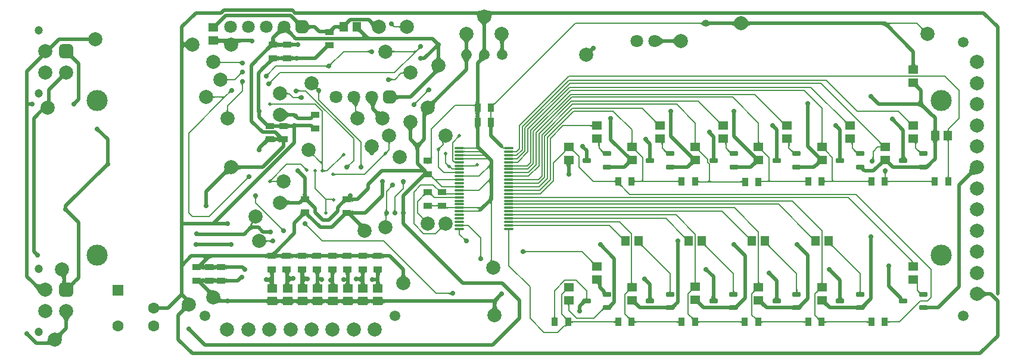
<source format=gbl>
G04*
G04 #@! TF.GenerationSoftware,Altium Limited,Altium Designer,23.3.1 (30)*
G04*
G04 Layer_Physical_Order=2*
G04 Layer_Color=16711680*
%FSLAX44Y44*%
%MOMM*%
G71*
G04*
G04 #@! TF.SameCoordinates,8A3622D1-8FB1-4EE3-B2AE-39504A90F10B*
G04*
G04*
G04 #@! TF.FilePolarity,Positive*
G04*
G01*
G75*
%ADD12C,0.2000*%
%ADD15C,0.5000*%
%ADD19R,1.3000X0.9000*%
%ADD20R,1.3500X1.1500*%
%ADD21C,2.0000*%
%ADD23R,1.1500X1.3500*%
%ADD26R,0.9000X1.3000*%
%ADD61R,1.6000X1.6000*%
%ADD62C,1.6000*%
%ADD63C,1.8000*%
G04:AMPARAMS|DCode=64|XSize=1.8mm|YSize=1.8mm|CornerRadius=0.45mm|HoleSize=0mm|Usage=FLASHONLY|Rotation=270.000|XOffset=0mm|YOffset=0mm|HoleType=Round|Shape=RoundedRectangle|*
%AMROUNDEDRECTD64*
21,1,1.8000,0.9000,0,0,270.0*
21,1,0.9000,1.8000,0,0,270.0*
1,1,0.9000,-0.4500,-0.4500*
1,1,0.9000,-0.4500,0.4500*
1,1,0.9000,0.4500,0.4500*
1,1,0.9000,0.4500,-0.4500*
%
%ADD64ROUNDEDRECTD64*%
%ADD65C,1.2000*%
G04:AMPARAMS|DCode=66|XSize=2mm|YSize=2mm|CornerRadius=0.5mm|HoleSize=0mm|Usage=FLASHONLY|Rotation=180.000|XOffset=0mm|YOffset=0mm|HoleType=Round|Shape=RoundedRectangle|*
%AMROUNDEDRECTD66*
21,1,2.0000,1.0000,0,0,180.0*
21,1,1.0000,2.0000,0,0,180.0*
1,1,1.0000,-0.5000,0.5000*
1,1,1.0000,0.5000,0.5000*
1,1,1.0000,0.5000,-0.5000*
1,1,1.0000,-0.5000,-0.5000*
%
%ADD66ROUNDEDRECTD66*%
%ADD67C,3.0000*%
%ADD68C,1.5000*%
%ADD69C,0.7000*%
%ADD70C,0.5000*%
%ADD71C,1.0000*%
G04:AMPARAMS|DCode=72|XSize=0.65mm|YSize=1.25mm|CornerRadius=0.1625mm|HoleSize=0mm|Usage=FLASHONLY|Rotation=90.000|XOffset=0mm|YOffset=0mm|HoleType=Round|Shape=RoundedRectangle|*
%AMROUNDEDRECTD72*
21,1,0.6500,0.9250,0,0,90.0*
21,1,0.3250,1.2500,0,0,90.0*
1,1,0.3250,0.4625,0.1625*
1,1,0.3250,0.4625,-0.1625*
1,1,0.3250,-0.4625,-0.1625*
1,1,0.3250,-0.4625,0.1625*
%
%ADD72ROUNDEDRECTD72*%
G04:AMPARAMS|DCode=73|XSize=0.3mm|YSize=1.37mm|CornerRadius=0.075mm|HoleSize=0mm|Usage=FLASHONLY|Rotation=90.000|XOffset=0mm|YOffset=0mm|HoleType=Round|Shape=RoundedRectangle|*
%AMROUNDEDRECTD73*
21,1,0.3000,1.2200,0,0,90.0*
21,1,0.1500,1.3700,0,0,90.0*
1,1,0.1500,0.6100,0.0750*
1,1,0.1500,0.6100,-0.0750*
1,1,0.1500,-0.6100,-0.0750*
1,1,0.1500,-0.6100,0.0750*
%
%ADD73ROUNDEDRECTD73*%
G36*
X665428Y493440D02*
X665908Y493243D01*
X666439Y493069D01*
X667023Y492918D01*
X667658Y492790D01*
X669085Y492604D01*
X669876Y492546D01*
X671614Y492500D01*
X674682Y487500D01*
X673793Y487475D01*
X672997Y487400D01*
X672294Y487275D01*
X671686Y487100D01*
X671171Y486875D01*
X670749Y486600D01*
X670421Y486275D01*
X670187Y485900D01*
X670047Y485475D01*
X670000Y485000D01*
X665000Y493660D01*
X665428Y493440D01*
D02*
G37*
G36*
X650000Y485000D02*
X649953Y485475D01*
X649813Y485900D01*
X649579Y486275D01*
X649251Y486600D01*
X648829Y486875D01*
X648314Y487100D01*
X647706Y487275D01*
X647003Y487400D01*
X646207Y487475D01*
X645318Y487500D01*
X648386Y492500D01*
X650124Y492546D01*
X650915Y492604D01*
X652342Y492790D01*
X652977Y492918D01*
X653561Y493069D01*
X654092Y493243D01*
X654572Y493440D01*
X655000Y493660D01*
X650000Y485000D01*
D02*
G37*
G36*
X1231961Y476623D02*
X1232234Y476492D01*
X1232587Y476377D01*
X1233020Y476277D01*
X1233533Y476192D01*
X1234797Y476069D01*
X1236380Y476008D01*
X1237291Y476000D01*
Y474000D01*
X1236468Y473993D01*
X1236191Y473965D01*
X1235957Y473859D01*
X1235834Y473682D01*
X1235821Y473434D01*
X1235919Y473116D01*
X1236128Y472727D01*
X1236448Y472268D01*
X1237419Y471136D01*
X1238071Y470465D01*
X1232500Y468965D01*
X1231778Y469636D01*
X1231027Y470237D01*
X1230247Y470768D01*
X1229437Y471227D01*
X1228598Y471616D01*
X1227730Y471934D01*
X1226833Y472182D01*
X1225906Y472359D01*
X1224950Y472465D01*
X1223964Y472500D01*
X1230000Y475000D01*
X1231767Y474730D01*
Y476769D01*
X1231961Y476623D01*
D02*
G37*
G36*
X285255Y475454D02*
X284240Y474404D01*
X282650Y472533D01*
X282074Y471712D01*
X281644Y470967D01*
X281360Y470298D01*
X281223Y469705D01*
X281232Y469188D01*
X281388Y468747D01*
X281689Y468383D01*
X274164Y474939D01*
X274572Y474681D01*
X275046Y474560D01*
X275587Y474575D01*
X276194Y474726D01*
X276868Y475015D01*
X277609Y475439D01*
X278416Y476001D01*
X279289Y476699D01*
X281235Y478505D01*
X285255Y475454D01*
D02*
G37*
G36*
X971429Y476190D02*
X971467Y476192D01*
X971980Y476277D01*
X972413Y476377D01*
X972766Y476492D01*
X973039Y476623D01*
X973233Y476769D01*
Y473231D01*
X973039Y473377D01*
X972766Y473508D01*
X972413Y473623D01*
X971980Y473723D01*
X971467Y473808D01*
X971429Y473811D01*
Y471500D01*
X970945Y471975D01*
X970011Y472775D01*
X969560Y473100D01*
X969122Y473375D01*
X968695Y473600D01*
X968279Y473775D01*
X967875Y473900D01*
X967482Y473975D01*
X967101Y474000D01*
Y476000D01*
X967482Y476025D01*
X967875Y476100D01*
X968279Y476225D01*
X968695Y476400D01*
X969122Y476625D01*
X969560Y476900D01*
X970011Y477225D01*
X970472Y477600D01*
X971429Y478500D01*
Y476190D01*
D02*
G37*
G36*
X393312Y481459D02*
X395118Y479933D01*
X395917Y479379D01*
X396647Y478965D01*
X397309Y478689D01*
X397901Y478552D01*
X398424Y478555D01*
X398878Y478697D01*
X399263Y478978D01*
X392222Y471937D01*
X392503Y472322D01*
X392645Y472776D01*
X392648Y473299D01*
X392511Y473891D01*
X392235Y474553D01*
X391821Y475283D01*
X391267Y476082D01*
X390573Y476951D01*
X389741Y477888D01*
X388770Y478895D01*
X392305Y482430D01*
X393312Y481459D01*
D02*
G37*
G36*
X978785Y478310D02*
X979035Y478140D01*
X979321Y477990D01*
X979643Y477860D01*
X980001Y477750D01*
X980395Y477660D01*
X980825Y477590D01*
X981290Y477540D01*
X982330Y477500D01*
Y472500D01*
X981792Y472490D01*
X980825Y472410D01*
X980395Y472340D01*
X980001Y472250D01*
X979643Y472140D01*
X979321Y472010D01*
X979035Y471860D01*
X978785Y471690D01*
X978571Y471500D01*
Y478500D01*
X978785Y478310D01*
D02*
G37*
G36*
X664525Y476020D02*
X664100Y475637D01*
X663725Y475191D01*
X663400Y474683D01*
X663125Y474113D01*
X662900Y473479D01*
X662725Y472783D01*
X662600Y472024D01*
X662525Y471202D01*
X662500Y470318D01*
X657500D01*
X657475Y471202D01*
X657400Y472024D01*
X657275Y472783D01*
X657100Y473479D01*
X656875Y474113D01*
X656600Y474683D01*
X656275Y475191D01*
X655900Y475637D01*
X655475Y476020D01*
X655000Y476340D01*
X665000D01*
X664525Y476020D01*
D02*
G37*
G36*
X531444Y474180D02*
X531479Y473801D01*
X531535Y473441D01*
X531613Y473100D01*
X531711Y472779D01*
X531831Y472477D01*
X531972Y472193D01*
X532135Y471930D01*
X532319Y471685D01*
X532524Y471460D01*
X531135Y470020D01*
X530908Y470227D01*
X530662Y470410D01*
X530397Y470571D01*
X530114Y470709D01*
X529813Y470824D01*
X529492Y470916D01*
X529154Y470985D01*
X528796Y471031D01*
X528420Y471055D01*
X528026Y471055D01*
X531431Y474579D01*
X531444Y474180D01*
D02*
G37*
G36*
X1033980Y479525D02*
X1034363Y479100D01*
X1034809Y478725D01*
X1035317Y478400D01*
X1035888Y478125D01*
X1036521Y477900D01*
X1037217Y477725D01*
X1037976Y477600D01*
X1038798Y477525D01*
X1039682Y477500D01*
Y472500D01*
X1038798Y472475D01*
X1037976Y472400D01*
X1037217Y472275D01*
X1036521Y472100D01*
X1035888Y471875D01*
X1035317Y471600D01*
X1034809Y471275D01*
X1034363Y470900D01*
X1033980Y470475D01*
X1033660Y470000D01*
Y480000D01*
X1033980Y479525D01*
D02*
G37*
G36*
X1016340Y470000D02*
X1016020Y470475D01*
X1015637Y470900D01*
X1015191Y471275D01*
X1014683Y471600D01*
X1014112Y471875D01*
X1013479Y472100D01*
X1012783Y472275D01*
X1012024Y472400D01*
X1011202Y472475D01*
X1010318Y472500D01*
Y477500D01*
X1011202Y477525D01*
X1012024Y477600D01*
X1012783Y477725D01*
X1013479Y477900D01*
X1014112Y478125D01*
X1014683Y478400D01*
X1015191Y478725D01*
X1015637Y479100D01*
X1016020Y479525D01*
X1016340Y480000D01*
Y470000D01*
D02*
G37*
G36*
X499782Y479733D02*
X500408Y479219D01*
X501016Y478801D01*
X501606Y478476D01*
X502176Y478246D01*
X502728Y478110D01*
X503261Y478069D01*
X503775Y478121D01*
X504271Y478269D01*
X504748Y478510D01*
X500004Y469707D01*
X499957Y470266D01*
X499846Y470835D01*
X499673Y471412D01*
X499437Y471999D01*
X499138Y472594D01*
X498777Y473198D01*
X498352Y473811D01*
X497865Y474433D01*
X497315Y475064D01*
X496702Y475703D01*
X499137Y480340D01*
X499782Y479733D01*
D02*
G37*
G36*
X540202Y468000D02*
X540144Y468190D01*
X540051Y468360D01*
X539923Y468510D01*
X539760Y468640D01*
X539562Y468750D01*
X539329Y468840D01*
X539062Y468910D01*
X538759Y468960D01*
X538422Y468990D01*
X538050Y469000D01*
Y471000D01*
X538422Y471010D01*
X538759Y471040D01*
X539062Y471090D01*
X539329Y471160D01*
X539562Y471250D01*
X539760Y471360D01*
X539923Y471490D01*
X540051Y471640D01*
X540144Y471810D01*
X540202Y472000D01*
Y468000D01*
D02*
G37*
G36*
X449268Y468232D02*
X448556Y467505D01*
X446992Y465717D01*
X446661Y465252D01*
X446426Y464852D01*
X446286Y464518D01*
X446242Y464249D01*
X446293Y464046D01*
X446439Y463909D01*
X439909Y467439D01*
X440141Y467388D01*
X440452Y467444D01*
X440840Y467608D01*
X441306Y467880D01*
X441850Y468259D01*
X442471Y468746D01*
X443946Y470042D01*
X445732Y471768D01*
X449268Y468232D01*
D02*
G37*
G36*
X1282527Y468901D02*
X1282787Y468684D01*
X1283036Y468505D01*
X1283275Y468366D01*
X1283503Y468265D01*
X1283721Y468203D01*
X1283928Y468179D01*
X1284124Y468195D01*
X1284310Y468249D01*
X1284486Y468342D01*
X1281658Y465514D01*
X1281751Y465690D01*
X1281805Y465876D01*
X1281821Y466072D01*
X1281797Y466279D01*
X1281735Y466497D01*
X1281635Y466725D01*
X1281495Y466964D01*
X1281316Y467213D01*
X1281099Y467472D01*
X1280843Y467743D01*
X1282257Y469157D01*
X1282527Y468901D01*
D02*
G37*
G36*
X410163Y474522D02*
X410316Y474098D01*
X410571Y473723D01*
X410927Y473399D01*
X411386Y473124D01*
X411947Y472899D01*
X412609Y472725D01*
X413373Y472600D01*
X414240Y472525D01*
X415208Y472500D01*
Y467500D01*
X414240Y467475D01*
X413373Y467400D01*
X412609Y467275D01*
X411947Y467101D01*
X411386Y466876D01*
X410927Y466601D01*
X410571Y466277D01*
X410316Y465902D01*
X410163Y465478D01*
X410112Y465004D01*
Y474996D01*
X410163Y474522D01*
D02*
G37*
G36*
X455031Y465000D02*
X454981Y465475D01*
X454831Y465900D01*
X454580Y466275D01*
X454230Y466600D01*
X453781Y466875D01*
X453231Y467100D01*
X452580Y467275D01*
X451830Y467400D01*
X450980Y467475D01*
X450031Y467500D01*
Y472500D01*
X450980Y472525D01*
X451830Y472600D01*
X452580Y472725D01*
X453231Y472900D01*
X453781Y473125D01*
X454230Y473400D01*
X454580Y473725D01*
X454831Y474100D01*
X454981Y474525D01*
X455031Y475000D01*
Y465000D01*
D02*
G37*
G36*
X484659Y469965D02*
X484521Y469508D01*
X484524Y468979D01*
X484668Y468379D01*
X484954Y467707D01*
X485382Y466965D01*
X485950Y466151D01*
X486660Y465265D01*
X488505Y463280D01*
X484969Y459745D01*
X483941Y460738D01*
X482099Y462300D01*
X481285Y462868D01*
X480542Y463296D01*
X479871Y463582D01*
X479271Y463726D01*
X478742Y463729D01*
X478285Y463591D01*
X477898Y463311D01*
X484939Y470351D01*
X484659Y469965D01*
D02*
G37*
G36*
X384327Y466976D02*
X384290Y466489D01*
X384321Y465995D01*
X384422Y465494D01*
X384591Y464986D01*
X384829Y464471D01*
X385135Y463949D01*
X385511Y463419D01*
X385955Y462882D01*
X386468Y462339D01*
X382932Y458803D01*
X382360Y459346D01*
X381797Y459821D01*
X381243Y460229D01*
X380698Y460569D01*
X380162Y460841D01*
X379635Y461045D01*
X379118Y461182D01*
X378609Y461251D01*
X378109Y461252D01*
X377619Y461186D01*
X384433Y467455D01*
X384327Y466976D01*
D02*
G37*
G36*
X375710Y461000D02*
X374672Y460983D01*
X373684Y460910D01*
X372749Y460780D01*
X371864Y460594D01*
X371031Y460352D01*
X370249Y460054D01*
X369519Y459700D01*
X368840Y459289D01*
X368212Y458823D01*
X367636Y458300D01*
X364100Y461836D01*
X364623Y462412D01*
X365089Y463040D01*
X365500Y463719D01*
X365854Y464449D01*
X366152Y465231D01*
X366394Y466064D01*
X366580Y466949D01*
X366710Y467884D01*
X366783Y468871D01*
X366800Y469910D01*
X375710Y461000D01*
D02*
G37*
G36*
X493380Y458455D02*
X494131Y457854D01*
X494912Y457324D01*
X495721Y456864D01*
X496560Y456475D01*
X497429Y456157D01*
X498326Y455910D01*
X499253Y455733D01*
X500209Y455627D01*
X501194Y455591D01*
X495159Y450591D01*
X484123Y455591D01*
X485038Y455627D01*
X485782Y455733D01*
X486355Y455910D01*
X486757Y456157D01*
X486989Y456475D01*
X487050Y456864D01*
X486941Y457324D01*
X486660Y457854D01*
X486209Y458455D01*
X485588Y459127D01*
X492659D01*
X493380Y458455D01*
D02*
G37*
G36*
X362525Y453014D02*
X362600Y452159D01*
X362725Y451404D01*
X362900Y450750D01*
X363125Y450197D01*
X363400Y449744D01*
X363725Y449392D01*
X364100Y449140D01*
X364525Y448989D01*
X365000Y448939D01*
X355000D01*
X355475Y448989D01*
X355900Y449140D01*
X356275Y449392D01*
X356600Y449744D01*
X356875Y450197D01*
X357100Y450750D01*
X357275Y451404D01*
X357400Y452159D01*
X357475Y453014D01*
X357500Y453969D01*
X362500D01*
X362525Y453014D01*
D02*
G37*
G36*
X305026Y453682D02*
X305490Y453513D01*
X306009Y453363D01*
X306582Y453234D01*
X307892Y453034D01*
X308628Y452965D01*
X311163Y452875D01*
X314578Y447875D01*
X313687Y447851D01*
X312892Y447777D01*
X312193Y447656D01*
X311590Y447485D01*
X311084Y447266D01*
X310673Y446998D01*
X310358Y446681D01*
X310140Y446316D01*
X310017Y445901D01*
X309990Y445439D01*
X304615Y453871D01*
X305026Y453682D01*
D02*
G37*
G36*
X281739Y454900D02*
X281890Y454475D01*
X282142Y454100D01*
X282494Y453775D01*
X282947Y453500D01*
X283500Y453275D01*
X284154Y453100D01*
X284909Y452975D01*
X285764Y452900D01*
X286719Y452875D01*
Y449775D01*
X288837Y452875D01*
X291372Y452965D01*
X292108Y453034D01*
X293418Y453234D01*
X293991Y453363D01*
X294510Y453513D01*
X294974Y453682D01*
X295385Y453871D01*
X290010Y445439D01*
X289983Y445901D01*
X289860Y446316D01*
X289642Y446681D01*
X289327Y446998D01*
X288916Y447266D01*
X288410Y447485D01*
X287807Y447656D01*
X287108Y447777D01*
X286313Y447851D01*
X286056Y447858D01*
X285764Y447850D01*
X284909Y447775D01*
X284154Y447650D01*
X283500Y447475D01*
X282947Y447250D01*
X282494Y446975D01*
X282142Y446650D01*
X281890Y446275D01*
X281739Y445850D01*
X281689Y445375D01*
Y455375D01*
X281739Y454900D01*
D02*
G37*
G36*
X689703Y451112D02*
X689282Y450721D01*
X688911Y450268D01*
X688590Y449753D01*
X688318Y449177D01*
X688096Y448539D01*
X687923Y447840D01*
X687799Y447079D01*
X687725Y446256D01*
X687700Y445371D01*
X682700Y445268D01*
X682675Y446152D01*
X682599Y446973D01*
X682473Y447730D01*
X682296Y448423D01*
X682069Y449052D01*
X681791Y449618D01*
X681462Y450119D01*
X681084Y450557D01*
X680654Y450931D01*
X680174Y451241D01*
X690172Y451441D01*
X689703Y451112D01*
D02*
G37*
G36*
X639826Y451241D02*
X639346Y450931D01*
X638917Y450557D01*
X638538Y450119D01*
X638209Y449618D01*
X637931Y449052D01*
X637704Y448423D01*
X637527Y447730D01*
X637401Y446973D01*
X637325Y446152D01*
X637300Y445268D01*
X632300Y445371D01*
X632275Y446256D01*
X632201Y447079D01*
X632077Y447840D01*
X631904Y448539D01*
X631682Y449177D01*
X631410Y449753D01*
X631089Y450268D01*
X630718Y450721D01*
X630298Y451112D01*
X629828Y451441D01*
X639826Y451241D01*
D02*
G37*
G36*
X931340Y445000D02*
X931020Y445475D01*
X930637Y445900D01*
X930191Y446275D01*
X929683Y446600D01*
X929112Y446875D01*
X928479Y447100D01*
X927783Y447275D01*
X927024Y447400D01*
X926202Y447475D01*
X925318Y447500D01*
Y452500D01*
X926202Y452525D01*
X927024Y452600D01*
X927783Y452725D01*
X928479Y452900D01*
X929112Y453125D01*
X929683Y453400D01*
X930191Y453725D01*
X930637Y454100D01*
X931020Y454525D01*
X931340Y455000D01*
Y445000D01*
D02*
G37*
G36*
X909874Y455578D02*
X910624Y454932D01*
X911377Y454362D01*
X912134Y453868D01*
X912894Y453450D01*
X913658Y453108D01*
X914425Y452842D01*
X915195Y452652D01*
X915969Y452538D01*
X916746Y452500D01*
Y447500D01*
X915969Y447462D01*
X915195Y447348D01*
X914425Y447158D01*
X913658Y446892D01*
X912894Y446550D01*
X912134Y446132D01*
X911377Y445638D01*
X910624Y445068D01*
X909874Y444422D01*
X909127Y443700D01*
Y456300D01*
X909874Y455578D01*
D02*
G37*
G36*
X360602Y440061D02*
X360215Y440341D01*
X359758Y440479D01*
X359229Y440476D01*
X358629Y440332D01*
X357957Y440046D01*
X357215Y439618D01*
X356401Y439050D01*
X355515Y438340D01*
X353531Y436495D01*
X349995Y440031D01*
X350988Y441059D01*
X352550Y442901D01*
X353118Y443715D01*
X353546Y444458D01*
X353832Y445129D01*
X353976Y445729D01*
X353979Y446258D01*
X353841Y446715D01*
X353561Y447102D01*
X360602Y440061D01*
D02*
G37*
G36*
X386520Y448690D02*
X386670Y448441D01*
X386920Y448220D01*
X387270Y448029D01*
X387720Y447867D01*
X388270Y447735D01*
X388920Y447632D01*
X389670Y447559D01*
X391469Y447500D01*
Y442500D01*
X390520Y442475D01*
X389670Y442401D01*
X388920Y442278D01*
X388270Y442105D01*
X387720Y441883D01*
X387270Y441611D01*
X386920Y441290D01*
X386670Y440919D01*
X386520Y440500D01*
X386470Y440031D01*
Y448969D01*
X386520Y448690D01*
D02*
G37*
G36*
X366520Y448595D02*
X366670Y448260D01*
X366920Y447965D01*
X367270Y447709D01*
X367719Y447492D01*
X368270Y447315D01*
X368919Y447177D01*
X369669Y447079D01*
X369911Y447062D01*
X371081Y447177D01*
X371730Y447315D01*
X372281Y447492D01*
X372730Y447709D01*
X373080Y447965D01*
X373330Y448260D01*
X373480Y448595D01*
X373531Y448969D01*
Y440031D01*
X373480Y440405D01*
X373330Y440740D01*
X373080Y441035D01*
X372730Y441291D01*
X372281Y441508D01*
X371730Y441685D01*
X371081Y441823D01*
X370331Y441921D01*
X370089Y441938D01*
X368919Y441823D01*
X368270Y441685D01*
X367719Y441508D01*
X367270Y441291D01*
X366920Y441035D01*
X366670Y440740D01*
X366520Y440405D01*
X366469Y440031D01*
Y448969D01*
X366520Y448595D01*
D02*
G37*
G36*
X232550Y451550D02*
X232700Y450700D01*
X232950Y449950D01*
X233300Y449300D01*
X233750Y448750D01*
X234300Y448300D01*
X234383Y448255D01*
X234683Y448400D01*
X235191Y448725D01*
X235637Y449100D01*
X236020Y449525D01*
X236340Y450000D01*
Y447587D01*
X236550Y447550D01*
X237500Y447500D01*
Y442500D01*
X236550Y442450D01*
X236340Y442413D01*
Y440000D01*
X236020Y440475D01*
X235637Y440900D01*
X235191Y441275D01*
X234683Y441600D01*
X234383Y441745D01*
X234300Y441700D01*
X233750Y441250D01*
X233300Y440700D01*
X232950Y440050D01*
X232700Y439300D01*
X232550Y438450D01*
X232500Y437500D01*
X227500Y445000D01*
X232500Y452500D01*
X232550Y451550D01*
D02*
G37*
G36*
X816768Y438232D02*
X816197Y437639D01*
X815276Y436532D01*
X814926Y436019D01*
X814649Y435533D01*
X814446Y435074D01*
X814315Y434642D01*
X814258Y434237D01*
X814275Y433858D01*
X814365Y433507D01*
X808507Y439365D01*
X808858Y439275D01*
X809237Y439258D01*
X809642Y439315D01*
X810074Y439446D01*
X810533Y439649D01*
X811019Y439926D01*
X811532Y440276D01*
X812072Y440700D01*
X812639Y441197D01*
X813232Y441768D01*
X816768Y438232D01*
D02*
G37*
G36*
X569965Y438591D02*
X569568Y438585D01*
X569191Y438555D01*
X568832Y438504D01*
X568492Y438431D01*
X568171Y438336D01*
X567869Y438218D01*
X567586Y438079D01*
X567322Y437917D01*
X567077Y437733D01*
X566851Y437528D01*
X565436Y438942D01*
X565642Y439168D01*
X565826Y439413D01*
X565987Y439678D01*
X566127Y439961D01*
X566244Y440262D01*
X566340Y440583D01*
X566413Y440923D01*
X566464Y441282D01*
X566493Y441660D01*
X566500Y442056D01*
X569965Y438591D01*
D02*
G37*
G36*
X662527Y440875D02*
X662610Y440196D01*
X662747Y439534D01*
X662940Y438887D01*
X663187Y438258D01*
X663490Y437644D01*
X663848Y437048D01*
X664260Y436467D01*
X664727Y435903D01*
X665250Y435356D01*
X654750D01*
X655273Y435903D01*
X655740Y436467D01*
X656152Y437048D01*
X656510Y437644D01*
X656813Y438258D01*
X657060Y438887D01*
X657253Y439534D01*
X657390Y440196D01*
X657473Y440875D01*
X657500Y441571D01*
X662500D01*
X662527Y440875D01*
D02*
G37*
G36*
X687728Y440940D02*
X687812Y440261D01*
X687952Y439600D01*
X688149Y438957D01*
X688401Y438334D01*
X688710Y437729D01*
X689075Y437142D01*
X689495Y436574D01*
X689972Y436025D01*
X690505Y435494D01*
X680009Y435214D01*
X680520Y435778D01*
X680978Y436356D01*
X681381Y436948D01*
X681731Y437555D01*
X682027Y438176D01*
X682270Y438811D01*
X682458Y439461D01*
X682592Y440126D01*
X682673Y440804D01*
X682700Y441497D01*
X687700Y441639D01*
X687728Y440940D01*
D02*
G37*
G36*
X637300Y441497D02*
X637327Y440804D01*
X637408Y440126D01*
X637542Y439461D01*
X637731Y438811D01*
X637973Y438176D01*
X638269Y437555D01*
X638619Y436948D01*
X639022Y436356D01*
X639480Y435778D01*
X639991Y435214D01*
X629495Y435494D01*
X630028Y436025D01*
X630505Y436574D01*
X630925Y437142D01*
X631290Y437729D01*
X631599Y438334D01*
X631851Y438957D01*
X632048Y439600D01*
X632188Y440261D01*
X632272Y440940D01*
X632300Y441639D01*
X637300Y441497D01*
D02*
G37*
G36*
X529856Y436810D02*
X529949Y436640D01*
X530077Y436490D01*
X530240Y436360D01*
X530438Y436250D01*
X530671Y436160D01*
X530938Y436090D01*
X531241Y436040D01*
X531578Y436010D01*
X531950Y436000D01*
Y434000D01*
X531578Y433990D01*
X531241Y433960D01*
X530938Y433910D01*
X530671Y433840D01*
X530438Y433750D01*
X530240Y433640D01*
X530077Y433510D01*
X529949Y433360D01*
X529856Y433190D01*
X529798Y433000D01*
Y437000D01*
X529856Y436810D01*
D02*
G37*
G36*
X563616Y434293D02*
X559080Y432586D01*
X559329Y432854D01*
X559509Y433095D01*
X559622Y433307D01*
X559665Y433491D01*
X559641Y433647D01*
X559548Y433774D01*
X559387Y433873D01*
X559158Y433943D01*
X558860Y433986D01*
X558494Y434000D01*
X560494Y436000D01*
X560889Y436014D01*
X561271Y436057D01*
X561642Y436127D01*
X562001Y436226D01*
X562348Y436353D01*
X562684Y436509D01*
X563007Y436693D01*
X563320Y436905D01*
X563620Y437146D01*
X563909Y437414D01*
X563616Y434293D01*
D02*
G37*
G36*
X497500Y432550D02*
X497215Y432826D01*
X496927Y433072D01*
X496638Y433289D01*
X496345Y433478D01*
X496051Y433638D01*
X495755Y433768D01*
X495456Y433870D01*
X495155Y433942D01*
X494851Y433985D01*
X494546Y434000D01*
Y436000D01*
X494851Y436015D01*
X495155Y436058D01*
X495456Y436130D01*
X495755Y436232D01*
X496051Y436362D01*
X496345Y436522D01*
X496638Y436711D01*
X496927Y436928D01*
X497215Y437174D01*
X497500Y437450D01*
Y432550D01*
D02*
G37*
G36*
X597525Y428798D02*
X597600Y427976D01*
X597725Y427217D01*
X597900Y426521D01*
X598125Y425887D01*
X598400Y425317D01*
X598725Y424809D01*
X599100Y424363D01*
X599525Y423980D01*
X600000Y423660D01*
X590000D01*
X590475Y423980D01*
X590900Y424363D01*
X591275Y424809D01*
X591600Y425317D01*
X591875Y425887D01*
X592100Y426521D01*
X592275Y427217D01*
X592400Y427976D01*
X592475Y428798D01*
X592500Y429683D01*
X597500D01*
X597525Y428798D01*
D02*
G37*
G36*
X362602Y421061D02*
X362108Y421233D01*
X361528Y421249D01*
X360861Y421108D01*
X360107Y420810D01*
X359267Y420355D01*
X358339Y419743D01*
X357325Y418974D01*
X355037Y416967D01*
X353763Y415727D01*
X349995Y419030D01*
X351078Y420148D01*
X352759Y422110D01*
X353357Y422954D01*
X353795Y423706D01*
X354071Y424368D01*
X354185Y424938D01*
X354138Y425417D01*
X353930Y425805D01*
X353561Y426102D01*
X362602Y421061D01*
D02*
G37*
G36*
X386520Y429620D02*
X386670Y429307D01*
X386920Y429031D01*
X387270Y428791D01*
X387720Y428589D01*
X388270Y428423D01*
X388920Y428294D01*
X389670Y428202D01*
X390520Y428147D01*
X391469Y428129D01*
Y423129D01*
X390520Y423108D01*
X388920Y422940D01*
X388270Y422793D01*
X387720Y422604D01*
X387270Y422373D01*
X386920Y422101D01*
X386670Y421786D01*
X386520Y421429D01*
X386470Y421031D01*
Y429969D01*
X386520Y429620D01*
D02*
G37*
G36*
X366520Y429595D02*
X366670Y429260D01*
X366920Y428965D01*
X367270Y428709D01*
X367719Y428492D01*
X368270Y428315D01*
X368919Y428177D01*
X369669Y428079D01*
X369911Y428062D01*
X371081Y428177D01*
X371730Y428315D01*
X372281Y428492D01*
X372730Y428709D01*
X373080Y428965D01*
X373330Y429260D01*
X373480Y429595D01*
X373531Y429969D01*
Y421031D01*
X373480Y421405D01*
X373330Y421740D01*
X373080Y422035D01*
X372730Y422291D01*
X372281Y422508D01*
X371730Y422685D01*
X371081Y422823D01*
X370331Y422921D01*
X370089Y422938D01*
X368919Y422823D01*
X368270Y422685D01*
X367719Y422508D01*
X367270Y422291D01*
X366920Y422035D01*
X366670Y421740D01*
X366520Y421405D01*
X366469Y421031D01*
Y429969D01*
X366520Y429595D01*
D02*
G37*
G36*
X661491Y422650D02*
X660731Y422476D01*
X659299Y422034D01*
X658628Y421766D01*
X657987Y421465D01*
X657377Y421133D01*
X656796Y420769D01*
X656246Y420374D01*
X655726Y419946D01*
X655236Y419487D01*
X650895Y422217D01*
X651378Y422744D01*
X651793Y423290D01*
X652141Y423855D01*
X652421Y424440D01*
X652633Y425045D01*
X652778Y425669D01*
X652855Y426313D01*
X652865Y426976D01*
X652807Y427659D01*
X652681Y428362D01*
X661491Y422650D01*
D02*
G37*
G36*
X639328Y424097D02*
X638860Y423533D01*
X638447Y422952D01*
X638090Y422356D01*
X637788Y421742D01*
X637540Y421113D01*
X637347Y420466D01*
X637210Y419804D01*
X637127Y419125D01*
X637100Y418429D01*
X632100D01*
X632072Y419125D01*
X631990Y419804D01*
X631852Y420466D01*
X631660Y421113D01*
X631413Y421742D01*
X631110Y422356D01*
X630752Y422952D01*
X630340Y423533D01*
X629873Y424097D01*
X629350Y424644D01*
X639850D01*
X639328Y424097D01*
D02*
G37*
G36*
X284941Y421267D02*
X285025Y421095D01*
X285144Y420944D01*
X285300Y420813D01*
X285492Y420702D01*
X285719Y420611D01*
X285983Y420541D01*
X286283Y420490D01*
X286618Y420460D01*
X286990Y420450D01*
X286879Y418450D01*
X286507Y418440D01*
X286168Y418410D01*
X285863Y418361D01*
X285591Y418292D01*
X285354Y418204D01*
X285150Y418095D01*
X284980Y417967D01*
X284844Y417819D01*
X284742Y417651D01*
X284673Y417464D01*
X284893Y421458D01*
X284941Y421267D01*
D02*
G37*
G36*
X313647Y416873D02*
X313418Y417173D01*
X313179Y417441D01*
X312932Y417677D01*
X312674Y417882D01*
X312407Y418056D01*
X312131Y418198D01*
X311845Y418308D01*
X311549Y418387D01*
X311244Y418434D01*
X310929Y418450D01*
X311262Y420450D01*
X311555Y420463D01*
X311852Y420500D01*
X312155Y420564D01*
X312463Y420652D01*
X312776Y420766D01*
X313094Y420904D01*
X313417Y421068D01*
X313745Y421258D01*
X314417Y421712D01*
X313647Y416873D01*
D02*
G37*
G36*
X1272525Y419014D02*
X1272600Y418158D01*
X1272725Y417404D01*
X1272900Y416750D01*
X1273125Y416197D01*
X1273400Y415744D01*
X1273725Y415392D01*
X1274100Y415140D01*
X1274525Y414989D01*
X1275000Y414939D01*
X1265000D01*
X1265475Y414989D01*
X1265900Y415140D01*
X1266275Y415392D01*
X1266600Y415744D01*
X1266875Y416197D01*
X1267100Y416750D01*
X1267275Y417404D01*
X1267400Y418158D01*
X1267475Y419014D01*
X1267500Y419969D01*
X1272500D01*
X1272525Y419014D01*
D02*
G37*
G36*
X443786Y417371D02*
X443580Y417145D01*
X443396Y416900D01*
X443234Y416636D01*
X443095Y416353D01*
X442977Y416051D01*
X442882Y415730D01*
X442809Y415390D01*
X442758Y415031D01*
X442729Y414653D01*
X442722Y414257D01*
X439257Y417722D01*
X439653Y417729D01*
X440031Y417758D01*
X440390Y417809D01*
X440730Y417882D01*
X441051Y417977D01*
X441353Y418095D01*
X441636Y418234D01*
X441900Y418396D01*
X442145Y418580D01*
X442371Y418786D01*
X443786Y417371D01*
D02*
G37*
G36*
X436722Y411772D02*
X436437Y412047D01*
X436149Y412294D01*
X435859Y412511D01*
X435567Y412700D01*
X435273Y412859D01*
X434976Y412990D01*
X434678Y413091D01*
X434377Y413164D01*
X434073Y413207D01*
X433768Y413222D01*
Y415222D01*
X434073Y415236D01*
X434377Y415280D01*
X434678Y415352D01*
X434976Y415454D01*
X435273Y415584D01*
X435567Y415744D01*
X435859Y415932D01*
X436149Y416150D01*
X436437Y416396D01*
X436722Y416672D01*
Y411772D01*
D02*
G37*
G36*
X545364Y402326D02*
X545293Y402513D01*
X545188Y402679D01*
X545050Y402826D01*
X544878Y402954D01*
X544673Y403062D01*
X544434Y403150D01*
X544162Y403219D01*
X543856Y403268D01*
X543517Y403298D01*
X543144Y403307D01*
X543005Y405307D01*
X543376Y405317D01*
X543712Y405348D01*
X544010Y405398D01*
X544273Y405469D01*
X544499Y405560D01*
X544689Y405671D01*
X544843Y405802D01*
X544961Y405953D01*
X545042Y406125D01*
X545087Y406316D01*
X545364Y402326D01*
D02*
G37*
G36*
X316465Y402700D02*
X316068Y402693D01*
X315691Y402664D01*
X315332Y402613D01*
X314992Y402540D01*
X314671Y402444D01*
X314369Y402327D01*
X314086Y402187D01*
X313822Y402026D01*
X313577Y401842D01*
X313351Y401636D01*
X311936Y403050D01*
X312142Y403277D01*
X312326Y403522D01*
X312487Y403786D01*
X312627Y404069D01*
X312744Y404371D01*
X312840Y404692D01*
X312913Y405032D01*
X312964Y405391D01*
X312993Y405768D01*
X313000Y406165D01*
X316465Y402700D01*
D02*
G37*
G36*
X595994Y405050D02*
X595453Y404967D01*
X594902Y404824D01*
X594339Y404623D01*
X593765Y404363D01*
X593181Y404043D01*
X592585Y403665D01*
X591979Y403227D01*
X591362Y402730D01*
X590094Y401559D01*
X585164Y403699D01*
X585772Y404345D01*
X586283Y404968D01*
X586697Y405570D01*
X587014Y406150D01*
X587234Y406707D01*
X587357Y407243D01*
X587384Y407756D01*
X587313Y408247D01*
X587145Y408717D01*
X586880Y409164D01*
X595994Y405050D01*
D02*
G37*
G36*
X354564Y403149D02*
X354358Y402923D01*
X354174Y402678D01*
X354013Y402414D01*
X353873Y402131D01*
X353756Y401829D01*
X353660Y401508D01*
X353587Y401168D01*
X353536Y400809D01*
X353507Y400432D01*
X353500Y400035D01*
X350035Y403500D01*
X350432Y403507D01*
X350809Y403536D01*
X351168Y403587D01*
X351508Y403660D01*
X351829Y403756D01*
X352131Y403873D01*
X352414Y404013D01*
X352678Y404174D01*
X352923Y404358D01*
X353149Y404564D01*
X354564Y403149D01*
D02*
G37*
G36*
X294856Y396810D02*
X294949Y396640D01*
X295077Y396490D01*
X295240Y396360D01*
X295438Y396250D01*
X295671Y396160D01*
X295938Y396090D01*
X296241Y396040D01*
X296578Y396010D01*
X296950Y396000D01*
Y394000D01*
X296578Y393990D01*
X296241Y393960D01*
X295938Y393910D01*
X295671Y393840D01*
X295438Y393750D01*
X295240Y393640D01*
X295077Y393510D01*
X294949Y393360D01*
X294856Y393190D01*
X294798Y393000D01*
Y397000D01*
X294856Y396810D01*
D02*
G37*
G36*
X526910Y397396D02*
X527197Y397150D01*
X527487Y396932D01*
X527780Y396744D01*
X528074Y396584D01*
X528370Y396454D01*
X528669Y396352D01*
X528970Y396280D01*
X529274Y396236D01*
X529579Y396222D01*
Y394222D01*
X529274Y394207D01*
X528970Y394164D01*
X528669Y394091D01*
X528370Y393990D01*
X528074Y393859D01*
X527780Y393700D01*
X527487Y393511D01*
X527197Y393294D01*
X526910Y393047D01*
X526624Y392772D01*
Y397672D01*
X526910Y397396D01*
D02*
G37*
G36*
X358549Y391831D02*
X358344Y391604D01*
X358160Y391359D01*
X357998Y391095D01*
X357859Y390812D01*
X357741Y390510D01*
X357646Y390189D01*
X357573Y389849D01*
X357521Y389490D01*
X357492Y389113D01*
X357485Y388716D01*
X354021Y392181D01*
X354417Y392188D01*
X354795Y392217D01*
X355154Y392268D01*
X355493Y392341D01*
X355814Y392437D01*
X356116Y392554D01*
X356399Y392694D01*
X356664Y392855D01*
X356909Y393039D01*
X357135Y393245D01*
X358549Y391831D01*
D02*
G37*
G36*
X318209Y389515D02*
X317963Y389227D01*
X317745Y388938D01*
X317557Y388646D01*
X317397Y388351D01*
X317267Y388055D01*
X317166Y387756D01*
X317093Y387455D01*
X317050Y387151D01*
X317035Y386846D01*
X315035D01*
X315021Y387151D01*
X314977Y387455D01*
X314904Y387756D01*
X314803Y388055D01*
X314673Y388351D01*
X314513Y388646D01*
X314324Y388938D01*
X314107Y389227D01*
X313860Y389515D01*
X313585Y389800D01*
X318485D01*
X318209Y389515D01*
D02*
G37*
G36*
X423249Y384310D02*
X423195Y384124D01*
X423179Y383928D01*
X423203Y383721D01*
X423265Y383503D01*
X423366Y383275D01*
X423505Y383036D01*
X423684Y382787D01*
X423901Y382528D01*
X424157Y382257D01*
X422743Y380843D01*
X422472Y381099D01*
X422213Y381316D01*
X421964Y381495D01*
X421725Y381634D01*
X421497Y381735D01*
X421279Y381797D01*
X421072Y381821D01*
X420876Y381805D01*
X420690Y381751D01*
X420514Y381658D01*
X423342Y384486D01*
X423249Y384310D01*
D02*
G37*
G36*
X1276392Y390758D02*
X1276215Y390333D01*
X1276190Y389828D01*
X1276317Y389242D01*
X1276594Y388575D01*
X1277024Y387827D01*
X1277605Y386999D01*
X1278337Y386090D01*
X1280255Y384030D01*
X1277487Y379727D01*
X1276171Y381008D01*
X1272799Y383850D01*
X1271867Y384464D01*
X1271031Y384911D01*
X1270291Y385191D01*
X1269648Y385304D01*
X1269100Y385251D01*
X1268649Y385031D01*
X1276720Y391101D01*
X1276392Y390758D01*
D02*
G37*
G36*
X395036Y381319D02*
X395324Y381073D01*
X395614Y380855D01*
X395906Y380667D01*
X396200Y380507D01*
X396497Y380377D01*
X396795Y380275D01*
X397096Y380203D01*
X397400Y380159D01*
X397705Y380145D01*
Y378145D01*
X397400Y378130D01*
X397096Y378087D01*
X396795Y378014D01*
X396497Y377913D01*
X396200Y377782D01*
X395906Y377623D01*
X395614Y377434D01*
X395324Y377217D01*
X395036Y376970D01*
X394751Y376695D01*
Y381595D01*
X395036Y381319D01*
D02*
G37*
G36*
X581021Y376964D02*
X580623Y376953D01*
X580245Y376921D01*
X579885Y376867D01*
X579545Y376791D01*
X579224Y376694D01*
X578922Y376575D01*
X578638Y376434D01*
X578374Y376272D01*
X578130Y376088D01*
X577904Y375883D01*
X576475Y377282D01*
X576681Y377509D01*
X576865Y377755D01*
X577026Y378019D01*
X577164Y378302D01*
X577280Y378604D01*
X577373Y378924D01*
X577444Y379264D01*
X577492Y379622D01*
X577518Y379998D01*
X577521Y380394D01*
X581021Y376964D01*
D02*
G37*
G36*
X300965Y376500D02*
X300568Y376493D01*
X300191Y376464D01*
X299832Y376413D01*
X299492Y376340D01*
X299171Y376244D01*
X298869Y376127D01*
X298586Y375987D01*
X298322Y375826D01*
X298077Y375642D01*
X297850Y375436D01*
X296436Y376851D01*
X296642Y377077D01*
X296826Y377322D01*
X296987Y377586D01*
X297127Y377869D01*
X297244Y378171D01*
X297340Y378492D01*
X297413Y378832D01*
X297464Y379191D01*
X297493Y379568D01*
X297500Y379965D01*
X300965Y376500D01*
D02*
G37*
G36*
X427174Y377215D02*
X426928Y376927D01*
X426711Y376638D01*
X426522Y376346D01*
X426362Y376051D01*
X426232Y375755D01*
X426130Y375456D01*
X426058Y375155D01*
X426015Y374851D01*
X426000Y374546D01*
X424000D01*
X423985Y374851D01*
X423942Y375155D01*
X423870Y375456D01*
X423768Y375755D01*
X423638Y376051D01*
X423478Y376346D01*
X423289Y376638D01*
X423072Y376927D01*
X422826Y377215D01*
X422550Y377500D01*
X427450D01*
X427174Y377215D01*
D02*
G37*
G36*
X379863Y376772D02*
X379956Y376601D01*
X380083Y376451D01*
X380246Y376321D01*
X380443Y376211D01*
X380675Y376121D01*
X380942Y376051D01*
X381245Y376001D01*
X381582Y375971D01*
X381954Y375961D01*
X381946Y373961D01*
X381574Y373951D01*
X381236Y373921D01*
X380934Y373871D01*
X380666Y373801D01*
X380433Y373711D01*
X380235Y373601D01*
X380071Y373471D01*
X379943Y373321D01*
X379849Y373152D01*
X379790Y372962D01*
X379806Y376962D01*
X379863Y376772D01*
D02*
G37*
G36*
X274856Y371810D02*
X274949Y371640D01*
X275077Y371490D01*
X275240Y371360D01*
X275438Y371250D01*
X275671Y371160D01*
X275938Y371090D01*
X276241Y371040D01*
X276578Y371010D01*
X276950Y371000D01*
Y369000D01*
X276578Y368990D01*
X276241Y368960D01*
X275938Y368910D01*
X275671Y368840D01*
X275438Y368750D01*
X275240Y368640D01*
X275077Y368510D01*
X274949Y368360D01*
X274856Y368190D01*
X274798Y368000D01*
Y372000D01*
X274856Y371810D01*
D02*
G37*
G36*
X291707Y369293D02*
X287172Y367586D01*
X287420Y367854D01*
X287601Y368095D01*
X287713Y368307D01*
X287757Y368491D01*
X287732Y368647D01*
X287640Y368774D01*
X287479Y368873D01*
X287249Y368943D01*
X286952Y368986D01*
X286586Y369000D01*
X288586Y371000D01*
X288980Y371014D01*
X289362Y371057D01*
X289733Y371127D01*
X290092Y371226D01*
X290439Y371353D01*
X290775Y371509D01*
X291099Y371693D01*
X291411Y371905D01*
X291711Y372146D01*
X292000Y372414D01*
X291707Y369293D01*
D02*
G37*
G36*
X397410Y367128D02*
X397125Y367403D01*
X396837Y367650D01*
X396547Y367867D01*
X396255Y368056D01*
X395961Y368215D01*
X395664Y368346D01*
X395365Y368447D01*
X395064Y368520D01*
X394761Y368563D01*
X394455Y368578D01*
Y370578D01*
X394761Y370592D01*
X395064Y370636D01*
X395365Y370708D01*
X395664Y370810D01*
X395961Y370940D01*
X396255Y371100D01*
X396547Y371288D01*
X396837Y371506D01*
X397125Y371752D01*
X397410Y372028D01*
Y367128D01*
D02*
G37*
G36*
X534763Y374522D02*
X534916Y374097D01*
X535171Y373723D01*
X535527Y373399D01*
X535986Y373124D01*
X536547Y372899D01*
X537209Y372725D01*
X537974Y372600D01*
X538840Y372525D01*
X539808Y372500D01*
Y367500D01*
X538840Y367475D01*
X537974Y367400D01*
X537209Y367275D01*
X536547Y367101D01*
X535986Y366876D01*
X535527Y366601D01*
X535171Y366277D01*
X534916Y365902D01*
X534763Y365478D01*
X534712Y365004D01*
Y374996D01*
X534763Y374522D01*
D02*
G37*
G36*
X592150Y363614D02*
X591542Y362971D01*
X591014Y362337D01*
X590566Y361712D01*
X590197Y361096D01*
X589908Y360489D01*
X589699Y359891D01*
X589570Y359302D01*
X589520Y358722D01*
X589550Y358150D01*
X589659Y357588D01*
X582588Y364659D01*
X583150Y364550D01*
X583722Y364520D01*
X584302Y364570D01*
X584891Y364699D01*
X585489Y364908D01*
X586096Y365197D01*
X586712Y365566D01*
X587337Y366014D01*
X587971Y366542D01*
X588614Y367150D01*
X592150Y363614D01*
D02*
G37*
G36*
X653020Y365519D02*
X653177Y363919D01*
X653315Y363270D01*
X653492Y362719D01*
X653709Y362270D01*
X653965Y361920D01*
X654260Y361670D01*
X654595Y361520D01*
X654969Y361469D01*
X646031D01*
X646405Y361520D01*
X646740Y361670D01*
X647035Y361920D01*
X647291Y362270D01*
X647508Y362719D01*
X647685Y363270D01*
X647823Y363919D01*
X647921Y364669D01*
X647980Y365519D01*
X648000Y366469D01*
X653000D01*
X653020Y365519D01*
D02*
G37*
G36*
X675000Y359500D02*
X673939Y359469D01*
X673969Y361469D01*
X675000Y361500D01*
Y359500D01*
D02*
G37*
G36*
X564546Y362525D02*
X564340Y362298D01*
X564156Y362053D01*
X563995Y361788D01*
X563857Y361505D01*
X563741Y361204D01*
X563647Y360883D01*
X563576Y360544D01*
X563528Y360186D01*
X563502Y359809D01*
X563499Y359414D01*
X559999Y362843D01*
X560397Y362854D01*
X560776Y362887D01*
X561135Y362941D01*
X561476Y363016D01*
X561797Y363114D01*
X562099Y363232D01*
X562382Y363373D01*
X562646Y363535D01*
X562891Y363719D01*
X563117Y363924D01*
X564546Y362525D01*
D02*
G37*
G36*
X356938Y361608D02*
X357101Y361480D01*
X357275Y361367D01*
X357459Y361270D01*
X357654Y361188D01*
X357860Y361120D01*
X358077Y361068D01*
X358304Y361030D01*
X358543Y361007D01*
X358791Y361000D01*
Y359000D01*
X358543Y358993D01*
X358304Y358970D01*
X358077Y358932D01*
X357860Y358880D01*
X357654Y358812D01*
X357459Y358730D01*
X357275Y358633D01*
X357101Y358520D01*
X356938Y358392D01*
X356785Y358250D01*
Y361750D01*
X356938Y361608D01*
D02*
G37*
G36*
X646061Y356351D02*
X646041Y356541D01*
X645980Y356711D01*
X645878Y356861D01*
X645736Y356991D01*
X645553Y357101D01*
X645330Y357191D01*
X645066Y357261D01*
X644761Y357311D01*
X644416Y357341D01*
X644031Y357351D01*
Y359351D01*
X644416Y359361D01*
X644761Y359391D01*
X645066Y359441D01*
X645330Y359511D01*
X645553Y359601D01*
X645736Y359711D01*
X645878Y359841D01*
X645980Y359991D01*
X646041Y360161D01*
X646061Y360351D01*
Y356351D01*
D02*
G37*
G36*
X482013Y364100D02*
X478674Y357186D01*
X478543Y356686D01*
X478500Y356309D01*
X476500Y355726D01*
X476442Y356373D01*
X476269Y357018D01*
X475981Y357660D01*
X475577Y358299D01*
X475058Y358936D01*
X474424Y359569D01*
X473674Y360200D01*
X472809Y360828D01*
X471829Y361453D01*
X470733Y362076D01*
X482837Y365576D01*
X482013Y364100D01*
D02*
G37*
G36*
X507142Y363907D02*
X506107Y362149D01*
X505687Y361299D01*
X505332Y360468D01*
X505041Y359656D01*
X504814Y358863D01*
X504653Y358090D01*
X504556Y357336D01*
X504524Y356600D01*
X499524Y355643D01*
X499482Y356448D01*
X499357Y357227D01*
X499149Y357981D01*
X498858Y358709D01*
X498483Y359412D01*
X498026Y360089D01*
X497485Y360741D01*
X496861Y361367D01*
X496153Y361967D01*
X495363Y362542D01*
X507756Y364815D01*
X507142Y363907D01*
D02*
G37*
G36*
X648388Y358861D02*
X648613Y358679D01*
X648849Y358513D01*
X649098Y358363D01*
X649360Y358229D01*
X649633Y358110D01*
X649920Y358008D01*
X650218Y357921D01*
X650529Y357850D01*
X650853Y357796D01*
X648025Y354968D01*
X647970Y355291D01*
X647899Y355602D01*
X647813Y355901D01*
X647710Y356187D01*
X647592Y356461D01*
X647458Y356722D01*
X647308Y356972D01*
X647142Y357208D01*
X646960Y357432D01*
X646762Y357644D01*
X648177Y359058D01*
X648388Y358861D01*
D02*
G37*
G36*
X1283250Y366035D02*
X1283285Y365050D01*
X1283391Y364094D01*
X1283568Y363167D01*
X1283816Y362270D01*
X1284134Y361402D01*
X1284523Y360563D01*
X1284982Y359753D01*
X1285513Y358973D01*
X1286114Y358222D01*
X1286785Y357500D01*
X1283250Y353965D01*
X1282528Y354636D01*
X1281777Y355237D01*
X1280997Y355768D01*
X1280187Y356227D01*
X1279348Y356616D01*
X1278480Y356934D01*
X1277583Y357182D01*
X1276656Y357359D01*
X1275700Y357465D01*
X1274715Y357500D01*
X1273250Y362500D01*
X1274200Y362550D01*
X1275050Y362700D01*
X1275800Y362950D01*
X1276450Y363300D01*
X1277000Y363750D01*
X1277450Y364300D01*
X1277800Y364950D01*
X1278050Y365700D01*
X1278200Y366550D01*
X1278250Y367500D01*
X1283250Y366035D01*
D02*
G37*
G36*
X296010Y351578D02*
X296040Y351241D01*
X296090Y350938D01*
X296160Y350671D01*
X296250Y350438D01*
X296360Y350240D01*
X296490Y350077D01*
X296640Y349949D01*
X296810Y349856D01*
X297000Y349798D01*
X293000D01*
X293190Y349856D01*
X293360Y349949D01*
X293510Y350077D01*
X293640Y350240D01*
X293750Y350438D01*
X293840Y350671D01*
X293910Y350938D01*
X293960Y351241D01*
X293990Y351578D01*
X294000Y351950D01*
X296000D01*
X296010Y351578D01*
D02*
G37*
G36*
X478510Y351517D02*
X478540Y351187D01*
X478589Y350897D01*
X478658Y350647D01*
X478747Y350437D01*
X478855Y350266D01*
X478984Y350137D01*
X479132Y350047D01*
X479300Y349997D01*
X479487Y349987D01*
X475614Y348987D01*
X475782Y349089D01*
X475933Y349220D01*
X476066Y349383D01*
X476181Y349575D01*
X476278Y349798D01*
X476358Y350051D01*
X476420Y350335D01*
X476465Y350649D01*
X476491Y350993D01*
X476500Y351367D01*
X478500Y351887D01*
X478510Y351517D01*
D02*
G37*
G36*
X671310Y348541D02*
X671140Y348480D01*
X670990Y348378D01*
X670860Y348236D01*
X670750Y348053D01*
X670660Y347830D01*
X670590Y347566D01*
X670540Y347262D01*
X670510Y346916D01*
X670500Y346530D01*
X668500D01*
X668490Y346916D01*
X668460Y347262D01*
X668410Y347566D01*
X668340Y347830D01*
X668250Y348053D01*
X668140Y348236D01*
X668010Y348378D01*
X667860Y348480D01*
X667690Y348541D01*
X667500Y348561D01*
X671500D01*
X671310Y348541D01*
D02*
G37*
G36*
X507363Y351731D02*
X507997Y351200D01*
X508623Y350747D01*
X509241Y350372D01*
X509850Y350074D01*
X510451Y349854D01*
X511044Y349711D01*
X511628Y349646D01*
X512204Y349658D01*
X512771Y349748D01*
X505443Y342944D01*
X505572Y343499D01*
X505619Y344065D01*
X505584Y344640D01*
X505467Y345224D01*
X505269Y345819D01*
X504989Y346423D01*
X504627Y347037D01*
X504183Y347661D01*
X503657Y348295D01*
X503050Y348938D01*
X506720Y352339D01*
X507363Y351731D01*
D02*
G37*
G36*
X654595Y348480D02*
X654260Y348330D01*
X653965Y348080D01*
X653709Y347730D01*
X653492Y347281D01*
X653315Y346730D01*
X653177Y346081D01*
X653079Y345331D01*
X653062Y345089D01*
X653177Y343919D01*
X653315Y343270D01*
X653492Y342719D01*
X653709Y342270D01*
X653965Y341920D01*
X654260Y341670D01*
X654595Y341520D01*
X654969Y341469D01*
X646031D01*
X646405Y341520D01*
X646740Y341670D01*
X647035Y341920D01*
X647291Y342270D01*
X647508Y342719D01*
X647685Y343270D01*
X647823Y343919D01*
X647921Y344669D01*
X647938Y344911D01*
X647823Y346081D01*
X647685Y346730D01*
X647508Y347281D01*
X647291Y347730D01*
X647035Y348080D01*
X646740Y348330D01*
X646405Y348480D01*
X646031Y348531D01*
X654969D01*
X654595Y348480D01*
D02*
G37*
G36*
X580000Y345000D02*
X579525Y344953D01*
X579100Y344813D01*
X578725Y344579D01*
X578400Y344251D01*
X578125Y343829D01*
X577900Y343314D01*
X577725Y342706D01*
X577600Y342003D01*
X577525Y341207D01*
X577500Y340318D01*
X572500Y343386D01*
X572488Y344281D01*
X572314Y346654D01*
X572210Y347342D01*
X571931Y348561D01*
X571757Y349092D01*
X571560Y349572D01*
X571340Y350000D01*
X580000Y345000D01*
D02*
G37*
G36*
X378980Y349525D02*
X379363Y349100D01*
X379809Y348725D01*
X380317Y348400D01*
X380887Y348125D01*
X381521Y347900D01*
X382217Y347725D01*
X382976Y347600D01*
X383798Y347525D01*
X384682Y347500D01*
Y342500D01*
X383798Y342475D01*
X382976Y342400D01*
X382217Y342275D01*
X381521Y342100D01*
X380887Y341875D01*
X380317Y341600D01*
X379809Y341275D01*
X379363Y340900D01*
X378980Y340475D01*
X378660Y340000D01*
Y350000D01*
X378980Y349525D01*
D02*
G37*
G36*
X670510Y343089D02*
X670540Y342749D01*
X670590Y342449D01*
X670660Y342189D01*
X670750Y341969D01*
X670860Y341790D01*
X670990Y341650D01*
X671140Y341549D01*
X671310Y341489D01*
X671500Y341469D01*
X670507D01*
X670508Y341380D01*
X670692Y338533D01*
X670777Y338020D01*
X670877Y337587D01*
X670992Y337234D01*
X671123Y336960D01*
X671269Y336767D01*
X667731D01*
X667877Y336960D01*
X668008Y337234D01*
X668123Y337587D01*
X668223Y338020D01*
X668308Y338533D01*
X668431Y339797D01*
X668492Y341380D01*
X668493Y341469D01*
X667500D01*
X667690Y341489D01*
X667860Y341549D01*
X668010Y341650D01*
X668140Y341790D01*
X668250Y341969D01*
X668340Y342189D01*
X668410Y342449D01*
X668460Y342749D01*
X668490Y343089D01*
X668500Y343470D01*
X670500D01*
X670510Y343089D01*
D02*
G37*
G36*
X1263693Y335985D02*
X1264432Y335356D01*
X1264759Y335127D01*
X1265056Y334954D01*
X1265324Y334838D01*
X1265564Y334779D01*
X1265774Y334775D01*
X1265956Y334829D01*
X1266109Y334939D01*
X1263311Y332141D01*
X1263421Y332294D01*
X1263475Y332476D01*
X1263472Y332686D01*
X1263412Y332926D01*
X1263296Y333194D01*
X1263123Y333491D01*
X1262894Y333818D01*
X1262608Y334173D01*
X1261866Y334969D01*
X1263280Y336384D01*
X1263693Y335985D01*
D02*
G37*
G36*
X1173693D02*
X1174432Y335356D01*
X1174759Y335127D01*
X1175056Y334954D01*
X1175324Y334838D01*
X1175564Y334779D01*
X1175774Y334775D01*
X1175956Y334829D01*
X1176109Y334939D01*
X1173311Y332141D01*
X1173421Y332294D01*
X1173475Y332476D01*
X1173472Y332686D01*
X1173412Y332926D01*
X1173296Y333194D01*
X1173123Y333491D01*
X1172894Y333818D01*
X1172608Y334173D01*
X1171866Y334969D01*
X1173280Y336384D01*
X1173693Y335985D01*
D02*
G37*
G36*
X1083693D02*
X1084432Y335356D01*
X1084759Y335127D01*
X1085056Y334954D01*
X1085324Y334838D01*
X1085564Y334779D01*
X1085774Y334775D01*
X1085956Y334829D01*
X1086109Y334939D01*
X1083311Y332141D01*
X1083421Y332294D01*
X1083475Y332476D01*
X1083472Y332686D01*
X1083412Y332926D01*
X1083296Y333194D01*
X1083123Y333491D01*
X1082894Y333818D01*
X1082608Y334173D01*
X1081866Y334969D01*
X1083280Y336384D01*
X1083693Y335985D01*
D02*
G37*
G36*
X993693D02*
X994432Y335356D01*
X994759Y335127D01*
X995056Y334954D01*
X995324Y334838D01*
X995564Y334779D01*
X995774Y334775D01*
X995956Y334829D01*
X996109Y334939D01*
X993311Y332141D01*
X993421Y332294D01*
X993475Y332476D01*
X993472Y332686D01*
X993412Y332926D01*
X993296Y333194D01*
X993123Y333491D01*
X992894Y333818D01*
X992608Y334173D01*
X991866Y334969D01*
X993280Y336384D01*
X993693Y335985D01*
D02*
G37*
G36*
X903693D02*
X904432Y335356D01*
X904759Y335127D01*
X905056Y334954D01*
X905324Y334838D01*
X905564Y334779D01*
X905774Y334775D01*
X905956Y334829D01*
X906109Y334939D01*
X903311Y332141D01*
X903421Y332294D01*
X903475Y332476D01*
X903472Y332686D01*
X903412Y332926D01*
X903296Y333194D01*
X903123Y333491D01*
X902894Y333818D01*
X902608Y334173D01*
X901866Y334969D01*
X903280Y336384D01*
X903693Y335985D01*
D02*
G37*
G36*
X813311Y327250D02*
X813291Y327440D01*
X813230Y327610D01*
X813128Y327760D01*
X812986Y327890D01*
X812803Y328000D01*
X812580Y328090D01*
X812316Y328160D01*
X812011Y328210D01*
X811666Y328240D01*
X811281Y328250D01*
Y330250D01*
X811666Y330260D01*
X812011Y330290D01*
X812316Y330340D01*
X812580Y330410D01*
X812803Y330500D01*
X812986Y330610D01*
X813128Y330740D01*
X813230Y330890D01*
X813291Y331060D01*
X813311Y331250D01*
Y327250D01*
D02*
G37*
G36*
X381520Y333095D02*
X381670Y332761D01*
X381920Y332465D01*
X382270Y332209D01*
X382719Y331992D01*
X383270Y331815D01*
X383919Y331677D01*
X384669Y331579D01*
X385519Y331520D01*
X386469Y331500D01*
Y326500D01*
X385519Y326480D01*
X383919Y326323D01*
X383270Y326185D01*
X382719Y326008D01*
X382270Y325791D01*
X381920Y325535D01*
X381670Y325239D01*
X381520Y324905D01*
X381469Y324530D01*
Y333470D01*
X381520Y333095D01*
D02*
G37*
G36*
X673595Y328480D02*
X673260Y328330D01*
X672965Y328080D01*
X672709Y327730D01*
X672492Y327281D01*
X672315Y326730D01*
X672177Y326081D01*
X672079Y325331D01*
X672020Y324481D01*
X672000Y323531D01*
X667000D01*
X666980Y324481D01*
X666823Y326081D01*
X666685Y326730D01*
X666508Y327281D01*
X666291Y327730D01*
X666035Y328080D01*
X665740Y328330D01*
X665405Y328480D01*
X665031Y328531D01*
X673969D01*
X673595Y328480D01*
D02*
G37*
G36*
X654595D02*
X654260Y328330D01*
X653965Y328080D01*
X653709Y327730D01*
X653492Y327281D01*
X653315Y326730D01*
X653177Y326081D01*
X653079Y325331D01*
X653020Y324481D01*
X653000Y323531D01*
X648000D01*
X647980Y324481D01*
X647823Y326081D01*
X647685Y326730D01*
X647508Y327281D01*
X647291Y327730D01*
X647035Y328080D01*
X646740Y328330D01*
X646405Y328480D01*
X646031Y328531D01*
X654969D01*
X654595Y328480D01*
D02*
G37*
G36*
X1320510Y323334D02*
X1320540Y322989D01*
X1320590Y322684D01*
X1320660Y322420D01*
X1320750Y322197D01*
X1320860Y322014D01*
X1320990Y321872D01*
X1321140Y321770D01*
X1321310Y321709D01*
X1321500Y321689D01*
X1317500D01*
X1317690Y321709D01*
X1317860Y321770D01*
X1318010Y321872D01*
X1318140Y322014D01*
X1318250Y322197D01*
X1318340Y322420D01*
X1318410Y322684D01*
X1318460Y322989D01*
X1318490Y323334D01*
X1318500Y323719D01*
X1320500D01*
X1320510Y323334D01*
D02*
G37*
G36*
X1303275Y325764D02*
X1303350Y324908D01*
X1303475Y324154D01*
X1303650Y323500D01*
X1303875Y322947D01*
X1304150Y322494D01*
X1304475Y322142D01*
X1304850Y321890D01*
X1305275Y321739D01*
X1305750Y321689D01*
X1295750D01*
X1296225Y321739D01*
X1296650Y321890D01*
X1297025Y322142D01*
X1297350Y322494D01*
X1297625Y322947D01*
X1297850Y323500D01*
X1298025Y324154D01*
X1298150Y324908D01*
X1298225Y325764D01*
X1298250Y326720D01*
X1303250D01*
X1303275Y325764D01*
D02*
G37*
G36*
X559525Y326020D02*
X559100Y325637D01*
X558725Y325191D01*
X558400Y324683D01*
X558125Y324113D01*
X557900Y323479D01*
X557725Y322783D01*
X557600Y322024D01*
X557525Y321202D01*
X557500Y320317D01*
X552500D01*
X552475Y321202D01*
X552400Y322024D01*
X552275Y322783D01*
X552100Y323479D01*
X551875Y324113D01*
X551600Y324683D01*
X551275Y325191D01*
X550900Y325637D01*
X550475Y326020D01*
X550000Y326340D01*
X560000D01*
X559525Y326020D01*
D02*
G37*
G36*
X369556Y317015D02*
X371394Y315459D01*
X372207Y314894D01*
X372950Y314470D01*
X373622Y314187D01*
X374223Y314045D01*
X374753D01*
X375213Y314187D01*
X375602Y314470D01*
X368531Y307398D01*
X368813Y307787D01*
X368955Y308247D01*
Y308777D01*
X368813Y309378D01*
X368531Y310050D01*
Y305530D01*
X368480Y305905D01*
X368330Y306239D01*
X368080Y306535D01*
X367730Y306791D01*
X367281Y307008D01*
X366730Y307185D01*
X366081Y307323D01*
X365331Y307421D01*
X365089Y307438D01*
X363919Y307323D01*
X363270Y307185D01*
X362719Y307008D01*
X362270Y306791D01*
X361920Y306535D01*
X361670Y306239D01*
X361520Y305905D01*
X361469Y305530D01*
Y314470D01*
X361520Y314095D01*
X361670Y313761D01*
X361920Y313465D01*
X362270Y313209D01*
X362719Y312992D01*
X363270Y312815D01*
X363919Y312677D01*
X364669Y312579D01*
X364911Y312562D01*
X366081Y312677D01*
X366564Y312780D01*
X364995Y314470D01*
X368531Y318005D01*
X369556Y317015D01*
D02*
G37*
G36*
X624975Y312500D02*
X624767Y312493D01*
X624561Y312468D01*
X624358Y312425D01*
X624159Y312363D01*
X623963Y312283D01*
X623769Y312185D01*
X623579Y312069D01*
X623392Y311935D01*
X623208Y311783D01*
X623026Y311612D01*
X621612Y313026D01*
X621783Y313207D01*
X621935Y313392D01*
X622069Y313579D01*
X622186Y313769D01*
X622283Y313963D01*
X622363Y314159D01*
X622425Y314359D01*
X622468Y314561D01*
X622493Y314767D01*
X622500Y314975D01*
X624975Y312500D01*
D02*
G37*
G36*
X1321310Y308291D02*
X1321140Y308230D01*
X1320990Y308128D01*
X1320860Y307986D01*
X1320750Y307803D01*
X1320660Y307580D01*
X1320590Y307316D01*
X1320540Y307012D01*
X1320510Y306666D01*
X1320500Y306280D01*
X1318500D01*
X1318490Y306666D01*
X1318460Y307012D01*
X1318410Y307316D01*
X1318340Y307580D01*
X1318250Y307803D01*
X1318140Y307986D01*
X1318010Y308128D01*
X1317860Y308230D01*
X1317690Y308291D01*
X1317500Y308311D01*
X1321500D01*
X1321310Y308291D01*
D02*
G37*
G36*
X355602Y305561D02*
X355215Y305841D01*
X354758Y305979D01*
X354229Y305976D01*
X353629Y305832D01*
X352957Y305546D01*
X352215Y305118D01*
X351401Y304550D01*
X350515Y303839D01*
X348530Y301995D01*
X344995Y305530D01*
X345988Y306558D01*
X347550Y308401D01*
X348118Y309215D01*
X348546Y309958D01*
X348832Y310629D01*
X348976Y311229D01*
X348979Y311758D01*
X348841Y312215D01*
X348561Y312602D01*
X355602Y305561D01*
D02*
G37*
G36*
X571035Y302500D02*
D01*
Y302500D01*
X570364Y301778D01*
X569763Y301027D01*
X569232Y300247D01*
X568773Y299437D01*
X568592Y299048D01*
X568384Y298598D01*
X568182Y298048D01*
X568066Y297730D01*
X567818Y296833D01*
X567641Y295906D01*
X567535Y294950D01*
X567500Y293965D01*
X562500D01*
X562465Y294950D01*
X562359Y295906D01*
X562182Y296833D01*
X561934Y297730D01*
X561616Y298598D01*
X561227Y299437D01*
X560768Y300247D01*
X560237Y301027D01*
X559636Y301778D01*
X558965Y302500D01*
Y302500D01*
D01*
X561465Y307071D01*
X562172Y306435D01*
X562879Y305940D01*
X563586Y305586D01*
X564293Y305374D01*
X565000Y305303D01*
X565707Y305374D01*
X566414Y305586D01*
X567121Y305940D01*
X567828Y306435D01*
X568535Y307071D01*
X571035Y302500D01*
D02*
G37*
G36*
X603503Y305113D02*
X603323Y305120D01*
X603162Y305086D01*
X603020Y305010D01*
X602897Y304892D01*
X602793Y304732D01*
X602707Y304530D01*
X602641Y304286D01*
X602594Y304001D01*
X602565Y303673D01*
X602556Y303303D01*
X600556Y304042D01*
X600548Y304417D01*
X600483Y305081D01*
X600427Y305369D01*
X600354Y305629D01*
X600265Y305859D01*
X600160Y306061D01*
X600039Y306233D01*
X599901Y306376D01*
X599748Y306490D01*
X603503Y305113D01*
D02*
G37*
G36*
X1141010Y306584D02*
X1141040Y306239D01*
X1141090Y305934D01*
X1141160Y305670D01*
X1141250Y305447D01*
X1141360Y305264D01*
X1141490Y305122D01*
X1141640Y305020D01*
X1141810Y304959D01*
X1142000Y304939D01*
X1138000D01*
X1138190Y304959D01*
X1138360Y305020D01*
X1138510Y305122D01*
X1138640Y305264D01*
X1138750Y305447D01*
X1138840Y305670D01*
X1138910Y305934D01*
X1138960Y306239D01*
X1138990Y306584D01*
X1139000Y306970D01*
X1141000D01*
X1141010Y306584D01*
D02*
G37*
G36*
X1051010D02*
X1051040Y306239D01*
X1051090Y305934D01*
X1051160Y305670D01*
X1051250Y305447D01*
X1051360Y305264D01*
X1051490Y305122D01*
X1051640Y305020D01*
X1051810Y304959D01*
X1052000Y304939D01*
X1048000D01*
X1048190Y304959D01*
X1048360Y305020D01*
X1048510Y305122D01*
X1048640Y305264D01*
X1048750Y305447D01*
X1048840Y305670D01*
X1048910Y305934D01*
X1048960Y306239D01*
X1048990Y306584D01*
X1049000Y306970D01*
X1051000D01*
X1051010Y306584D01*
D02*
G37*
G36*
X961010D02*
X961040Y306239D01*
X961090Y305934D01*
X961160Y305670D01*
X961250Y305447D01*
X961360Y305264D01*
X961490Y305122D01*
X961640Y305020D01*
X961810Y304959D01*
X962000Y304939D01*
X958000D01*
X958190Y304959D01*
X958360Y305020D01*
X958510Y305122D01*
X958640Y305264D01*
X958750Y305447D01*
X958840Y305670D01*
X958910Y305934D01*
X958960Y306239D01*
X958990Y306584D01*
X959000Y306970D01*
X961000D01*
X961010Y306584D01*
D02*
G37*
G36*
X871010D02*
X871040Y306239D01*
X871090Y305934D01*
X871160Y305670D01*
X871250Y305447D01*
X871360Y305264D01*
X871490Y305122D01*
X871640Y305020D01*
X871810Y304959D01*
X872000Y304939D01*
X868000D01*
X868190Y304959D01*
X868360Y305020D01*
X868510Y305122D01*
X868640Y305264D01*
X868750Y305447D01*
X868840Y305670D01*
X868910Y305934D01*
X868960Y306239D01*
X868990Y306584D01*
X869000Y306970D01*
X871000D01*
X871010Y306584D01*
D02*
G37*
G36*
X1305275Y308261D02*
X1304850Y308110D01*
X1304475Y307858D01*
X1304150Y307506D01*
X1303875Y307053D01*
X1303650Y306500D01*
X1303475Y305846D01*
X1303350Y305091D01*
X1303275Y304236D01*
X1303250Y303281D01*
X1298250D01*
X1298225Y304236D01*
X1298150Y305091D01*
X1298025Y305846D01*
X1297850Y306500D01*
X1297625Y307053D01*
X1297350Y307506D01*
X1297025Y307858D01*
X1296650Y308110D01*
X1296225Y308261D01*
X1295750Y308311D01*
X1305750D01*
X1305275Y308261D01*
D02*
G37*
G36*
X526810Y305144D02*
X526640Y305051D01*
X526490Y304923D01*
X526360Y304760D01*
X526250Y304562D01*
X526160Y304329D01*
X526090Y304062D01*
X526040Y303759D01*
X526010Y303422D01*
X526000Y303050D01*
X524000D01*
X523990Y303422D01*
X523960Y303759D01*
X523910Y304062D01*
X523840Y304329D01*
X523750Y304562D01*
X523640Y304760D01*
X523510Y304923D01*
X523360Y305051D01*
X523190Y305144D01*
X523000Y305202D01*
X527000D01*
X526810Y305144D01*
D02*
G37*
G36*
X1223693Y305985D02*
X1224432Y305356D01*
X1224759Y305127D01*
X1225056Y304954D01*
X1225324Y304838D01*
X1225564Y304778D01*
X1225774Y304775D01*
X1225956Y304829D01*
X1226109Y304939D01*
X1223311Y302141D01*
X1223421Y302294D01*
X1223475Y302476D01*
X1223472Y302686D01*
X1223412Y302926D01*
X1223296Y303194D01*
X1223123Y303491D01*
X1222894Y303818D01*
X1222608Y304173D01*
X1221866Y304970D01*
X1223280Y306384D01*
X1223693Y305985D01*
D02*
G37*
G36*
X1274873Y305539D02*
X1274742Y305266D01*
X1274665Y305030D01*
X1275250D01*
X1275060Y305011D01*
X1274890Y304951D01*
X1274740Y304851D01*
X1274610Y304711D01*
X1274562Y304632D01*
X1274527Y304480D01*
X1274442Y303967D01*
X1274319Y302703D01*
X1274258Y301120D01*
X1274250Y300209D01*
X1272250D01*
X1272242Y301120D01*
X1272058Y303967D01*
X1271973Y304480D01*
X1271938Y304632D01*
X1271890Y304711D01*
X1271760Y304851D01*
X1271610Y304951D01*
X1271440Y305011D01*
X1271250Y305030D01*
X1271835D01*
X1271758Y305266D01*
X1271627Y305539D01*
X1271481Y305733D01*
X1275019D01*
X1274873Y305539D01*
D02*
G37*
G36*
X1184873D02*
X1184742Y305266D01*
X1184665Y305030D01*
X1185250D01*
X1185060Y305011D01*
X1184890Y304951D01*
X1184740Y304851D01*
X1184610Y304711D01*
X1184562Y304632D01*
X1184527Y304480D01*
X1184442Y303967D01*
X1184319Y302703D01*
X1184258Y301120D01*
X1184250Y300209D01*
X1182250D01*
X1182242Y301120D01*
X1182058Y303967D01*
X1181973Y304480D01*
X1181938Y304632D01*
X1181890Y304711D01*
X1181760Y304851D01*
X1181610Y304951D01*
X1181440Y305011D01*
X1181250Y305030D01*
X1181835D01*
X1181758Y305266D01*
X1181627Y305539D01*
X1181481Y305733D01*
X1185019D01*
X1184873Y305539D01*
D02*
G37*
G36*
X1094873D02*
X1094742Y305266D01*
X1094665Y305030D01*
X1095250D01*
X1095060Y305011D01*
X1094890Y304951D01*
X1094740Y304851D01*
X1094610Y304711D01*
X1094562Y304632D01*
X1094527Y304480D01*
X1094442Y303967D01*
X1094319Y302703D01*
X1094258Y301120D01*
X1094250Y300209D01*
X1092250D01*
X1092242Y301120D01*
X1092058Y303967D01*
X1091973Y304480D01*
X1091938Y304632D01*
X1091890Y304711D01*
X1091760Y304851D01*
X1091610Y304951D01*
X1091440Y305011D01*
X1091250Y305030D01*
X1091835D01*
X1091758Y305266D01*
X1091627Y305539D01*
X1091481Y305733D01*
X1095019D01*
X1094873Y305539D01*
D02*
G37*
G36*
X1005373D02*
X1005242Y305266D01*
X1005165Y305030D01*
X1005750D01*
X1005560Y305011D01*
X1005390Y304951D01*
X1005240Y304851D01*
X1005110Y304711D01*
X1005062Y304632D01*
X1005027Y304480D01*
X1004943Y303967D01*
X1004820Y302703D01*
X1004758Y301120D01*
X1004750Y300209D01*
X1002750D01*
X1002743Y301120D01*
X1002558Y303967D01*
X1002474Y304480D01*
X1002439Y304632D01*
X1002390Y304711D01*
X1002260Y304851D01*
X1002110Y304951D01*
X1001940Y305011D01*
X1001750Y305030D01*
X1002335D01*
X1002258Y305266D01*
X1002128Y305539D01*
X1001982Y305733D01*
X1005519D01*
X1005373Y305539D01*
D02*
G37*
G36*
X914873D02*
X914742Y305266D01*
X914665Y305030D01*
X915250D01*
X915060Y305011D01*
X914890Y304951D01*
X914740Y304851D01*
X914610Y304711D01*
X914562Y304632D01*
X914527Y304480D01*
X914442Y303967D01*
X914319Y302703D01*
X914258Y301120D01*
X914250Y300209D01*
X912250D01*
X912242Y301120D01*
X912058Y303967D01*
X911973Y304480D01*
X911938Y304632D01*
X911890Y304711D01*
X911760Y304851D01*
X911610Y304951D01*
X911440Y305011D01*
X911250Y305030D01*
X911835D01*
X911758Y305266D01*
X911627Y305539D01*
X911481Y305733D01*
X915019D01*
X914873Y305539D01*
D02*
G37*
G36*
X824873D02*
X824742Y305266D01*
X824665Y305030D01*
X825250D01*
X825060Y305011D01*
X824890Y304951D01*
X824740Y304851D01*
X824610Y304711D01*
X824562Y304632D01*
X824527Y304480D01*
X824442Y303967D01*
X824319Y302703D01*
X824258Y301120D01*
X824250Y300209D01*
X822250D01*
X822242Y301120D01*
X822058Y303967D01*
X821973Y304480D01*
X821938Y304632D01*
X821890Y304711D01*
X821760Y304851D01*
X821610Y304951D01*
X821440Y305011D01*
X821250Y305030D01*
X821835D01*
X821758Y305266D01*
X821627Y305539D01*
X821481Y305733D01*
X825019D01*
X824873Y305539D01*
D02*
G37*
G36*
X1223311Y297250D02*
X1223291Y297440D01*
X1223230Y297610D01*
X1223128Y297760D01*
X1222986Y297890D01*
X1222803Y298000D01*
X1222580Y298090D01*
X1222316Y298160D01*
X1222011Y298210D01*
X1221666Y298240D01*
X1221281Y298250D01*
Y300250D01*
X1221666Y300260D01*
X1222011Y300290D01*
X1222316Y300340D01*
X1222580Y300410D01*
X1222803Y300500D01*
X1222986Y300610D01*
X1223128Y300740D01*
X1223230Y300890D01*
X1223291Y301060D01*
X1223311Y301250D01*
Y297250D01*
D02*
G37*
G36*
X631520Y298846D02*
X631682Y298774D01*
X631866Y298710D01*
X632072Y298654D01*
X632302Y298607D01*
X632827Y298538D01*
X633124Y298517D01*
X633784Y298500D01*
Y296500D01*
X633442Y296496D01*
X632553Y296432D01*
X632302Y296393D01*
X631866Y296290D01*
X631682Y296226D01*
X631520Y296154D01*
X631381Y296072D01*
Y298928D01*
X631520Y298846D01*
D02*
G37*
G36*
X598388Y297974D02*
X598217Y297792D01*
X598065Y297608D01*
X597931Y297421D01*
X597814Y297231D01*
X597717Y297037D01*
X597637Y296841D01*
X597575Y296642D01*
X597532Y296439D01*
X597507Y296234D01*
X597500Y296025D01*
X595025Y298500D01*
X595233Y298507D01*
X595439Y298532D01*
X595642Y298575D01*
X595841Y298637D01*
X596037Y298717D01*
X596231Y298815D01*
X596421Y298931D01*
X596608Y299065D01*
X596792Y299217D01*
X596974Y299388D01*
X598388Y297974D01*
D02*
G37*
G36*
X650733Y295731D02*
X650539Y295877D01*
X650266Y296008D01*
X649913Y296123D01*
X649480Y296223D01*
X648967Y296308D01*
X647703Y296431D01*
X646120Y296492D01*
X645209Y296500D01*
Y298500D01*
X646120Y298508D01*
X648967Y298692D01*
X649480Y298777D01*
X649913Y298877D01*
X650266Y298992D01*
X650539Y299123D01*
X650733Y299269D01*
Y295731D01*
D02*
G37*
G36*
X596608Y294062D02*
X596480Y293899D01*
X596367Y293725D01*
X596270Y293541D01*
X596188Y293346D01*
X596120Y293140D01*
X596068Y292923D01*
X596030Y292696D01*
X596007Y292458D01*
X596000Y292209D01*
X594000D01*
X593993Y292458D01*
X593970Y292696D01*
X593932Y292923D01*
X593880Y293140D01*
X593812Y293346D01*
X593730Y293541D01*
X593633Y293725D01*
X593520Y293899D01*
X593392Y294062D01*
X593250Y294215D01*
X596750D01*
X596608Y294062D01*
D02*
G37*
G36*
X786606Y296203D02*
X786550Y296019D01*
Y295807D01*
X786606Y295567D01*
X786720Y295298D01*
X786889Y295001D01*
X787115Y294676D01*
X787398Y294322D01*
X788134Y293531D01*
X786720Y292116D01*
X786309Y292512D01*
X785574Y293134D01*
X785249Y293361D01*
X784952Y293531D01*
X784683Y293644D01*
X784443Y293700D01*
X784230D01*
X784047Y293644D01*
X783891Y293531D01*
X786720Y296359D01*
X786606Y296203D01*
D02*
G37*
G36*
X631520Y293846D02*
X631682Y293774D01*
X631866Y293710D01*
X632072Y293654D01*
X632302Y293607D01*
X632827Y293538D01*
X633124Y293517D01*
X633784Y293500D01*
Y291500D01*
X633442Y291496D01*
X632553Y291432D01*
X632302Y291393D01*
X631866Y291290D01*
X631682Y291226D01*
X631520Y291154D01*
X631381Y291072D01*
Y293928D01*
X631520Y293846D01*
D02*
G37*
G36*
X655733Y290731D02*
X655539Y290877D01*
X655266Y291008D01*
X654913Y291123D01*
X654480Y291223D01*
X653967Y291308D01*
X652703Y291431D01*
X651120Y291492D01*
X650209Y291500D01*
Y293500D01*
X651120Y293508D01*
X653967Y293692D01*
X654480Y293777D01*
X654913Y293877D01*
X655266Y293992D01*
X655539Y294123D01*
X655733Y294269D01*
Y290731D01*
D02*
G37*
G36*
X523388Y291974D02*
X523217Y291793D01*
X523065Y291608D01*
X522931Y291421D01*
X522814Y291231D01*
X522717Y291037D01*
X522637Y290841D01*
X522575Y290641D01*
X522532Y290439D01*
X522507Y290233D01*
X522500Y290025D01*
X520025Y292500D01*
X520233Y292507D01*
X520439Y292532D01*
X520642Y292575D01*
X520841Y292637D01*
X521037Y292717D01*
X521231Y292815D01*
X521421Y292931D01*
X521608Y293065D01*
X521792Y293217D01*
X521974Y293388D01*
X523388Y291974D01*
D02*
G37*
G36*
X1007858Y294817D02*
X1010002Y292934D01*
X1010044Y292904D01*
X1010191Y292820D01*
X1010456Y292707D01*
X1010693Y292650D01*
X1010902Y292648D01*
X1011082Y292703D01*
X1011235Y292813D01*
X1010812Y292391D01*
X1011133Y292228D01*
X1011418Y292127D01*
X1011659Y292093D01*
X1009157Y289592D01*
X1009124Y289832D01*
X1009023Y290118D01*
X1008860Y290438D01*
X1008437Y290016D01*
X1008547Y290168D01*
X1008602Y290349D01*
X1008601Y290557D01*
X1008543Y290795D01*
X1008430Y291060D01*
X1008346Y291207D01*
X1008316Y291248D01*
X1007509Y292229D01*
X1006433Y293392D01*
X1005794Y294042D01*
X1007209Y295456D01*
X1007858Y294817D01*
D02*
G37*
G36*
X1277451Y294724D02*
X1279595Y292841D01*
X1279637Y292811D01*
X1279783Y292727D01*
X1280049Y292614D01*
X1280286Y292557D01*
X1280495Y292555D01*
X1280675Y292610D01*
X1280828Y292720D01*
X1280405Y292297D01*
X1280725Y292135D01*
X1281011Y292034D01*
X1281252Y292000D01*
X1278750Y289499D01*
X1278716Y289739D01*
X1278615Y290025D01*
X1278453Y290345D01*
X1278030Y289922D01*
X1278140Y290075D01*
X1278195Y290256D01*
X1278194Y290464D01*
X1278136Y290701D01*
X1278023Y290967D01*
X1277939Y291113D01*
X1277909Y291155D01*
X1277102Y292136D01*
X1276026Y293299D01*
X1275387Y293949D01*
X1276801Y295363D01*
X1277451Y294724D01*
D02*
G37*
G36*
X1187451D02*
X1189595Y292841D01*
X1189637Y292811D01*
X1189783Y292727D01*
X1190049Y292614D01*
X1190286Y292557D01*
X1190495Y292555D01*
X1190675Y292610D01*
X1190828Y292720D01*
X1190405Y292297D01*
X1190725Y292135D01*
X1191011Y292034D01*
X1191252Y292000D01*
X1188750Y289499D01*
X1188716Y289739D01*
X1188615Y290025D01*
X1188453Y290345D01*
X1188030Y289922D01*
X1188140Y290075D01*
X1188195Y290256D01*
X1188194Y290464D01*
X1188136Y290701D01*
X1188023Y290967D01*
X1187939Y291113D01*
X1187909Y291155D01*
X1187102Y292136D01*
X1186026Y293299D01*
X1185387Y293949D01*
X1186801Y295363D01*
X1187451Y294724D01*
D02*
G37*
G36*
X1097451D02*
X1099595Y292841D01*
X1099637Y292811D01*
X1099783Y292727D01*
X1100049Y292614D01*
X1100286Y292557D01*
X1100495Y292555D01*
X1100675Y292610D01*
X1100828Y292720D01*
X1100405Y292297D01*
X1100725Y292135D01*
X1101011Y292034D01*
X1101252Y292000D01*
X1098750Y289499D01*
X1098716Y289739D01*
X1098615Y290025D01*
X1098453Y290345D01*
X1098030Y289922D01*
X1098140Y290075D01*
X1098195Y290256D01*
X1098194Y290464D01*
X1098136Y290701D01*
X1098023Y290967D01*
X1097939Y291113D01*
X1097909Y291155D01*
X1097102Y292136D01*
X1096026Y293299D01*
X1095387Y293949D01*
X1096801Y295363D01*
X1097451Y294724D01*
D02*
G37*
G36*
X917451D02*
X919595Y292841D01*
X919637Y292811D01*
X919783Y292727D01*
X920049Y292614D01*
X920286Y292557D01*
X920495Y292555D01*
X920675Y292610D01*
X920828Y292720D01*
X920405Y292297D01*
X920725Y292135D01*
X921011Y292034D01*
X921252Y292000D01*
X918750Y289499D01*
X918716Y289739D01*
X918615Y290025D01*
X918453Y290345D01*
X918030Y289922D01*
X918140Y290075D01*
X918195Y290256D01*
X918194Y290464D01*
X918136Y290701D01*
X918023Y290967D01*
X917939Y291113D01*
X917909Y291155D01*
X917102Y292136D01*
X916026Y293299D01*
X915387Y293949D01*
X916801Y295363D01*
X917451Y294724D01*
D02*
G37*
G36*
X827451D02*
X829595Y292841D01*
X829637Y292811D01*
X829783Y292727D01*
X830049Y292614D01*
X830286Y292557D01*
X830495Y292555D01*
X830675Y292610D01*
X830828Y292720D01*
X830405Y292297D01*
X830725Y292135D01*
X831011Y292034D01*
X831252Y292000D01*
X828750Y289499D01*
X828716Y289739D01*
X828615Y290025D01*
X828453Y290345D01*
X828030Y289922D01*
X828140Y290075D01*
X828195Y290256D01*
X828194Y290464D01*
X828136Y290701D01*
X828023Y290967D01*
X827939Y291113D01*
X827909Y291155D01*
X827102Y292136D01*
X826026Y293299D01*
X825387Y293949D01*
X826801Y295363D01*
X827451Y294724D01*
D02*
G37*
G36*
X519975Y287500D02*
X519767Y287493D01*
X519561Y287468D01*
X519358Y287425D01*
X519159Y287363D01*
X518963Y287283D01*
X518769Y287185D01*
X518579Y287069D01*
X518392Y286935D01*
X518208Y286783D01*
X518026Y286612D01*
X516612Y288026D01*
X516783Y288207D01*
X516935Y288392D01*
X517069Y288579D01*
X517186Y288769D01*
X517283Y288963D01*
X517363Y289159D01*
X517425Y289359D01*
X517468Y289561D01*
X517493Y289767D01*
X517500Y289975D01*
X519975Y287500D01*
D02*
G37*
G36*
X606608Y288062D02*
X606480Y287899D01*
X606367Y287725D01*
X606270Y287541D01*
X606188Y287346D01*
X606120Y287140D01*
X606068Y286923D01*
X606030Y286696D01*
X606007Y286458D01*
X606000Y286209D01*
X604000D01*
X603993Y286458D01*
X603970Y286696D01*
X603932Y286923D01*
X603880Y287140D01*
X603812Y287346D01*
X603730Y287541D01*
X603633Y287725D01*
X603520Y287899D01*
X603392Y288062D01*
X603250Y288215D01*
X606750D01*
X606608Y288062D01*
D02*
G37*
G36*
X631520Y288846D02*
X631682Y288774D01*
X631866Y288710D01*
X632072Y288654D01*
X632302Y288607D01*
X632827Y288538D01*
X633124Y288517D01*
X633784Y288500D01*
Y286500D01*
X633442Y286496D01*
X632553Y286432D01*
X632302Y286393D01*
X631866Y286290D01*
X631682Y286226D01*
X631520Y286154D01*
X631381Y286072D01*
Y288928D01*
X631520Y288846D01*
D02*
G37*
G36*
X418249Y289310D02*
X418195Y289124D01*
X418179Y288928D01*
X418203Y288721D01*
X418265Y288503D01*
X418366Y288275D01*
X418505Y288036D01*
X418684Y287787D01*
X418901Y287528D01*
X419157Y287257D01*
X417743Y285843D01*
X417472Y286099D01*
X417213Y286316D01*
X416964Y286495D01*
X416725Y286635D01*
X416497Y286735D01*
X416279Y286797D01*
X416072Y286821D01*
X415876Y286805D01*
X415690Y286751D01*
X415514Y286658D01*
X418342Y289486D01*
X418249Y289310D01*
D02*
G37*
G36*
X660733Y285731D02*
X660539Y285877D01*
X660266Y286008D01*
X659913Y286123D01*
X659480Y286223D01*
X658967Y286308D01*
X657703Y286431D01*
X656120Y286492D01*
X655209Y286500D01*
Y288500D01*
X656120Y288508D01*
X658967Y288692D01*
X659480Y288777D01*
X659913Y288877D01*
X660266Y288992D01*
X660539Y289123D01*
X660733Y289269D01*
Y285731D01*
D02*
G37*
G36*
X459975Y286000D02*
X459767Y285993D01*
X459561Y285968D01*
X459358Y285925D01*
X459159Y285863D01*
X458963Y285783D01*
X458769Y285686D01*
X458579Y285569D01*
X458392Y285435D01*
X458208Y285283D01*
X458026Y285112D01*
X456612Y286526D01*
X456783Y286707D01*
X456935Y286892D01*
X457069Y287079D01*
X457186Y287269D01*
X457283Y287463D01*
X457363Y287659D01*
X457425Y287859D01*
X457468Y288061D01*
X457493Y288267D01*
X457500Y288475D01*
X459975Y286000D01*
D02*
G37*
G36*
X586005Y285590D02*
X586075Y284690D01*
X586117Y284470D01*
X586169Y284289D01*
X586230Y284149D01*
X586301Y284049D01*
X586380Y283990D01*
X586469Y283969D01*
X583000Y283939D01*
X583190Y283961D01*
X583360Y284023D01*
X583510Y284125D01*
X583640Y284268D01*
X583750Y284451D01*
X583840Y284674D01*
X583910Y284938D01*
X583960Y285241D01*
X583990Y285585D01*
X584000Y285970D01*
X586000D01*
X586005Y285590D01*
D02*
G37*
G36*
X1258275Y287281D02*
X1258350Y286413D01*
X1258475Y285648D01*
X1258649Y284984D01*
X1258874Y284422D01*
X1259148Y283963D01*
X1259472Y283606D01*
X1259846Y283351D01*
X1260270Y283197D01*
X1260744Y283146D01*
X1250756D01*
X1251230Y283197D01*
X1251654Y283351D01*
X1252028Y283606D01*
X1252352Y283963D01*
X1252626Y284422D01*
X1252851Y284984D01*
X1253026Y285648D01*
X1253150Y286413D01*
X1253225Y287281D01*
X1253250Y288251D01*
X1258250D01*
X1258275Y287281D01*
D02*
G37*
G36*
X1213650Y284002D02*
X1213661Y283723D01*
X1213694Y283433D01*
X1213748Y283133D01*
X1213824Y282822D01*
X1213921Y282501D01*
X1214181Y281826D01*
X1214344Y281473D01*
X1214734Y280735D01*
X1210020Y282074D01*
X1210330Y282259D01*
X1210607Y282459D01*
X1210852Y282674D01*
X1211064Y282904D01*
X1211243Y283149D01*
X1211390Y283409D01*
X1211504Y283684D01*
X1211585Y283974D01*
X1211634Y284280D01*
X1211650Y284600D01*
X1213650Y284002D01*
D02*
G37*
G36*
X665733Y280731D02*
X665539Y280877D01*
X665266Y281008D01*
X664913Y281123D01*
X664480Y281223D01*
X663967Y281308D01*
X662703Y281431D01*
X661120Y281492D01*
X660209Y281500D01*
Y283500D01*
X661120Y283508D01*
X663967Y283692D01*
X664480Y283777D01*
X664913Y283877D01*
X665266Y283992D01*
X665539Y284123D01*
X665733Y284269D01*
Y280731D01*
D02*
G37*
G36*
X431000Y275000D02*
X429000Y272586D01*
X428986Y272980D01*
X428943Y273362D01*
X428873Y273733D01*
X428774Y274092D01*
X428647Y274439D01*
X428491Y274775D01*
X428307Y275099D01*
X428095Y275411D01*
X427854Y275711D01*
X427586Y276000D01*
Y278828D01*
X427854Y278580D01*
X428095Y278399D01*
X428307Y278287D01*
X428491Y278243D01*
X428647Y278268D01*
X428774Y278361D01*
X428873Y278521D01*
X428943Y278751D01*
X428986Y279048D01*
X429000Y279414D01*
X431000Y275000D01*
D02*
G37*
G36*
X1236437Y281713D02*
X1236295Y281253D01*
Y280723D01*
X1236437Y280122D01*
X1236720Y279450D01*
X1237144Y278707D01*
X1237710Y277894D01*
X1238417Y277010D01*
X1240255Y275030D01*
X1236720Y271495D01*
X1235694Y272485D01*
X1233856Y274041D01*
X1233043Y274606D01*
X1232300Y275030D01*
X1231628Y275313D01*
X1231027Y275455D01*
X1230497D01*
X1230061Y275321D01*
X1230351Y275030D01*
X1230000Y275286D01*
X1229649Y275030D01*
X1229939Y275321D01*
X1229503Y275455D01*
X1228973D01*
X1228372Y275313D01*
X1227700Y275030D01*
X1226957Y274606D01*
X1226144Y274041D01*
X1225260Y273333D01*
X1223280Y271495D01*
X1219745Y275030D01*
X1220735Y276056D01*
X1222290Y277894D01*
X1222856Y278707D01*
X1223280Y279450D01*
X1223563Y280122D01*
X1223705Y280723D01*
Y281253D01*
X1223563Y281713D01*
X1223280Y282101D01*
X1230000Y275382D01*
X1236720Y282101D01*
X1236437Y281713D01*
D02*
G37*
G36*
X1140351Y275030D02*
X1139963Y275313D01*
X1139503Y275455D01*
X1138973D01*
X1138372Y275313D01*
X1137700Y275030D01*
X1136957Y274606D01*
X1136144Y274041D01*
X1135260Y273333D01*
X1133280Y271495D01*
X1129745Y275030D01*
X1130735Y276056D01*
X1132290Y277894D01*
X1132856Y278707D01*
X1133280Y279450D01*
X1133563Y280122D01*
X1133705Y280723D01*
Y281253D01*
X1133563Y281713D01*
X1133280Y282101D01*
X1140351Y275030D01*
D02*
G37*
G36*
X1050351D02*
X1049963Y275313D01*
X1049503Y275455D01*
X1048973D01*
X1048372Y275313D01*
X1047700Y275030D01*
X1046957Y274606D01*
X1046144Y274041D01*
X1045260Y273333D01*
X1043280Y271495D01*
X1039745Y275030D01*
X1040735Y276056D01*
X1042290Y277894D01*
X1042856Y278707D01*
X1043280Y279450D01*
X1043563Y280122D01*
X1043705Y280723D01*
Y281253D01*
X1043563Y281713D01*
X1043280Y282101D01*
X1050351Y275030D01*
D02*
G37*
G36*
X960351D02*
X959963Y275313D01*
X959503Y275455D01*
X958973D01*
X958372Y275313D01*
X957700Y275030D01*
X956957Y274606D01*
X956144Y274041D01*
X955260Y273333D01*
X953280Y271495D01*
X949745Y275030D01*
X950735Y276056D01*
X952291Y277894D01*
X952856Y278707D01*
X953280Y279450D01*
X953563Y280122D01*
X953705Y280723D01*
Y281253D01*
X953563Y281713D01*
X953280Y282101D01*
X960351Y275030D01*
D02*
G37*
G36*
X870351D02*
X869963Y275313D01*
X869503Y275455D01*
X868973D01*
X868372Y275313D01*
X867700Y275030D01*
X866957Y274606D01*
X866144Y274041D01*
X865260Y273333D01*
X863280Y271495D01*
X859745Y275030D01*
X860735Y276056D01*
X862291Y277894D01*
X862856Y278707D01*
X863280Y279450D01*
X863563Y280122D01*
X863705Y280723D01*
Y281253D01*
X863563Y281713D01*
X863280Y282101D01*
X870351Y275030D01*
D02*
G37*
G36*
X1295783Y273998D02*
X1290377Y268253D01*
X1284930Y273720D01*
X1285315Y273440D01*
X1285772Y273301D01*
X1286301Y273304D01*
X1286901Y273448D01*
X1287572Y273734D01*
X1288315Y274161D01*
X1289129Y274730D01*
X1290015Y275441D01*
X1292001Y277286D01*
X1295783Y273998D01*
D02*
G37*
G36*
X486015Y275149D02*
X486058Y274845D01*
X486130Y274544D01*
X486232Y274245D01*
X486362Y273949D01*
X486522Y273654D01*
X486711Y273362D01*
X486928Y273072D01*
X487174Y272785D01*
X487450Y272500D01*
X482550D01*
X482826Y272785D01*
X483072Y273072D01*
X483289Y273362D01*
X483478Y273654D01*
X483638Y273949D01*
X483768Y274245D01*
X483870Y274544D01*
X483942Y274845D01*
X483985Y275149D01*
X484000Y275454D01*
X486000D01*
X486015Y275149D01*
D02*
G37*
G36*
X608208Y274217D02*
X608392Y274065D01*
X608579Y273931D01*
X608769Y273815D01*
X608963Y273717D01*
X609159Y273637D01*
X609358Y273575D01*
X609561Y273532D01*
X609767Y273507D01*
X609975Y273500D01*
X607500Y271025D01*
X607493Y271234D01*
X607468Y271439D01*
X607425Y271641D01*
X607363Y271841D01*
X607283Y272037D01*
X607186Y272231D01*
X607069Y272421D01*
X606935Y272608D01*
X606783Y272792D01*
X606612Y272974D01*
X608026Y274388D01*
X608208Y274217D01*
D02*
G37*
G36*
X469564Y273150D02*
X469358Y272923D01*
X469174Y272678D01*
X469013Y272414D01*
X468873Y272131D01*
X468756Y271829D01*
X468660Y271508D01*
X468587Y271168D01*
X468536Y270809D01*
X468507Y270432D01*
X468500Y270035D01*
X465035Y273500D01*
X465432Y273507D01*
X465809Y273536D01*
X466168Y273587D01*
X466508Y273660D01*
X466829Y273756D01*
X467131Y273873D01*
X467414Y274013D01*
X467678Y274174D01*
X467923Y274358D01*
X468149Y274564D01*
X469564Y273150D01*
D02*
G37*
G36*
X784525Y274981D02*
X784100Y274830D01*
X783725Y274580D01*
X783400Y274230D01*
X783125Y273780D01*
X782900Y273230D01*
X782725Y272581D01*
X782600Y271831D01*
X782525Y270980D01*
X782500Y270030D01*
X777500D01*
X777475Y270980D01*
X777400Y271831D01*
X777275Y272581D01*
X777100Y273230D01*
X776875Y273780D01*
X776600Y274230D01*
X776275Y274580D01*
X775900Y274830D01*
X775475Y274981D01*
X775000Y275030D01*
X785000D01*
X784525Y274981D01*
D02*
G37*
G36*
X1020130Y273601D02*
X1020433Y273494D01*
X1020813Y273400D01*
X1021269Y273319D01*
X1022411Y273193D01*
X1023860Y273118D01*
X1025615Y273093D01*
Y268093D01*
X1024699Y268087D01*
X1021269Y267867D01*
X1020813Y267786D01*
X1020433Y267692D01*
X1020130Y267585D01*
X1019904Y267466D01*
Y273720D01*
X1020130Y273601D01*
D02*
G37*
G36*
X1279003Y267373D02*
X1278777Y267492D01*
X1278474Y267599D01*
X1278095Y267693D01*
X1277639Y267774D01*
X1276497Y267900D01*
X1275048Y267975D01*
X1273292Y268000D01*
Y273000D01*
X1274208Y273006D01*
X1277639Y273226D01*
X1278095Y273307D01*
X1278474Y273401D01*
X1278777Y273508D01*
X1279003Y273627D01*
Y267373D01*
D02*
G37*
G36*
X1109723Y273508D02*
X1110026Y273401D01*
X1110405Y273307D01*
X1110861Y273226D01*
X1112003Y273100D01*
X1113452Y273025D01*
X1115208Y273000D01*
Y268000D01*
X1114292Y267994D01*
X1110861Y267774D01*
X1110405Y267693D01*
X1110026Y267599D01*
X1109723Y267492D01*
X1109497Y267373D01*
Y273627D01*
X1109723Y273508D01*
D02*
G37*
G36*
X929723D02*
X930026Y273401D01*
X930405Y273307D01*
X930861Y273226D01*
X932003Y273100D01*
X933452Y273025D01*
X935208Y273000D01*
Y268000D01*
X934292Y267994D01*
X930861Y267774D01*
X930405Y267693D01*
X930026Y267599D01*
X929723Y267492D01*
X929497Y267373D01*
Y273627D01*
X929723Y273508D01*
D02*
G37*
G36*
X839723D02*
X840026Y273401D01*
X840405Y273307D01*
X840861Y273226D01*
X842003Y273100D01*
X843452Y273025D01*
X845208Y273000D01*
Y268000D01*
X844292Y267994D01*
X840861Y267774D01*
X840405Y267693D01*
X840026Y267599D01*
X839723Y267492D01*
X839497Y267373D01*
Y273627D01*
X839723Y273508D01*
D02*
G37*
G36*
X431007Y268542D02*
X431030Y268304D01*
X431068Y268077D01*
X431120Y267860D01*
X431188Y267654D01*
X431270Y267459D01*
X431367Y267275D01*
X431480Y267101D01*
X431608Y266938D01*
X431750Y266785D01*
X428250D01*
X428392Y266938D01*
X428520Y267101D01*
X428633Y267275D01*
X428730Y267459D01*
X428812Y267654D01*
X428880Y267860D01*
X428932Y268077D01*
X428970Y268304D01*
X428993Y268542D01*
X429000Y268791D01*
X431000D01*
X431007Y268542D01*
D02*
G37*
G36*
X405779Y269788D02*
X405963Y269636D01*
X406150Y269502D01*
X406340Y269386D01*
X406534Y269288D01*
X406730Y269208D01*
X406930Y269146D01*
X407132Y269103D01*
X407337Y269078D01*
X407546Y269071D01*
X405071Y266596D01*
X405064Y266805D01*
X405039Y267010D01*
X404996Y267213D01*
X404934Y267412D01*
X404854Y267608D01*
X404757Y267802D01*
X404640Y267992D01*
X404506Y268179D01*
X404354Y268363D01*
X404183Y268545D01*
X405597Y269959D01*
X405779Y269788D01*
D02*
G37*
G36*
X668942Y273560D02*
X670000Y275000D01*
X672500D01*
X667500Y266086D01*
X667443Y267829D01*
X667373Y268509D01*
X667274Y269060D01*
X667147Y269482D01*
X666991Y269777D01*
X666807Y269943D01*
X666595Y269981D01*
X666355Y269890D01*
X666139Y269715D01*
X665551Y269137D01*
X664137Y270551D01*
X664776Y271201D01*
X666659Y273345D01*
X666962Y273767D01*
X667197Y274144D01*
X667365Y274475D01*
X667466Y274761D01*
X667500Y275002D01*
X668942Y273560D01*
D02*
G37*
G36*
X308980Y274525D02*
X309363Y274100D01*
X309809Y273725D01*
X310317Y273400D01*
X310888Y273125D01*
X311521Y272900D01*
X312217Y272725D01*
X312976Y272600D01*
X313798Y272525D01*
X314683Y272500D01*
Y267500D01*
X313798Y267475D01*
X312976Y267400D01*
X312217Y267275D01*
X311521Y267100D01*
X310888Y266875D01*
X310317Y266600D01*
X309809Y266275D01*
X309363Y265900D01*
X308980Y265475D01*
X308660Y265000D01*
Y275000D01*
X308980Y274525D01*
D02*
G37*
G36*
X431938Y266607D02*
X432101Y266480D01*
X432275Y266367D01*
X432459Y266270D01*
X432654Y266187D01*
X432860Y266120D01*
X433077Y266068D01*
X433304Y266030D01*
X433543Y266007D01*
X433791Y266000D01*
Y264000D01*
X433543Y263993D01*
X433304Y263970D01*
X433077Y263932D01*
X432860Y263880D01*
X432654Y263813D01*
X432459Y263730D01*
X432275Y263633D01*
X432101Y263520D01*
X431938Y263393D01*
X431785Y263250D01*
Y266750D01*
X431938Y266607D01*
D02*
G37*
G36*
X1200374Y269845D02*
X1200349Y269712D01*
X1200395Y269526D01*
X1200511Y269289D01*
X1200699Y268999D01*
X1200957Y268657D01*
X1201685Y267817D01*
X1202697Y266768D01*
X1199161Y263232D01*
X1198333Y264051D01*
X1194905Y267031D01*
X1194590Y267206D01*
X1194349Y267289D01*
X1194181Y267280D01*
X1200470Y269927D01*
X1200374Y269845D01*
D02*
G37*
G36*
X296870Y260503D02*
X296318Y260641D01*
X295757Y260697D01*
X295185Y260670D01*
X294603Y260560D01*
X294010Y260367D01*
X293408Y260091D01*
X292795Y259732D01*
X292172Y259291D01*
X291538Y258766D01*
X290895Y258159D01*
X287566Y261902D01*
X288174Y262544D01*
X288706Y263178D01*
X289162Y263805D01*
X289541Y264423D01*
X289843Y265033D01*
X290069Y265635D01*
X290219Y266229D01*
X290292Y266815D01*
X290289Y267393D01*
X290210Y267962D01*
X296870Y260503D01*
D02*
G37*
G36*
X1232175Y262215D02*
X1231928Y261928D01*
X1231711Y261638D01*
X1231522Y261346D01*
X1231363Y261051D01*
X1231232Y260755D01*
X1231131Y260456D01*
X1231058Y260155D01*
X1231014Y259851D01*
X1231000Y259546D01*
X1229000D01*
X1228986Y259851D01*
X1228942Y260155D01*
X1228869Y260456D01*
X1228768Y260755D01*
X1228637Y261051D01*
X1228478Y261346D01*
X1228289Y261638D01*
X1228072Y261928D01*
X1227825Y262215D01*
X1227550Y262500D01*
X1232450D01*
X1232175Y262215D01*
D02*
G37*
G36*
X446938Y261607D02*
X447101Y261480D01*
X447275Y261367D01*
X447459Y261270D01*
X447654Y261187D01*
X447860Y261120D01*
X448077Y261068D01*
X448304Y261030D01*
X448543Y261007D01*
X448791Y261000D01*
Y259000D01*
X448543Y258993D01*
X448304Y258970D01*
X448077Y258932D01*
X447860Y258880D01*
X447654Y258813D01*
X447459Y258730D01*
X447275Y258633D01*
X447101Y258520D01*
X446938Y258393D01*
X446785Y258250D01*
Y261750D01*
X446938Y261607D01*
D02*
G37*
G36*
X1359900Y260000D02*
X1358674Y259983D01*
X1356424Y259770D01*
X1355400Y259574D01*
X1354444Y259318D01*
X1353556Y259002D01*
X1352735Y258627D01*
X1351982Y258192D01*
X1351297Y257697D01*
X1350679Y257143D01*
X1347143Y260679D01*
X1347697Y261297D01*
X1348192Y261982D01*
X1348627Y262735D01*
X1349002Y263556D01*
X1349318Y264444D01*
X1349574Y265400D01*
X1349770Y266424D01*
X1349906Y267515D01*
X1349983Y268674D01*
X1350000Y269900D01*
X1359900Y260000D01*
D02*
G37*
G36*
X1320510Y258084D02*
X1320540Y257738D01*
X1320590Y257434D01*
X1320660Y257170D01*
X1320750Y256947D01*
X1320860Y256764D01*
X1320990Y256622D01*
X1321140Y256520D01*
X1321310Y256459D01*
X1321500Y256439D01*
X1317500D01*
X1317690Y256459D01*
X1317860Y256520D01*
X1318010Y256622D01*
X1318140Y256764D01*
X1318250Y256947D01*
X1318340Y257170D01*
X1318410Y257434D01*
X1318460Y257738D01*
X1318490Y258084D01*
X1318500Y258470D01*
X1320500D01*
X1320510Y258084D01*
D02*
G37*
G36*
X1231010D02*
X1231040Y257738D01*
X1231090Y257434D01*
X1231160Y257170D01*
X1231250Y256947D01*
X1231360Y256764D01*
X1231490Y256622D01*
X1231640Y256520D01*
X1231810Y256459D01*
X1232000Y256439D01*
X1228000D01*
X1228190Y256459D01*
X1228360Y256520D01*
X1228510Y256622D01*
X1228640Y256764D01*
X1228750Y256947D01*
X1228840Y257170D01*
X1228910Y257434D01*
X1228960Y257738D01*
X1228990Y258084D01*
X1229000Y258470D01*
X1231000D01*
X1231010Y258084D01*
D02*
G37*
G36*
X578102Y256031D02*
X577816Y256416D01*
X577436Y256638D01*
X576963Y256695D01*
X576396Y256588D01*
X575736Y256316D01*
X574982Y255881D01*
X574134Y255281D01*
X573193Y254516D01*
X571031Y252495D01*
X569995Y258531D01*
X570667Y259231D01*
X571798Y260595D01*
X572258Y261258D01*
X572647Y261908D01*
X572965Y262546D01*
X573212Y263171D01*
X573389Y263783D01*
X573495Y264382D01*
X573531Y264970D01*
X578102Y256031D01*
D02*
G37*
G36*
X586329Y258706D02*
X586275Y258524D01*
X586278Y258314D01*
X586338Y258074D01*
X586454Y257806D01*
X586627Y257509D01*
X586856Y257182D01*
X587142Y256827D01*
X587884Y256031D01*
X586469Y254616D01*
X586057Y255015D01*
X585318Y255644D01*
X584991Y255873D01*
X584694Y256046D01*
X584426Y256162D01*
X584186Y256222D01*
X583976Y256225D01*
X583794Y256171D01*
X583641Y256061D01*
X586439Y258859D01*
X586329Y258706D01*
D02*
G37*
G36*
X589289Y254646D02*
X589589Y254405D01*
X589901Y254193D01*
X590225Y254009D01*
X590561Y253853D01*
X590908Y253726D01*
X591267Y253627D01*
X591638Y253557D01*
X592020Y253514D01*
X592414Y253500D01*
X594414Y251500D01*
X594048Y251486D01*
X593751Y251443D01*
X593521Y251373D01*
X593360Y251274D01*
X593268Y251147D01*
X593243Y250991D01*
X593287Y250807D01*
X593399Y250595D01*
X593580Y250354D01*
X593828Y250086D01*
X589293Y251793D01*
X589000Y254914D01*
X589289Y254646D01*
D02*
G37*
G36*
X1156020Y252620D02*
X1156080Y252280D01*
X1156180Y251980D01*
X1156320Y251720D01*
X1156500Y251500D01*
X1156720Y251320D01*
X1156980Y251180D01*
X1157280Y251080D01*
X1157620Y251020D01*
X1158000Y251000D01*
X1155000Y249000D01*
X1152000Y251000D01*
X1152380Y251020D01*
X1152720Y251080D01*
X1153020Y251180D01*
X1153280Y251320D01*
X1153500Y251500D01*
X1153680Y251720D01*
X1153820Y251980D01*
X1153920Y252280D01*
X1153980Y252620D01*
X1154000Y253000D01*
X1156000D01*
X1156020Y252620D01*
D02*
G37*
G36*
X1066020D02*
X1066080Y252280D01*
X1066180Y251980D01*
X1066320Y251720D01*
X1066500Y251500D01*
X1066720Y251320D01*
X1066980Y251180D01*
X1067280Y251080D01*
X1067620Y251020D01*
X1068000Y251000D01*
X1065000Y249000D01*
X1062000Y251000D01*
X1062380Y251020D01*
X1062720Y251080D01*
X1063020Y251180D01*
X1063280Y251320D01*
X1063500Y251500D01*
X1063680Y251720D01*
X1063820Y251980D01*
X1063920Y252280D01*
X1063980Y252620D01*
X1064000Y253000D01*
X1066000D01*
X1066020Y252620D01*
D02*
G37*
G36*
X886020D02*
X886080Y252280D01*
X886180Y251980D01*
X886320Y251720D01*
X886500Y251500D01*
X886720Y251320D01*
X886980Y251180D01*
X887280Y251080D01*
X887620Y251020D01*
X888000Y251000D01*
X885000Y249000D01*
X882000Y251000D01*
X882380Y251020D01*
X882720Y251080D01*
X883020Y251180D01*
X883280Y251320D01*
X883500Y251500D01*
X883680Y251720D01*
X883820Y251980D01*
X883920Y252280D01*
X883980Y252620D01*
X884000Y253000D01*
X886000D01*
X886020Y252620D01*
D02*
G37*
G36*
X981020Y252260D02*
X981080Y251920D01*
X981180Y251620D01*
X981320Y251360D01*
X981500Y251140D01*
X981720Y250960D01*
X981980Y250820D01*
X982280Y250720D01*
X982620Y250660D01*
X983000Y250640D01*
X980000Y248640D01*
X977000Y250640D01*
X977380Y250660D01*
X977720Y250720D01*
X978020Y250820D01*
X978280Y250960D01*
X978500Y251140D01*
X978680Y251360D01*
X978820Y251620D01*
X978920Y251920D01*
X978980Y252260D01*
X979000Y252640D01*
X981000D01*
X981020Y252260D01*
D02*
G37*
G36*
X358388Y251974D02*
X358217Y251793D01*
X358065Y251608D01*
X357931Y251421D01*
X357814Y251231D01*
X357773Y251149D01*
X357860Y251120D01*
X358077Y251068D01*
X358304Y251030D01*
X358543Y251007D01*
X358791Y251000D01*
Y249000D01*
X358543Y248993D01*
X358304Y248970D01*
X358077Y248932D01*
X357860Y248880D01*
X357654Y248813D01*
X357459Y248730D01*
X357275Y248633D01*
X357101Y248520D01*
X356938Y248393D01*
X356785Y248250D01*
Y250739D01*
X355025Y252500D01*
X355233Y252507D01*
X355439Y252532D01*
X355642Y252575D01*
X355841Y252637D01*
X356037Y252717D01*
X356231Y252815D01*
X356421Y252931D01*
X356608Y253065D01*
X356792Y253217D01*
X356974Y253388D01*
X358388Y251974D01*
D02*
G37*
G36*
X1296061Y248000D02*
X1296041Y248190D01*
X1295980Y248360D01*
X1295878Y248510D01*
X1295736Y248640D01*
X1295553Y248750D01*
X1295330Y248840D01*
X1295066Y248910D01*
X1294762Y248960D01*
X1294416Y248990D01*
X1294030Y249000D01*
Y251000D01*
X1294416Y251010D01*
X1294762Y251040D01*
X1295066Y251090D01*
X1295330Y251160D01*
X1295553Y251250D01*
X1295736Y251360D01*
X1295878Y251490D01*
X1295980Y251640D01*
X1296041Y251810D01*
X1296061Y252000D01*
Y248000D01*
D02*
G37*
G36*
X1233959Y251810D02*
X1234020Y251640D01*
X1234122Y251490D01*
X1234264Y251360D01*
X1234447Y251250D01*
X1234670Y251160D01*
X1234934Y251090D01*
X1235239Y251040D01*
X1235584Y251010D01*
X1235969Y251000D01*
Y249000D01*
X1235584Y248990D01*
X1235239Y248960D01*
X1234934Y248910D01*
X1234670Y248840D01*
X1234447Y248750D01*
X1234264Y248640D01*
X1234122Y248510D01*
X1234020Y248360D01*
X1233959Y248190D01*
X1233939Y248000D01*
Y252000D01*
X1233959Y251810D01*
D02*
G37*
G36*
X1206061Y248000D02*
X1206041Y248190D01*
X1205980Y248360D01*
X1205878Y248510D01*
X1205736Y248640D01*
X1205553Y248750D01*
X1205330Y248840D01*
X1205066Y248910D01*
X1204762Y248960D01*
X1204416Y248990D01*
X1204031Y249000D01*
Y251000D01*
X1204416Y251010D01*
X1204762Y251040D01*
X1205066Y251090D01*
X1205330Y251160D01*
X1205553Y251250D01*
X1205736Y251360D01*
X1205878Y251490D01*
X1205980Y251640D01*
X1206041Y251810D01*
X1206061Y252000D01*
Y248000D01*
D02*
G37*
G36*
X1143959Y251810D02*
X1144020Y251640D01*
X1144122Y251490D01*
X1144264Y251360D01*
X1144447Y251250D01*
X1144670Y251160D01*
X1144934Y251090D01*
X1145239Y251040D01*
X1145584Y251010D01*
X1145969Y251000D01*
Y249000D01*
X1145584Y248990D01*
X1145239Y248960D01*
X1144934Y248910D01*
X1144670Y248840D01*
X1144447Y248750D01*
X1144264Y248640D01*
X1144122Y248510D01*
X1144020Y248360D01*
X1143959Y248190D01*
X1143939Y248000D01*
Y252000D01*
X1143959Y251810D01*
D02*
G37*
G36*
X1116061Y248000D02*
X1116041Y248190D01*
X1115980Y248360D01*
X1115878Y248510D01*
X1115736Y248640D01*
X1115553Y248750D01*
X1115330Y248840D01*
X1115066Y248910D01*
X1114762Y248960D01*
X1114416Y248990D01*
X1114031Y249000D01*
Y251000D01*
X1114416Y251010D01*
X1114762Y251040D01*
X1115066Y251090D01*
X1115330Y251160D01*
X1115553Y251250D01*
X1115736Y251360D01*
X1115878Y251490D01*
X1115980Y251640D01*
X1116041Y251810D01*
X1116061Y252000D01*
Y248000D01*
D02*
G37*
G36*
X1054411Y251810D02*
X1054472Y251640D01*
X1054574Y251490D01*
X1054716Y251360D01*
X1054899Y251250D01*
X1055122Y251160D01*
X1055386Y251090D01*
X1055691Y251040D01*
X1056036Y251010D01*
X1056422Y251000D01*
Y249000D01*
X1056036Y248990D01*
X1055691Y248960D01*
X1055386Y248910D01*
X1055122Y248840D01*
X1054899Y248750D01*
X1054716Y248640D01*
X1054574Y248510D01*
X1054472Y248360D01*
X1054411Y248190D01*
X1054391Y248000D01*
Y252000D01*
X1054411Y251810D01*
D02*
G37*
G36*
X936061Y248000D02*
X936041Y248190D01*
X935980Y248360D01*
X935878Y248510D01*
X935736Y248640D01*
X935553Y248750D01*
X935330Y248840D01*
X935066Y248910D01*
X934762Y248960D01*
X934416Y248990D01*
X934031Y249000D01*
Y251000D01*
X934416Y251010D01*
X934762Y251040D01*
X935066Y251090D01*
X935330Y251160D01*
X935553Y251250D01*
X935736Y251360D01*
X935878Y251490D01*
X935980Y251640D01*
X936041Y251810D01*
X936061Y252000D01*
Y248000D01*
D02*
G37*
G36*
X873959Y251810D02*
X874020Y251640D01*
X874122Y251490D01*
X874264Y251360D01*
X874447Y251250D01*
X874670Y251160D01*
X874934Y251090D01*
X875239Y251040D01*
X875584Y251010D01*
X875969Y251000D01*
Y249000D01*
X875584Y248990D01*
X875239Y248960D01*
X874934Y248910D01*
X874670Y248840D01*
X874447Y248750D01*
X874264Y248640D01*
X874122Y248510D01*
X874020Y248360D01*
X873959Y248190D01*
X873939Y248000D01*
Y252000D01*
X873959Y251810D01*
D02*
G37*
G36*
X846061Y248000D02*
X846041Y248190D01*
X845980Y248360D01*
X845878Y248510D01*
X845736Y248640D01*
X845553Y248750D01*
X845330Y248840D01*
X845066Y248910D01*
X844762Y248960D01*
X844416Y248990D01*
X844031Y249000D01*
Y251000D01*
X844416Y251010D01*
X844762Y251040D01*
X845066Y251090D01*
X845330Y251160D01*
X845553Y251250D01*
X845736Y251360D01*
X845878Y251490D01*
X845980Y251640D01*
X846041Y251810D01*
X846061Y252000D01*
Y248000D01*
D02*
G37*
G36*
X365202D02*
X365144Y248190D01*
X365051Y248360D01*
X364923Y248510D01*
X364760Y248640D01*
X364562Y248750D01*
X364329Y248840D01*
X364062Y248910D01*
X363759Y248960D01*
X363422Y248990D01*
X363050Y249000D01*
Y251000D01*
X363422Y251010D01*
X363759Y251040D01*
X364062Y251090D01*
X364329Y251160D01*
X364562Y251250D01*
X364760Y251360D01*
X364923Y251490D01*
X365051Y251640D01*
X365144Y251810D01*
X365202Y252000D01*
Y248000D01*
D02*
G37*
G36*
X1026513Y247640D02*
X1026493Y247830D01*
X1026432Y248000D01*
X1026330Y248150D01*
X1026188Y248280D01*
X1026005Y248390D01*
X1025782Y248480D01*
X1025518Y248550D01*
X1025214Y248600D01*
X1024868Y248630D01*
X1024483Y248640D01*
Y250640D01*
X1024868Y250650D01*
X1025214Y250680D01*
X1025518Y250730D01*
X1025782Y250800D01*
X1026005Y250890D01*
X1026188Y251000D01*
X1026330Y251130D01*
X1026432Y251280D01*
X1026493Y251450D01*
X1026513Y251640D01*
Y247640D01*
D02*
G37*
G36*
X963959Y251450D02*
X964020Y251280D01*
X964122Y251130D01*
X964264Y251000D01*
X964447Y250890D01*
X964670Y250800D01*
X964934Y250730D01*
X965239Y250680D01*
X965584Y250650D01*
X965969Y250640D01*
Y248640D01*
X965584Y248630D01*
X965239Y248600D01*
X964934Y248550D01*
X964670Y248480D01*
X964447Y248390D01*
X964264Y248280D01*
X964122Y248150D01*
X964020Y248000D01*
X963959Y247830D01*
X963939Y247640D01*
Y251640D01*
X963959Y251450D01*
D02*
G37*
G36*
X668942Y253560D02*
X670000Y255000D01*
X672500D01*
X667500Y246086D01*
X667443Y247829D01*
X667373Y248508D01*
X667274Y249060D01*
X667147Y249482D01*
X666991Y249777D01*
X666807Y249943D01*
X666595Y249981D01*
X666355Y249890D01*
X666139Y249715D01*
X665551Y249137D01*
X664137Y250551D01*
X664776Y251201D01*
X666659Y253345D01*
X666962Y253767D01*
X667197Y254144D01*
X667365Y254475D01*
X667466Y254761D01*
X667500Y255002D01*
X668942Y253560D01*
D02*
G37*
G36*
X547174Y247215D02*
X546928Y246928D01*
X546711Y246638D01*
X546522Y246346D01*
X546362Y246051D01*
X546232Y245755D01*
X546130Y245456D01*
X546058Y245155D01*
X546015Y244851D01*
X546000Y244546D01*
X544000D01*
X543985Y244851D01*
X543942Y245155D01*
X543870Y245456D01*
X543768Y245755D01*
X543638Y246051D01*
X543478Y246346D01*
X543289Y246638D01*
X543072Y246928D01*
X542826Y247215D01*
X542550Y247500D01*
X547450D01*
X547174Y247215D01*
D02*
G37*
G36*
X854856Y246203D02*
X854800Y246019D01*
Y245807D01*
X854856Y245567D01*
X854969Y245298D01*
X855139Y245001D01*
X855366Y244676D01*
X855648Y244322D01*
X856384Y243531D01*
X854969Y242116D01*
X854559Y242512D01*
X853824Y243134D01*
X853499Y243361D01*
X853202Y243531D01*
X852933Y243644D01*
X852693Y243700D01*
X852480D01*
X852297Y243644D01*
X852141Y243531D01*
X854969Y246359D01*
X854856Y246203D01*
D02*
G37*
G36*
X529965Y241500D02*
X529568Y241493D01*
X529191Y241464D01*
X528832Y241413D01*
X528492Y241340D01*
X528171Y241244D01*
X527869Y241127D01*
X527586Y240987D01*
X527322Y240826D01*
X527077Y240642D01*
X526851Y240436D01*
X525436Y241850D01*
X525642Y242077D01*
X525826Y242322D01*
X525987Y242586D01*
X526127Y242869D01*
X526244Y243171D01*
X526340Y243492D01*
X526413Y243832D01*
X526464Y244191D01*
X526493Y244568D01*
X526500Y244965D01*
X529965Y241500D01*
D02*
G37*
G36*
X576359Y230061D02*
X576206Y230171D01*
X576024Y230225D01*
X575814Y230222D01*
X575574Y230162D01*
X575306Y230046D01*
X575009Y229873D01*
X574682Y229644D01*
X574327Y229358D01*
X573531Y228616D01*
X572116Y230030D01*
X572515Y230443D01*
X573144Y231182D01*
X573373Y231509D01*
X573546Y231806D01*
X573662Y232074D01*
X573722Y232314D01*
X573725Y232524D01*
X573671Y232706D01*
X573561Y232859D01*
X576359Y230061D01*
D02*
G37*
G36*
X407525Y233514D02*
X407600Y232659D01*
X407725Y231904D01*
X407900Y231250D01*
X408125Y230697D01*
X408400Y230244D01*
X408725Y229892D01*
X409100Y229640D01*
X409525Y229489D01*
X410000Y229439D01*
X400000D01*
X400475Y229489D01*
X400900Y229640D01*
X401275Y229892D01*
X401600Y230244D01*
X401875Y230697D01*
X402100Y231250D01*
X402275Y231904D01*
X402400Y232659D01*
X402475Y233514D01*
X402500Y234470D01*
X407500D01*
X407525Y233514D01*
D02*
G37*
G36*
X586356Y232703D02*
X586300Y232519D01*
Y232307D01*
X586356Y232067D01*
X586469Y231798D01*
X586639Y231501D01*
X586866Y231176D01*
X587148Y230822D01*
X587884Y230030D01*
X586469Y228616D01*
X586059Y229012D01*
X585324Y229634D01*
X584999Y229861D01*
X584702Y230030D01*
X584433Y230144D01*
X584193Y230200D01*
X583980D01*
X583797Y230144D01*
X583641Y230030D01*
X586469Y232859D01*
X586356Y232703D01*
D02*
G37*
G36*
X337174Y227215D02*
X336928Y226928D01*
X336711Y226638D01*
X336522Y226346D01*
X336362Y226051D01*
X336232Y225755D01*
X336130Y225456D01*
X336058Y225155D01*
X336015Y224851D01*
X336000Y224546D01*
X334000D01*
X333985Y224851D01*
X333942Y225155D01*
X333870Y225456D01*
X333768Y225755D01*
X333638Y226051D01*
X333478Y226346D01*
X333289Y226638D01*
X333072Y226928D01*
X332826Y227215D01*
X332550Y227500D01*
X337450D01*
X337174Y227215D01*
D02*
G37*
G36*
X465602Y220061D02*
X465215Y220341D01*
X464758Y220479D01*
X464229Y220476D01*
X463629Y220332D01*
X462957Y220046D01*
X462215Y219618D01*
X461401Y219050D01*
X460515Y218340D01*
X458531Y216495D01*
X454995Y220030D01*
X455988Y221059D01*
X457550Y222901D01*
X458118Y223715D01*
X458546Y224457D01*
X458832Y225129D01*
X458976Y225729D01*
X458979Y226258D01*
X458841Y226715D01*
X458561Y227102D01*
X465602Y220061D01*
D02*
G37*
G36*
X471520Y228595D02*
X471670Y228260D01*
X471920Y227965D01*
X472270Y227709D01*
X472719Y227492D01*
X473270Y227315D01*
X473919Y227177D01*
X474669Y227079D01*
X475519Y227020D01*
X476469Y227000D01*
Y222000D01*
X475519Y221980D01*
X473919Y221823D01*
X473270Y221685D01*
X472719Y221508D01*
X472270Y221291D01*
X471920Y221035D01*
X471670Y220739D01*
X471520Y220405D01*
X471469Y220030D01*
Y228969D01*
X471520Y228595D01*
D02*
G37*
G36*
X670000Y225000D02*
X669730Y223233D01*
X671769D01*
X671623Y223039D01*
X671492Y222766D01*
X671377Y222413D01*
X671277Y221980D01*
X671192Y221467D01*
X671069Y220203D01*
X671008Y218620D01*
X671000Y217709D01*
X669000D01*
X668993Y218532D01*
X668965Y218809D01*
X668859Y219043D01*
X668682Y219166D01*
X668434Y219179D01*
X668116Y219081D01*
X667727Y218872D01*
X667268Y218552D01*
X666136Y217581D01*
X665464Y216929D01*
X663964Y222500D01*
X664636Y223222D01*
X665237Y223973D01*
X665768Y224753D01*
X666227Y225563D01*
X666616Y226402D01*
X666934Y227270D01*
X667182Y228167D01*
X667359Y229094D01*
X667465Y230050D01*
X667500Y231035D01*
X670000Y225000D01*
D02*
G37*
G36*
X411187Y227213D02*
X411045Y226753D01*
Y226223D01*
X411187Y225622D01*
X411469Y224950D01*
X411894Y224207D01*
X412459Y223394D01*
X413167Y222510D01*
X415005Y220530D01*
X411469Y216995D01*
X410444Y217985D01*
X408606Y219541D01*
X407793Y220106D01*
X407050Y220530D01*
X406378Y220813D01*
X405777Y220955D01*
X405247D01*
X404787Y220813D01*
X404398Y220530D01*
X411469Y227602D01*
X411187Y227213D01*
D02*
G37*
G36*
X378980Y224525D02*
X379363Y224100D01*
X379809Y223725D01*
X380317Y223400D01*
X380887Y223125D01*
X381521Y222900D01*
X382217Y222725D01*
X382976Y222600D01*
X383798Y222525D01*
X384682Y222500D01*
Y217500D01*
X383798Y217475D01*
X382976Y217400D01*
X382217Y217275D01*
X381521Y217100D01*
X380887Y216875D01*
X380317Y216600D01*
X379809Y216275D01*
X379363Y215900D01*
X378980Y215475D01*
X378660Y215000D01*
Y225000D01*
X378980Y224525D01*
D02*
G37*
G36*
X593561Y213500D02*
X593541Y213690D01*
X593480Y213860D01*
X593378Y214010D01*
X593236Y214140D01*
X593053Y214250D01*
X592830Y214340D01*
X592566Y214410D01*
X592262Y214460D01*
X591916Y214490D01*
X591530Y214500D01*
Y216500D01*
X591916Y216510D01*
X592262Y216540D01*
X592566Y216590D01*
X592830Y216660D01*
X593053Y216750D01*
X593236Y216860D01*
X593378Y216990D01*
X593480Y217140D01*
X593541Y217310D01*
X593561Y217500D01*
Y213500D01*
D02*
G37*
G36*
X586489Y217310D02*
X586549Y217140D01*
X586650Y216990D01*
X586790Y216860D01*
X586969Y216750D01*
X587189Y216660D01*
X587449Y216590D01*
X587749Y216540D01*
X588089Y216510D01*
X588470Y216500D01*
Y214500D01*
X588089Y214490D01*
X587749Y214460D01*
X587449Y214410D01*
X587189Y214340D01*
X586969Y214250D01*
X586790Y214140D01*
X586650Y214010D01*
X586549Y213860D01*
X586489Y213690D01*
X586469Y213500D01*
Y217500D01*
X586489Y217310D01*
D02*
G37*
G36*
X606489Y214310D02*
X606549Y214140D01*
X606650Y213990D01*
X606790Y213860D01*
X606969Y213750D01*
X607189Y213660D01*
X607449Y213590D01*
X607749Y213540D01*
X608089Y213510D01*
X608470Y213500D01*
Y211500D01*
X608089Y211495D01*
X607189Y211425D01*
X606969Y211383D01*
X606790Y211331D01*
X606650Y211270D01*
X606549Y211199D01*
X606489Y211120D01*
X606469Y211031D01*
Y214500D01*
X606489Y214310D01*
D02*
G37*
G36*
X655733Y210731D02*
X655539Y210877D01*
X655266Y211008D01*
X654913Y211123D01*
X654480Y211223D01*
X653967Y211308D01*
X652703Y211431D01*
X651120Y211492D01*
X650209Y211500D01*
Y213500D01*
X651120Y213508D01*
X653967Y213692D01*
X654480Y213777D01*
X654913Y213877D01*
X655266Y213992D01*
X655539Y214123D01*
X655733Y214269D01*
Y210731D01*
D02*
G37*
G36*
X534015Y210149D02*
X534058Y209845D01*
X534131Y209544D01*
X534232Y209245D01*
X534362Y208949D01*
X534522Y208654D01*
X534711Y208362D01*
X534928Y208072D01*
X535174Y207785D01*
X535450Y207500D01*
X530550D01*
X530826Y207785D01*
X531072Y208072D01*
X531289Y208362D01*
X531478Y208654D01*
X531637Y208949D01*
X531768Y209245D01*
X531870Y209544D01*
X531942Y209845D01*
X531986Y210149D01*
X532000Y210454D01*
X534000D01*
X534015Y210149D01*
D02*
G37*
G36*
X522015D02*
X522058Y209845D01*
X522131Y209544D01*
X522232Y209245D01*
X522363Y208949D01*
X522522Y208654D01*
X522710Y208362D01*
X522928Y208072D01*
X523175Y207785D01*
X523450Y207500D01*
X518550D01*
X518825Y207785D01*
X519072Y208072D01*
X519290Y208362D01*
X519478Y208654D01*
X519637Y208949D01*
X519768Y209245D01*
X519869Y209544D01*
X519942Y209845D01*
X519986Y210149D01*
X520000Y210454D01*
X522000D01*
X522015Y210149D01*
D02*
G37*
G36*
X471520Y209595D02*
X471670Y209261D01*
X471920Y208965D01*
X472270Y208709D01*
X472719Y208492D01*
X473270Y208315D01*
X473919Y208177D01*
X474669Y208079D01*
X475519Y208020D01*
X476469Y208000D01*
Y203000D01*
X475519Y202980D01*
X473919Y202823D01*
X473436Y202720D01*
X475005Y201031D01*
X471469Y197495D01*
X470444Y198485D01*
X468606Y200041D01*
X467793Y200606D01*
X467050Y201031D01*
X466378Y201313D01*
X465777Y201455D01*
X465247D01*
X464787Y201313D01*
X464398Y201031D01*
X471469Y208102D01*
X471187Y207713D01*
X471045Y207253D01*
Y206723D01*
X471187Y206122D01*
X471469Y205450D01*
Y209970D01*
X471520Y209595D01*
D02*
G37*
G36*
X407602Y201561D02*
X407108Y201733D01*
X406528Y201749D01*
X405861Y201608D01*
X405107Y201310D01*
X404267Y200855D01*
X403339Y200243D01*
X402325Y199474D01*
X400037Y197467D01*
X398763Y196227D01*
X394995Y199531D01*
X396078Y200648D01*
X397759Y202610D01*
X398357Y203454D01*
X398795Y204206D01*
X399071Y204868D01*
X399185Y205438D01*
X399138Y205917D01*
X398930Y206305D01*
X398561Y206602D01*
X407602Y201561D01*
D02*
G37*
G36*
X523068Y202176D02*
X522770Y201942D01*
X522503Y201699D01*
X522268Y201447D01*
X522064Y201187D01*
X521892Y200917D01*
X521751Y200639D01*
X521641Y200351D01*
X521563Y200055D01*
X521516Y199750D01*
X521500Y199436D01*
X519500Y199738D01*
X519487Y200032D01*
X519449Y200330D01*
X519385Y200633D01*
X519295Y200940D01*
X519179Y201252D01*
X519039Y201568D01*
X518872Y201888D01*
X518680Y202213D01*
X518218Y202876D01*
X523068Y202176D01*
D02*
G37*
G36*
X572528Y198901D02*
X572787Y198684D01*
X573036Y198505D01*
X573275Y198365D01*
X573503Y198265D01*
X573721Y198203D01*
X573928Y198179D01*
X574124Y198195D01*
X574310Y198249D01*
X574486Y198342D01*
X571658Y195514D01*
X571751Y195690D01*
X571805Y195876D01*
X571821Y196072D01*
X571797Y196279D01*
X571735Y196497D01*
X571634Y196725D01*
X571495Y196964D01*
X571316Y197213D01*
X571099Y197472D01*
X570843Y197743D01*
X572257Y199157D01*
X572528Y198901D01*
D02*
G37*
G36*
X521500Y196887D02*
X521510Y196514D01*
X521539Y196176D01*
X521589Y195871D01*
X521658Y195600D01*
X521747Y195363D01*
X521856Y195160D01*
X521984Y194990D01*
X522132Y194855D01*
X522300Y194753D01*
X522487Y194686D01*
X518492Y194886D01*
X518684Y194934D01*
X518855Y195019D01*
X519006Y195139D01*
X519137Y195296D01*
X519248Y195488D01*
X519339Y195716D01*
X519409Y195980D01*
X519460Y196280D01*
X519490Y196616D01*
X519500Y196987D01*
X521500Y196887D01*
D02*
G37*
G36*
X332697Y190269D02*
X332507Y190297D01*
X332309Y190292D01*
X332101Y190256D01*
X331885Y190188D01*
X331659Y190088D01*
X331424Y189956D01*
X331180Y189792D01*
X330927Y189597D01*
X330665Y189369D01*
X330394Y189109D01*
X328457Y190001D01*
X328712Y190269D01*
X328924Y190521D01*
X329092Y190756D01*
X329218Y190976D01*
X329300Y191179D01*
X329340Y191365D01*
X329336Y191536D01*
X329290Y191690D01*
X329200Y191828D01*
X329067Y191950D01*
X332697Y190269D01*
D02*
G37*
G36*
X408507Y189568D02*
X408536Y189191D01*
X408587Y188832D01*
X408660Y188492D01*
X408756Y188171D01*
X408873Y187869D01*
X409013Y187586D01*
X409174Y187322D01*
X409358Y187077D01*
X409564Y186850D01*
X408149Y185436D01*
X407923Y185642D01*
X407678Y185826D01*
X407414Y185987D01*
X407131Y186127D01*
X406829Y186244D01*
X406508Y186340D01*
X406168Y186413D01*
X405809Y186464D01*
X405432Y186493D01*
X405035Y186500D01*
X408500Y189965D01*
X408507Y189568D01*
D02*
G37*
G36*
X483728Y192338D02*
X484362Y191797D01*
X484988Y191326D01*
X485606Y190923D01*
X486217Y190590D01*
X486821Y190327D01*
X487417Y190132D01*
X488005Y190007D01*
X488587Y189951D01*
X489160Y189965D01*
X480950Y184255D01*
X481146Y184773D01*
X481253Y185306D01*
X481270Y185852D01*
X481199Y186413D01*
X481038Y186987D01*
X480787Y187576D01*
X480448Y188178D01*
X480019Y188795D01*
X479502Y189425D01*
X478895Y190070D01*
X483088Y192948D01*
X483728Y192338D01*
D02*
G37*
G36*
X599486Y181658D02*
X599310Y181751D01*
X599124Y181805D01*
X598928Y181821D01*
X598721Y181797D01*
X598503Y181735D01*
X598275Y181635D01*
X598036Y181495D01*
X597787Y181316D01*
X597528Y181099D01*
X597257Y180843D01*
X595843Y182257D01*
X596099Y182528D01*
X596316Y182787D01*
X596495Y183036D01*
X596634Y183275D01*
X596735Y183503D01*
X596797Y183721D01*
X596821Y183928D01*
X596805Y184124D01*
X596751Y184310D01*
X596658Y184486D01*
X599486Y181658D01*
D02*
G37*
G36*
X372077Y184358D02*
X372322Y184174D01*
X372586Y184013D01*
X372869Y183873D01*
X373171Y183756D01*
X373492Y183660D01*
X373832Y183587D01*
X374191Y183536D01*
X374568Y183507D01*
X374965Y183500D01*
X371500Y180035D01*
X371493Y180432D01*
X371464Y180809D01*
X371413Y181168D01*
X371340Y181508D01*
X371244Y181829D01*
X371127Y182131D01*
X370987Y182414D01*
X370826Y182678D01*
X370642Y182923D01*
X370436Y183150D01*
X371851Y184564D01*
X372077Y184358D01*
D02*
G37*
G36*
X329697Y188534D02*
X329847Y188317D01*
X330097Y188125D01*
X330447Y187959D01*
X330897Y187819D01*
X331447Y187704D01*
X333697Y187513D01*
X334647Y187500D01*
X334683Y182500D01*
X333697Y182465D01*
X332741Y182359D01*
X331814Y182182D01*
X330917Y181934D01*
X330049Y181616D01*
X329210Y181227D01*
X328400Y180768D01*
X327620Y180237D01*
X326869Y179636D01*
X326147Y178965D01*
X328647Y185000D01*
X329046Y186507D01*
X326652D01*
X326841Y186767D01*
X327160Y187264D01*
X327289Y187502D01*
X327398Y187733D01*
X327488Y187956D01*
X327557Y188172D01*
X327607Y188381D01*
X327637Y188582D01*
X327647Y188776D01*
X329647D01*
X329697Y188534D01*
D02*
G37*
G36*
X632077Y169358D02*
X632322Y169174D01*
X632586Y169013D01*
X632869Y168873D01*
X633171Y168756D01*
X633492Y168660D01*
X633832Y168587D01*
X634191Y168536D01*
X634568Y168507D01*
X634965Y168500D01*
X631500Y165035D01*
X631493Y165432D01*
X631464Y165809D01*
X631413Y166168D01*
X631340Y166508D01*
X631244Y166829D01*
X631127Y167131D01*
X630987Y167414D01*
X630826Y167678D01*
X630642Y167923D01*
X630436Y168150D01*
X631851Y169564D01*
X632077Y169358D01*
D02*
G37*
G36*
X349856Y166810D02*
X349949Y166640D01*
X350077Y166490D01*
X350240Y166360D01*
X350438Y166250D01*
X350671Y166160D01*
X350938Y166090D01*
X351241Y166040D01*
X351578Y166010D01*
X351950Y166000D01*
Y164000D01*
X351578Y163990D01*
X351241Y163960D01*
X350938Y163910D01*
X350671Y163840D01*
X350438Y163750D01*
X350240Y163640D01*
X350077Y163510D01*
X349949Y163360D01*
X349856Y163190D01*
X349798Y163000D01*
Y167000D01*
X349856Y166810D01*
D02*
G37*
G36*
X357500Y162550D02*
X357215Y162826D01*
X356927Y163072D01*
X356638Y163290D01*
X356345Y163478D01*
X356051Y163638D01*
X355755Y163768D01*
X355456Y163869D01*
X355155Y163942D01*
X354851Y163986D01*
X354546Y164000D01*
Y166000D01*
X354851Y166014D01*
X355155Y166058D01*
X355456Y166131D01*
X355755Y166232D01*
X356051Y166362D01*
X356345Y166522D01*
X356638Y166710D01*
X356927Y166928D01*
X357215Y167174D01*
X357500Y167450D01*
Y162550D01*
D02*
G37*
G36*
X1154856Y160953D02*
X1154800Y160770D01*
Y160557D01*
X1154856Y160317D01*
X1154969Y160048D01*
X1155139Y159751D01*
X1155366Y159426D01*
X1155648Y159072D01*
X1156384Y158280D01*
X1154969Y156866D01*
X1154559Y157262D01*
X1153824Y157885D01*
X1153499Y158111D01*
X1153202Y158280D01*
X1152933Y158394D01*
X1152693Y158450D01*
X1152480D01*
X1152297Y158394D01*
X1152141Y158280D01*
X1154969Y161109D01*
X1154856Y160953D01*
D02*
G37*
G36*
X1064856D02*
X1064800Y160770D01*
Y160557D01*
X1064856Y160317D01*
X1064969Y160048D01*
X1065139Y159751D01*
X1065366Y159426D01*
X1065648Y159072D01*
X1066384Y158280D01*
X1064969Y156866D01*
X1064559Y157262D01*
X1063824Y157885D01*
X1063499Y158111D01*
X1063202Y158280D01*
X1062933Y158394D01*
X1062693Y158450D01*
X1062480D01*
X1062297Y158394D01*
X1062141Y158280D01*
X1064969Y161109D01*
X1064856Y160953D01*
D02*
G37*
G36*
X974856D02*
X974800Y160770D01*
Y160557D01*
X974856Y160317D01*
X974969Y160048D01*
X975139Y159751D01*
X975366Y159426D01*
X975648Y159072D01*
X976384Y158280D01*
X974969Y156866D01*
X974559Y157262D01*
X973824Y157885D01*
X973499Y158111D01*
X973202Y158280D01*
X972933Y158394D01*
X972693Y158450D01*
X972480D01*
X972297Y158394D01*
X972141Y158280D01*
X974969Y161109D01*
X974856Y160953D01*
D02*
G37*
G36*
X884856D02*
X884800Y160770D01*
Y160557D01*
X884856Y160317D01*
X884969Y160048D01*
X885139Y159751D01*
X885366Y159426D01*
X885648Y159072D01*
X886384Y158280D01*
X884969Y156866D01*
X884559Y157262D01*
X883824Y157885D01*
X883499Y158111D01*
X883202Y158280D01*
X882933Y158394D01*
X882693Y158450D01*
X882480D01*
X882297Y158394D01*
X882141Y158280D01*
X884969Y161109D01*
X884856Y160953D01*
D02*
G37*
G36*
X367885Y150510D02*
X366803Y149392D01*
X365121Y147430D01*
X365046Y147324D01*
X365150Y147249D01*
X365600Y147032D01*
X366150Y146855D01*
X366800Y146717D01*
X367550Y146619D01*
X368400Y146560D01*
X368675Y146554D01*
X368951Y146560D01*
X370551Y146717D01*
X371201Y146855D01*
X371751Y147032D01*
X372201Y147249D01*
X372551Y147505D01*
X372801Y147801D01*
X372951Y148135D01*
X373001Y148510D01*
Y139571D01*
X372951Y139945D01*
X372801Y140280D01*
X372551Y140575D01*
X372201Y140831D01*
X371751Y141048D01*
X371201Y141225D01*
X370551Y141363D01*
X369801Y141461D01*
X368951Y141520D01*
X368675Y141526D01*
X368400Y141520D01*
X366800Y141363D01*
X366150Y141225D01*
X365600Y141048D01*
X365150Y140831D01*
X364800Y140575D01*
X364550Y140280D01*
X364400Y139945D01*
X364350Y139571D01*
Y146288D01*
X364086Y145834D01*
X363810Y145172D01*
X363695Y144602D01*
X363742Y144123D01*
X363950Y143735D01*
X364319Y143438D01*
X355279Y148479D01*
X355772Y148307D01*
X356352Y148291D01*
X357019Y148432D01*
X357773Y148730D01*
X358614Y149185D01*
X359541Y149797D01*
X360555Y150566D01*
X362843Y152573D01*
X364118Y153813D01*
X367885Y150510D01*
D02*
G37*
G36*
X717785Y152175D02*
X718073Y151928D01*
X718362Y151711D01*
X718654Y151522D01*
X718949Y151362D01*
X719245Y151232D01*
X719544Y151131D01*
X719845Y151058D01*
X720149Y151014D01*
X720454Y151000D01*
Y149000D01*
X720149Y148986D01*
X719845Y148942D01*
X719544Y148869D01*
X719245Y148768D01*
X718949Y148638D01*
X718654Y148478D01*
X718362Y148289D01*
X718073Y148072D01*
X717785Y147825D01*
X717499Y147550D01*
Y152450D01*
X717785Y152175D01*
D02*
G37*
G36*
X502541Y139571D02*
X502491Y139945D01*
X502341Y140280D01*
X502091Y140575D01*
X501741Y140831D01*
X501291Y141048D01*
X500741Y141225D01*
X500091Y141363D01*
X499341Y141461D01*
X498491Y141520D01*
X498215Y141526D01*
X497940Y141520D01*
X496340Y141363D01*
X495690Y141225D01*
X495140Y141048D01*
X494690Y140831D01*
X494340Y140575D01*
X494090Y140280D01*
X493940Y139945D01*
X493890Y139571D01*
Y148510D01*
X493940Y148135D01*
X494090Y147801D01*
X494340Y147505D01*
X494690Y147249D01*
X495140Y147032D01*
X495690Y146855D01*
X496340Y146717D01*
X497090Y146619D01*
X497940Y146560D01*
X498215Y146554D01*
X498491Y146560D01*
X500091Y146717D01*
X500741Y146855D01*
X501291Y147032D01*
X501741Y147249D01*
X502091Y147505D01*
X502341Y147801D01*
X502491Y148135D01*
X502541Y148510D01*
Y139571D01*
D02*
G37*
G36*
X459361D02*
X459311Y139945D01*
X459161Y140280D01*
X458911Y140575D01*
X458561Y140831D01*
X458111Y141048D01*
X457561Y141225D01*
X456911Y141363D01*
X456161Y141461D01*
X455311Y141520D01*
X455035Y141526D01*
X454760Y141520D01*
X453160Y141363D01*
X452510Y141225D01*
X451960Y141048D01*
X451510Y140831D01*
X451160Y140575D01*
X450910Y140280D01*
X450760Y139945D01*
X450710Y139571D01*
Y148510D01*
X450760Y148135D01*
X450910Y147801D01*
X451160Y147505D01*
X451510Y147249D01*
X451960Y147032D01*
X452510Y146855D01*
X453160Y146717D01*
X453910Y146619D01*
X454760Y146560D01*
X455035Y146554D01*
X455311Y146560D01*
X456911Y146717D01*
X457561Y146855D01*
X458111Y147032D01*
X458561Y147249D01*
X458911Y147505D01*
X459161Y147801D01*
X459311Y148135D01*
X459361Y148510D01*
Y139571D01*
D02*
G37*
G36*
X416181D02*
X416131Y139945D01*
X415981Y140280D01*
X415731Y140575D01*
X415381Y140831D01*
X414931Y141048D01*
X414381Y141225D01*
X413731Y141363D01*
X412981Y141461D01*
X412131Y141520D01*
X411855Y141526D01*
X411580Y141520D01*
X409980Y141363D01*
X409330Y141225D01*
X408780Y141048D01*
X408330Y140831D01*
X407980Y140575D01*
X407730Y140280D01*
X407580Y139945D01*
X407530Y139571D01*
Y148510D01*
X407580Y148135D01*
X407730Y147801D01*
X407980Y147505D01*
X408330Y147249D01*
X408780Y147032D01*
X409330Y146855D01*
X409980Y146717D01*
X410730Y146619D01*
X411580Y146560D01*
X411855Y146554D01*
X412131Y146560D01*
X413731Y146717D01*
X414381Y146855D01*
X414931Y147032D01*
X415381Y147249D01*
X415731Y147505D01*
X415981Y147801D01*
X416131Y148135D01*
X416181Y148510D01*
Y139571D01*
D02*
G37*
G36*
X394591D02*
X394541Y139945D01*
X394391Y140280D01*
X394141Y140575D01*
X393791Y140831D01*
X393341Y141048D01*
X392791Y141225D01*
X392141Y141363D01*
X391391Y141461D01*
X390541Y141520D01*
X390265Y141526D01*
X389990Y141520D01*
X388390Y141363D01*
X387740Y141225D01*
X387190Y141048D01*
X386740Y140831D01*
X386390Y140575D01*
X386140Y140280D01*
X385990Y139945D01*
X385940Y139571D01*
Y148510D01*
X385990Y148135D01*
X386140Y147801D01*
X386390Y147505D01*
X386740Y147249D01*
X387190Y147032D01*
X387740Y146855D01*
X388390Y146717D01*
X389140Y146619D01*
X389990Y146560D01*
X390265Y146554D01*
X390541Y146560D01*
X392141Y146717D01*
X392791Y146855D01*
X393341Y147032D01*
X393791Y147249D01*
X394141Y147505D01*
X394391Y147801D01*
X394541Y148135D01*
X394591Y148510D01*
Y139571D01*
D02*
G37*
G36*
X656014Y145149D02*
X656058Y144845D01*
X656131Y144544D01*
X656232Y144245D01*
X656363Y143949D01*
X656522Y143654D01*
X656711Y143362D01*
X656928Y143073D01*
X657175Y142785D01*
X657450Y142500D01*
X652550D01*
X652825Y142785D01*
X653072Y143073D01*
X653289Y143362D01*
X653478Y143654D01*
X653637Y143949D01*
X653768Y144245D01*
X653869Y144544D01*
X653942Y144845D01*
X653986Y145149D01*
X654000Y145454D01*
X656000D01*
X656014Y145149D01*
D02*
G37*
G36*
X515530Y148135D02*
X515680Y147801D01*
X515930Y147505D01*
X516280Y147249D01*
X516730Y147032D01*
X517280Y146855D01*
X517930Y146717D01*
X518680Y146619D01*
X519530Y146560D01*
X520480Y146540D01*
Y141540D01*
X519530Y141520D01*
X517930Y141363D01*
X517280Y141225D01*
X516730Y141048D01*
X516280Y140831D01*
X515930Y140575D01*
X515680Y140280D01*
X515530Y139945D01*
X515480Y139571D01*
Y148510D01*
X515530Y148135D01*
D02*
G37*
G36*
X351411Y139571D02*
X351361Y139945D01*
X351211Y140280D01*
X350961Y140575D01*
X350611Y140831D01*
X350161Y141048D01*
X349611Y141225D01*
X348961Y141363D01*
X348211Y141461D01*
X347361Y141520D01*
X346411Y141540D01*
Y146540D01*
X347361Y146560D01*
X348961Y146717D01*
X349611Y146855D01*
X350161Y147032D01*
X350611Y147249D01*
X350961Y147505D01*
X351211Y147801D01*
X351361Y148135D01*
X351411Y148510D01*
Y139571D01*
D02*
G37*
G36*
X275575Y141540D02*
X274590Y141505D01*
X273634Y141398D01*
X272707Y141222D01*
X271810Y140974D01*
X270942Y140656D01*
X270103Y140267D01*
X269293Y139808D01*
X268513Y139277D01*
X267762Y138676D01*
X267040Y138004D01*
X259969D01*
X260591Y138676D01*
X261042Y139277D01*
X261322Y139808D01*
X261432Y140267D01*
X261371Y140656D01*
X261139Y140974D01*
X260736Y141222D01*
X260163Y141398D01*
X259419Y141505D01*
X258504Y141540D01*
X269540Y146540D01*
X275575Y141540D01*
D02*
G37*
G36*
X671010Y138888D02*
X671040Y138557D01*
X671089Y138267D01*
X671158Y138017D01*
X671247Y137807D01*
X671355Y137637D01*
X671484Y137507D01*
X671632Y137417D01*
X671799Y137367D01*
X671987Y137358D01*
X668114Y136358D01*
X668282Y136459D01*
X668433Y136591D01*
X668566Y136754D01*
X668681Y136946D01*
X668779Y137169D01*
X668858Y137422D01*
X668920Y137706D01*
X668965Y138020D01*
X668991Y138364D01*
X669000Y138738D01*
X671000Y139258D01*
X671010Y138888D01*
D02*
G37*
G36*
X1269180Y136469D02*
X1269206Y136148D01*
X1269249Y135865D01*
X1269309Y135619D01*
X1269386Y135411D01*
X1269481Y135241D01*
X1269593Y135109D01*
X1269721Y135015D01*
X1269867Y134958D01*
X1270031Y134939D01*
X1266313D01*
X1266476Y134958D01*
X1266622Y135015D01*
X1266751Y135109D01*
X1266862Y135241D01*
X1266957Y135411D01*
X1267034Y135619D01*
X1267094Y135865D01*
X1267137Y136148D01*
X1267163Y136469D01*
X1267172Y136828D01*
X1269172D01*
X1269180Y136469D01*
D02*
G37*
G36*
X814649Y136029D02*
X815329Y135460D01*
X815640Y135246D01*
X815932Y135078D01*
X816206Y134957D01*
X816460Y134882D01*
X816695Y134854D01*
X816912Y134873D01*
X817109Y134939D01*
X813311Y133141D01*
X813466Y133249D01*
X813554Y133397D01*
X813575Y133582D01*
X813531Y133807D01*
X813419Y134071D01*
X813242Y134373D01*
X812998Y134714D01*
X812687Y135093D01*
X811866Y135969D01*
X814280Y136384D01*
X814649Y136029D01*
D02*
G37*
G36*
X261505Y132470D02*
X260515Y131444D01*
X259950Y130777D01*
X260104Y130744D01*
X260438Y130815D01*
X260988Y130992D01*
X261438Y131209D01*
X261788Y131465D01*
X262038Y131761D01*
X262188Y132095D01*
X262238Y132470D01*
Y130515D01*
X262969Y130500D01*
Y125500D01*
X262238Y125485D01*
Y123531D01*
X262188Y123905D01*
X262038Y124240D01*
X261788Y124535D01*
X261438Y124791D01*
X260988Y125008D01*
X260438Y125185D01*
X260104Y125256D01*
X259769Y125185D01*
X259219Y125008D01*
X258769Y124791D01*
X258419Y124535D01*
X258169Y124240D01*
X258020Y123905D01*
X257969Y123531D01*
Y125485D01*
X257906Y125486D01*
X257969Y125399D01*
X257881Y125487D01*
X257238Y125500D01*
Y126130D01*
X250898Y132470D01*
X251287Y132187D01*
X251747Y132045D01*
X252277D01*
X252878Y132187D01*
X253550Y132470D01*
X254293Y132894D01*
X255106Y133460D01*
X255990Y134167D01*
X257969Y136005D01*
X261505Y132470D01*
D02*
G37*
G36*
X279446Y130515D02*
X280177Y130500D01*
Y125500D01*
X279446Y125485D01*
Y123531D01*
X279396Y123905D01*
X279246Y124240D01*
X278996Y124535D01*
X278646Y124791D01*
X278196Y125008D01*
X277646Y125185D01*
X277312Y125256D01*
X276977Y125185D01*
X276427Y125008D01*
X275977Y124791D01*
X275627Y124535D01*
X275377Y124240D01*
X275227Y123905D01*
X275177Y123531D01*
Y125485D01*
X274446Y125500D01*
Y130500D01*
X275177Y130515D01*
Y132470D01*
X275227Y132095D01*
X275377Y131761D01*
X275627Y131465D01*
X275977Y131209D01*
X276427Y130992D01*
X276977Y130815D01*
X277312Y130744D01*
X277646Y130815D01*
X278196Y130992D01*
X278646Y131209D01*
X278996Y131465D01*
X279246Y131761D01*
X279396Y132095D01*
X279446Y132470D01*
Y130515D01*
D02*
G37*
G36*
X292435Y132095D02*
X292585Y131761D01*
X292835Y131465D01*
X293185Y131209D01*
X293635Y130992D01*
X294185Y130815D01*
X294835Y130677D01*
X295585Y130579D01*
X296435Y130520D01*
X297385Y130500D01*
Y125500D01*
X296435Y125480D01*
X294835Y125323D01*
X294185Y125185D01*
X293635Y125008D01*
X293185Y124791D01*
X292835Y124535D01*
X292585Y124240D01*
X292435Y123905D01*
X292385Y123531D01*
Y132470D01*
X292435Y132095D01*
D02*
G37*
G36*
X470536Y120551D02*
X470112Y120400D01*
X469737Y120148D01*
X469412Y119796D01*
X469137Y119343D01*
X468912Y118790D01*
X468736Y118136D01*
X468611Y117381D01*
X468536Y116526D01*
X468512Y115570D01*
X463512D01*
X463487Y116526D01*
X463411Y117381D01*
X463287Y118136D01*
X463111Y118790D01*
X462887Y119343D01*
X462612Y119796D01*
X462286Y120148D01*
X461912Y120400D01*
X461487Y120551D01*
X461012Y120601D01*
X471012D01*
X470536Y120551D01*
D02*
G37*
G36*
X449037D02*
X448612Y120400D01*
X448237Y120148D01*
X447912Y119796D01*
X447637Y119343D01*
X447412Y118790D01*
X447237Y118136D01*
X447112Y117381D01*
X447037Y116526D01*
X447012Y115570D01*
X442012D01*
X441987Y116526D01*
X441912Y117381D01*
X441787Y118136D01*
X441612Y118790D01*
X441387Y119343D01*
X441112Y119796D01*
X440787Y120148D01*
X440412Y120400D01*
X439987Y120551D01*
X439512Y120601D01*
X449512D01*
X449037Y120551D01*
D02*
G37*
G36*
X427538D02*
X427113Y120400D01*
X426738Y120148D01*
X426413Y119796D01*
X426138Y119343D01*
X425913Y118790D01*
X425738Y118136D01*
X425613Y117381D01*
X425538Y116526D01*
X425513Y115570D01*
X420513D01*
X420488Y116526D01*
X420413Y117381D01*
X420288Y118136D01*
X420113Y118790D01*
X419888Y119343D01*
X419613Y119796D01*
X419288Y120148D01*
X418913Y120400D01*
X418488Y120551D01*
X418013Y120601D01*
X428013D01*
X427538Y120551D01*
D02*
G37*
G36*
X547525Y118798D02*
X547600Y117976D01*
X547725Y117217D01*
X547900Y116521D01*
X548125Y115887D01*
X548400Y115317D01*
X548725Y114809D01*
X549100Y114363D01*
X549525Y113980D01*
X550000Y113660D01*
X540000D01*
X540475Y113980D01*
X540900Y114363D01*
X541275Y114809D01*
X541600Y115317D01*
X541875Y115887D01*
X542100Y116521D01*
X542275Y117217D01*
X542400Y117976D01*
X542475Y118798D01*
X542500Y119682D01*
X547500D01*
X547525Y118798D01*
D02*
G37*
G36*
X279446Y111515D02*
X280177Y111500D01*
Y106500D01*
X279446Y106485D01*
Y104530D01*
X279396Y104905D01*
X279246Y105239D01*
X278996Y105535D01*
X278646Y105791D01*
X278196Y106008D01*
X277646Y106185D01*
X277312Y106256D01*
X276977Y106185D01*
X276427Y106008D01*
X275977Y105791D01*
X275627Y105535D01*
X275377Y105239D01*
X275227Y104905D01*
X275177Y104530D01*
Y106485D01*
X274446Y106500D01*
Y111500D01*
X275177Y111515D01*
Y113469D01*
X275227Y113095D01*
X275377Y112760D01*
X275627Y112465D01*
X275977Y112209D01*
X276427Y111992D01*
X276977Y111815D01*
X277312Y111744D01*
X277646Y111815D01*
X278196Y111992D01*
X278646Y112209D01*
X278996Y112465D01*
X279246Y112760D01*
X279396Y113095D01*
X279446Y113469D01*
Y111515D01*
D02*
G37*
G36*
X262238D02*
X262969Y111500D01*
Y106500D01*
X262238Y106485D01*
Y104530D01*
X262188Y104905D01*
X262038Y105239D01*
X261788Y105535D01*
X261438Y105791D01*
X260988Y106008D01*
X260438Y106185D01*
X260104Y106256D01*
X259936Y106220D01*
X261505Y104530D01*
X257969Y100995D01*
X256944Y101985D01*
X255106Y103541D01*
X254293Y104106D01*
X253550Y104530D01*
X252878Y104813D01*
X252277Y104955D01*
X251747D01*
X251287Y104813D01*
X250898Y104530D01*
X257238Y110871D01*
Y111500D01*
X257881Y111513D01*
X257969Y111602D01*
X257906Y111514D01*
X257969Y111515D01*
Y113469D01*
X258020Y113095D01*
X258169Y112760D01*
X258419Y112465D01*
X258769Y112209D01*
X259219Y111992D01*
X259769Y111815D01*
X260104Y111744D01*
X260438Y111815D01*
X260988Y111992D01*
X261438Y112209D01*
X261788Y112465D01*
X262038Y112760D01*
X262188Y113095D01*
X262238Y113469D01*
Y111515D01*
D02*
G37*
G36*
X513535Y120551D02*
X513110Y120400D01*
X512735Y120148D01*
X512410Y119796D01*
X512135Y119343D01*
X511910Y118790D01*
X511735Y118136D01*
X511610Y117381D01*
X511535Y116526D01*
X511510Y115570D01*
X508184D01*
X511510Y111555D01*
X509010D01*
X506070Y112150D01*
X506153Y112284D01*
X506228Y112509D01*
X506489Y116385D01*
X506485Y116526D01*
X506410Y117381D01*
X506285Y118136D01*
X506110Y118790D01*
X505885Y119343D01*
X505610Y119796D01*
X505285Y120148D01*
X504910Y120400D01*
X504485Y120551D01*
X504010Y120601D01*
X514010D01*
X513535Y120551D01*
D02*
G37*
G36*
X961010Y107334D02*
X961040Y106988D01*
X961090Y106684D01*
X961160Y106420D01*
X961250Y106197D01*
X961360Y106014D01*
X961490Y105872D01*
X961640Y105770D01*
X961810Y105709D01*
X962000Y105689D01*
X958000D01*
X958190Y105709D01*
X958360Y105770D01*
X958510Y105872D01*
X958640Y106014D01*
X958750Y106197D01*
X958840Y106420D01*
X958910Y106684D01*
X958960Y106988D01*
X958990Y107334D01*
X959000Y107719D01*
X961000D01*
X961010Y107334D01*
D02*
G37*
G36*
X79375Y105509D02*
X78415Y104514D01*
X76908Y102727D01*
X76362Y101936D01*
X75954Y101212D01*
X75683Y100556D01*
X75551Y99968D01*
X75557Y99448D01*
X75700Y98996D01*
X75982Y98611D01*
X68941Y105652D01*
X69326Y105370D01*
X69778Y105227D01*
X70298Y105221D01*
X70886Y105353D01*
X71542Y105624D01*
X72266Y106032D01*
X73057Y106578D01*
X73917Y107262D01*
X74844Y108084D01*
X75839Y109045D01*
X79375Y105509D01*
D02*
G37*
G36*
X1141010Y106584D02*
X1141040Y106238D01*
X1141090Y105934D01*
X1141160Y105670D01*
X1141250Y105447D01*
X1141360Y105264D01*
X1141490Y105122D01*
X1141640Y105020D01*
X1141810Y104959D01*
X1142000Y104939D01*
X1138000D01*
X1138190Y104959D01*
X1138360Y105020D01*
X1138510Y105122D01*
X1138640Y105264D01*
X1138750Y105447D01*
X1138840Y105670D01*
X1138910Y105934D01*
X1138960Y106238D01*
X1138990Y106584D01*
X1139000Y106969D01*
X1141000D01*
X1141010Y106584D01*
D02*
G37*
G36*
X870510D02*
X870540Y106238D01*
X870590Y105934D01*
X870660Y105670D01*
X870750Y105447D01*
X870860Y105264D01*
X870990Y105122D01*
X871140Y105020D01*
X871310Y104959D01*
X871500Y104939D01*
X867500D01*
X867690Y104959D01*
X867860Y105020D01*
X868010Y105122D01*
X868140Y105264D01*
X868250Y105447D01*
X868340Y105670D01*
X868410Y105934D01*
X868460Y106238D01*
X868490Y106584D01*
X868500Y106969D01*
X870500D01*
X870510Y106584D01*
D02*
G37*
G36*
X1051010Y106584D02*
X1051040Y106238D01*
X1051090Y105934D01*
X1051160Y105670D01*
X1051250Y105447D01*
X1051360Y105264D01*
X1051490Y105122D01*
X1051640Y105020D01*
X1051810Y104959D01*
X1052000Y104939D01*
X1048000D01*
X1048190Y104959D01*
X1048360Y105020D01*
X1048510Y105122D01*
X1048640Y105264D01*
X1048750Y105447D01*
X1048840Y105670D01*
X1048910Y105934D01*
X1048960Y106238D01*
X1048990Y106584D01*
X1049000Y106969D01*
X1051000D01*
X1051010Y106584D01*
D02*
G37*
G36*
X292435Y113095D02*
X292585Y112760D01*
X292835Y112465D01*
X293185Y112209D01*
X293635Y111992D01*
X294185Y111815D01*
X294835Y111677D01*
X295585Y111579D01*
X296435Y111520D01*
X297385Y111500D01*
Y106500D01*
X296435Y106480D01*
X294835Y106323D01*
X294185Y106185D01*
X293635Y106008D01*
X293185Y105791D01*
X292835Y105535D01*
X292585Y105239D01*
X292435Y104905D01*
X292385Y104530D01*
Y113469D01*
X292435Y113095D01*
D02*
G37*
G36*
X66913Y117710D02*
X66589Y117230D01*
X66304Y116699D01*
X66056Y116117D01*
X65846Y115485D01*
X65675Y114803D01*
X65542Y114069D01*
X65446Y113285D01*
X65389Y112450D01*
X65370Y111564D01*
X62380Y110633D01*
X65370Y110682D01*
X65395Y109675D01*
X65470Y108780D01*
X65595Y107997D01*
X65770Y107325D01*
X65995Y106766D01*
X66270Y106319D01*
X66595Y105984D01*
X66970Y105761D01*
X67395Y105651D01*
X67870Y105652D01*
X57889Y104508D01*
X58360Y104620D01*
X58782Y104843D01*
X59154Y105176D01*
X59477Y105619D01*
X59750Y106173D01*
X59973Y106838D01*
X60147Y107612D01*
X60271Y108498D01*
X60345Y109493D01*
X60363Y110260D01*
X60343Y110893D01*
X60263Y111699D01*
X60129Y112425D01*
X59942Y113071D01*
X59702Y113637D01*
X59408Y114123D01*
X59060Y114529D01*
X58659Y114856D01*
X58204Y115103D01*
X57696Y115269D01*
X67275Y118139D01*
X66913Y117710D01*
D02*
G37*
G36*
X511535Y107840D02*
X511610Y106989D01*
X511735Y106240D01*
X511910Y105590D01*
X512135Y105040D01*
X512410Y104590D01*
X512735Y104240D01*
X513110Y103990D01*
X513535Y103840D01*
X514010Y103790D01*
X504010D01*
X504485Y103840D01*
X504910Y103990D01*
X505285Y104240D01*
X505610Y104590D01*
X505885Y105040D01*
X506110Y105590D01*
X506285Y106240D01*
X506410Y106989D01*
X506485Y107840D01*
X506510Y108790D01*
X511510D01*
X511535Y107840D01*
D02*
G37*
G36*
X468536D02*
X468611Y106989D01*
X468736Y106240D01*
X468912Y105590D01*
X469137Y105040D01*
X469412Y104590D01*
X469737Y104240D01*
X470112Y103990D01*
X470536Y103840D01*
X471012Y103790D01*
X461012D01*
X461487Y103840D01*
X461912Y103990D01*
X462286Y104240D01*
X462612Y104590D01*
X462887Y105040D01*
X463111Y105590D01*
X463287Y106240D01*
X463411Y106989D01*
X463487Y107840D01*
X463512Y108790D01*
X468512D01*
X468536Y107840D01*
D02*
G37*
G36*
X447037D02*
X447112Y106989D01*
X447237Y106240D01*
X447412Y105590D01*
X447637Y105040D01*
X447912Y104590D01*
X448237Y104240D01*
X448612Y103990D01*
X449037Y103840D01*
X449512Y103790D01*
X439512D01*
X439987Y103840D01*
X440412Y103990D01*
X440787Y104240D01*
X441112Y104590D01*
X441387Y105040D01*
X441612Y105590D01*
X441787Y106240D01*
X441912Y106989D01*
X441987Y107840D01*
X442012Y108790D01*
X447012D01*
X447037Y107840D01*
D02*
G37*
G36*
X425538D02*
X425613Y106989D01*
X425738Y106240D01*
X425913Y105590D01*
X426138Y105040D01*
X426413Y104590D01*
X426738Y104240D01*
X427113Y103990D01*
X427538Y103840D01*
X428013Y103790D01*
X418013D01*
X418488Y103840D01*
X418913Y103990D01*
X419288Y104240D01*
X419613Y104590D01*
X419888Y105040D01*
X420113Y105590D01*
X420288Y106240D01*
X420413Y106989D01*
X420488Y107840D01*
X420513Y108790D01*
X425513D01*
X425538Y107840D01*
D02*
G37*
G36*
X406039Y120551D02*
X405614Y120400D01*
X405239Y120148D01*
X404914Y119796D01*
X404639Y119343D01*
X404414Y118790D01*
X404239Y118136D01*
X404143Y117560D01*
X404191Y117255D01*
X404412Y116505D01*
X404723Y115855D01*
X405121Y115305D01*
X405609Y114855D01*
X406185Y114505D01*
X406850Y114255D01*
X407603Y114105D01*
X408445Y114055D01*
Y109055D01*
X407603Y109005D01*
X406850Y108855D01*
X406185Y108605D01*
X405609Y108255D01*
X405121Y107805D01*
X404723Y107255D01*
X404412Y106605D01*
X404270Y106123D01*
X404414Y105590D01*
X404639Y105040D01*
X404914Y104590D01*
X405239Y104240D01*
X405614Y103990D01*
X406039Y103840D01*
X406514Y103790D01*
X396514D01*
X396989Y103840D01*
X397414Y103990D01*
X397789Y104240D01*
X398114Y104590D01*
X398389Y105040D01*
X398614Y105590D01*
X398789Y106240D01*
X398914Y106989D01*
X398989Y107840D01*
X399014Y108790D01*
X400857D01*
X399014Y111555D01*
X401691Y115570D01*
X399014D01*
X398989Y116526D01*
X398914Y117381D01*
X398789Y118136D01*
X398614Y118790D01*
X398389Y119343D01*
X398114Y119796D01*
X397789Y120148D01*
X397414Y120400D01*
X396989Y120551D01*
X396514Y120601D01*
X406514D01*
X406039Y120551D01*
D02*
G37*
G36*
X384539D02*
X384114Y120400D01*
X383739Y120148D01*
X383414Y119796D01*
X383139Y119343D01*
X382914Y118790D01*
X382739Y118136D01*
X382652Y117608D01*
X382714Y117255D01*
X382964Y116505D01*
X383314Y115855D01*
X383764Y115305D01*
X384314Y114855D01*
X384964Y114505D01*
X385714Y114255D01*
X386564Y114105D01*
X387514Y114055D01*
Y109055D01*
X386564Y109005D01*
X385714Y108855D01*
X384964Y108605D01*
X384314Y108255D01*
X383764Y107805D01*
X383314Y107255D01*
X382964Y106605D01*
X382785Y106068D01*
X382914Y105590D01*
X383139Y105040D01*
X383414Y104590D01*
X383739Y104240D01*
X384114Y103990D01*
X384539Y103840D01*
X385014Y103790D01*
X375014D01*
X375489Y103840D01*
X375914Y103990D01*
X376289Y104240D01*
X376614Y104590D01*
X376889Y105040D01*
X377114Y105590D01*
X377289Y106240D01*
X377414Y106989D01*
X377489Y107840D01*
X377514Y108790D01*
X379358D01*
X377514Y111555D01*
X380191Y115570D01*
X377514D01*
X377489Y116526D01*
X377414Y117381D01*
X377289Y118136D01*
X377114Y118790D01*
X376889Y119343D01*
X376614Y119796D01*
X376289Y120148D01*
X375914Y120400D01*
X375489Y120551D01*
X375014Y120601D01*
X385014D01*
X384539Y120551D01*
D02*
G37*
G36*
X492036D02*
X491611Y120400D01*
X491236Y120148D01*
X490911Y119796D01*
X490636Y119343D01*
X490411Y118790D01*
X490236Y118136D01*
X490111Y117381D01*
X490036Y116526D01*
X490011Y115570D01*
X487001D01*
X490011Y111056D01*
X488500Y108790D01*
X490011D01*
X490036Y107840D01*
X490111Y106989D01*
X490236Y106240D01*
X490411Y105590D01*
X490636Y105040D01*
X490911Y104590D01*
X491236Y104240D01*
X491611Y103990D01*
X492036Y103840D01*
X492511Y103790D01*
X485167D01*
X485011Y103556D01*
X484999Y103790D01*
X482511D01*
X482986Y103840D01*
X483411Y103990D01*
X483786Y104240D01*
X484111Y104590D01*
X484386Y105040D01*
X484611Y105590D01*
X484665Y105792D01*
X484561Y106106D01*
X484211Y106756D01*
X483761Y107306D01*
X483211Y107756D01*
X482561Y108106D01*
X481811Y108356D01*
X480961Y108506D01*
X480011Y108556D01*
Y113556D01*
X480961Y113606D01*
X481811Y113756D01*
X482561Y114006D01*
X483211Y114356D01*
X483761Y114806D01*
X484211Y115356D01*
X484561Y116006D01*
X484811Y116756D01*
X484914Y117342D01*
X484911Y117381D01*
X484786Y118136D01*
X484611Y118790D01*
X484386Y119343D01*
X484111Y119796D01*
X483786Y120148D01*
X483411Y120400D01*
X482986Y120551D01*
X482511Y120601D01*
X492511D01*
X492036Y120551D01*
D02*
G37*
G36*
X1276725Y105010D02*
X1276730Y104951D01*
X1276742Y104530D01*
X1276750Y103031D01*
X1274750D01*
X1274740Y103411D01*
X1274710Y103750D01*
X1274660Y104051D01*
X1274590Y104311D01*
X1274500Y104530D01*
X1274390Y104711D01*
X1274260Y104851D01*
X1274110Y104951D01*
X1273940Y105010D01*
X1273750Y105030D01*
X1276720D01*
X1276725Y105010D01*
D02*
G37*
G36*
X363040Y120551D02*
X362615Y120400D01*
X362240Y120148D01*
X361915Y119796D01*
X361640Y119343D01*
X361415Y118790D01*
X361240Y118136D01*
X361115Y117381D01*
X361040Y116526D01*
X361015Y115570D01*
X357301D01*
X361015Y110000D01*
X360208Y108790D01*
X361015D01*
X361040Y107840D01*
X361115Y106989D01*
X361240Y106240D01*
X361415Y105590D01*
X361640Y105040D01*
X361915Y104590D01*
X362240Y104240D01*
X362615Y103990D01*
X363040Y103840D01*
X363515Y103790D01*
X356875D01*
X356015Y102500D01*
X355965Y103450D01*
X355905Y103790D01*
X353515D01*
X353990Y103840D01*
X354415Y103990D01*
X354790Y104240D01*
X355115Y104590D01*
X355390Y105040D01*
X355468Y105230D01*
X355215Y105700D01*
X354765Y106250D01*
X354215Y106700D01*
X353565Y107050D01*
X352815Y107300D01*
X351965Y107450D01*
X351015Y107500D01*
Y112500D01*
X351965Y112550D01*
X352815Y112700D01*
X353565Y112950D01*
X354215Y113300D01*
X354765Y113750D01*
X355215Y114300D01*
X355565Y114950D01*
X355815Y115700D01*
X355965Y116550D01*
X355974Y116713D01*
X355915Y117381D01*
X355790Y118136D01*
X355615Y118790D01*
X355390Y119343D01*
X355115Y119796D01*
X354790Y120148D01*
X354415Y120400D01*
X353990Y120551D01*
X353515Y120601D01*
X363515D01*
X363040Y120551D01*
D02*
G37*
G36*
X826725Y104980D02*
X826730Y104831D01*
X826750Y100030D01*
X821750D01*
X821725Y100981D01*
X821650Y101831D01*
X821525Y102580D01*
X821350Y103230D01*
X821125Y103780D01*
X820850Y104230D01*
X820525Y104580D01*
X820150Y104831D01*
X819725Y104980D01*
X819250Y105030D01*
X826720D01*
X826725Y104980D01*
D02*
G37*
G36*
X1136109Y93531D02*
X1135953Y93644D01*
X1135770Y93700D01*
X1135557D01*
X1135317Y93644D01*
X1135048Y93531D01*
X1134751Y93361D01*
X1134426Y93134D01*
X1134072Y92852D01*
X1133280Y92116D01*
X1131866Y93531D01*
X1132262Y93941D01*
X1132885Y94676D01*
X1133111Y95001D01*
X1133280Y95298D01*
X1133394Y95567D01*
X1133450Y95807D01*
Y96019D01*
X1133394Y96203D01*
X1133280Y96359D01*
X1136109Y93531D01*
D02*
G37*
G36*
X1046109Y93530D02*
X1045953Y93644D01*
X1045770Y93700D01*
X1045557D01*
X1045317Y93644D01*
X1045048Y93530D01*
X1044751Y93361D01*
X1044426Y93134D01*
X1044072Y92852D01*
X1043280Y92116D01*
X1041866Y93530D01*
X1042262Y93941D01*
X1042885Y94676D01*
X1043111Y95001D01*
X1043280Y95298D01*
X1043394Y95567D01*
X1043450Y95807D01*
Y96019D01*
X1043394Y96203D01*
X1043280Y96359D01*
X1046109Y93530D01*
D02*
G37*
G36*
X23970Y104636D02*
X24671Y104148D01*
X25398Y103777D01*
X26149Y103522D01*
X26927Y103384D01*
X27730Y103362D01*
X28558Y103457D01*
X29412Y103668D01*
X30291Y103996D01*
X31196Y104440D01*
X26988Y91336D01*
X26399Y92522D01*
X24541Y95793D01*
X23891Y96788D01*
X21853Y99486D01*
X21144Y100289D01*
X20419Y101045D01*
X23295Y105241D01*
X23970Y104636D01*
D02*
G37*
G36*
X1015258Y95880D02*
X1015416Y93436D01*
X1015500Y93228D01*
X1015610Y93045D01*
X1015740Y92903D01*
X1015890Y92802D01*
X1016060Y92741D01*
X1016250Y92720D01*
X1015494D01*
X1015527Y92520D01*
X1015627Y92087D01*
X1015742Y91734D01*
X1015873Y91461D01*
X1016019Y91267D01*
X1012481D01*
X1012627Y91461D01*
X1012758Y91734D01*
X1012873Y92087D01*
X1012973Y92520D01*
X1013006Y92720D01*
X1012250D01*
X1012440Y92741D01*
X1012610Y92802D01*
X1012760Y92903D01*
X1012890Y93045D01*
X1013000Y93228D01*
X1013090Y93451D01*
X1013103Y93502D01*
X1013181Y94297D01*
X1013242Y95880D01*
X1013250Y96791D01*
X1015250D01*
X1015258Y95880D01*
D02*
G37*
G36*
X925258D02*
X925416Y93436D01*
X925500Y93228D01*
X925610Y93045D01*
X925740Y92903D01*
X925890Y92802D01*
X926060Y92741D01*
X926250Y92720D01*
X925494D01*
X925527Y92520D01*
X925627Y92087D01*
X925742Y91734D01*
X925873Y91461D01*
X926019Y91267D01*
X922481D01*
X922627Y91461D01*
X922758Y91734D01*
X922873Y92087D01*
X922973Y92520D01*
X923006Y92720D01*
X922250D01*
X922440Y92741D01*
X922610Y92802D01*
X922760Y92903D01*
X922890Y93045D01*
X923000Y93228D01*
X923090Y93451D01*
X923103Y93502D01*
X923181Y94297D01*
X923242Y95880D01*
X923250Y96791D01*
X925250D01*
X925258Y95880D01*
D02*
G37*
G36*
X1195258Y95880D02*
X1195416Y93436D01*
X1195500Y93228D01*
X1195610Y93045D01*
X1195740Y92903D01*
X1195890Y92802D01*
X1196060Y92741D01*
X1196250Y92720D01*
X1195494D01*
X1195527Y92520D01*
X1195627Y92087D01*
X1195742Y91734D01*
X1195873Y91461D01*
X1196019Y91267D01*
X1192481D01*
X1192627Y91461D01*
X1192758Y91734D01*
X1192873Y92087D01*
X1192973Y92520D01*
X1193006Y92720D01*
X1192250D01*
X1192440Y92741D01*
X1192610Y92802D01*
X1192760Y92903D01*
X1192890Y93045D01*
X1193000Y93228D01*
X1193090Y93451D01*
X1193103Y93502D01*
X1193181Y94297D01*
X1193242Y95880D01*
X1193250Y96791D01*
X1195250D01*
X1195258Y95880D01*
D02*
G37*
G36*
X1105258D02*
X1105416Y93436D01*
X1105500Y93228D01*
X1105610Y93045D01*
X1105740Y92903D01*
X1105890Y92802D01*
X1106060Y92741D01*
X1106250Y92720D01*
X1105494D01*
X1105527Y92520D01*
X1105627Y92087D01*
X1105742Y91734D01*
X1105873Y91461D01*
X1106019Y91267D01*
X1102481D01*
X1102627Y91461D01*
X1102758Y91734D01*
X1102873Y92087D01*
X1102973Y92520D01*
X1103006Y92720D01*
X1102250D01*
X1102440Y92741D01*
X1102610Y92802D01*
X1102760Y92903D01*
X1102890Y93045D01*
X1103000Y93228D01*
X1103090Y93451D01*
X1103103Y93502D01*
X1103181Y94297D01*
X1103242Y95880D01*
X1103250Y96791D01*
X1105250D01*
X1105258Y95880D01*
D02*
G37*
G36*
X1278440Y93737D02*
X1279168Y93120D01*
X1279490Y92896D01*
X1279783Y92727D01*
X1280049Y92614D01*
X1280286Y92557D01*
X1280495Y92555D01*
X1280675Y92610D01*
X1280828Y92720D01*
X1278030Y89922D01*
X1278140Y90075D01*
X1278195Y90255D01*
X1278194Y90464D01*
X1278136Y90701D01*
X1278023Y90967D01*
X1277854Y91260D01*
X1277630Y91582D01*
X1277349Y91931D01*
X1276620Y92716D01*
X1278034Y94130D01*
X1278440Y93737D01*
D02*
G37*
G36*
X268728Y97338D02*
X269362Y96797D01*
X269988Y96326D01*
X270606Y95923D01*
X271217Y95590D01*
X271821Y95327D01*
X272417Y95132D01*
X273006Y95007D01*
X273587Y94951D01*
X274160Y94965D01*
X265950Y89255D01*
X266146Y89773D01*
X266253Y90306D01*
X266270Y90852D01*
X266199Y91413D01*
X266038Y91987D01*
X265787Y92576D01*
X265448Y93178D01*
X265019Y93795D01*
X264502Y94425D01*
X263895Y95070D01*
X268088Y97948D01*
X268728Y97338D01*
D02*
G37*
G36*
X612500Y88120D02*
X612215Y88396D01*
X611927Y88642D01*
X611638Y88860D01*
X611345Y89048D01*
X611051Y89207D01*
X610755Y89338D01*
X610456Y89439D01*
X610155Y89512D01*
X609851Y89556D01*
X609546Y89570D01*
Y91570D01*
X609851Y91585D01*
X610155Y91628D01*
X610456Y91701D01*
X610755Y91802D01*
X611051Y91933D01*
X611345Y92092D01*
X611638Y92281D01*
X611927Y92498D01*
X612215Y92745D01*
X612500Y93020D01*
Y88120D01*
D02*
G37*
G36*
X988275Y87281D02*
X988350Y86413D01*
X988475Y85647D01*
X988649Y84984D01*
X988874Y84422D01*
X989148Y83963D01*
X989472Y83606D01*
X989846Y83350D01*
X990270Y83197D01*
X990744Y83146D01*
X980756D01*
X981230Y83197D01*
X981654Y83350D01*
X982028Y83606D01*
X982352Y83963D01*
X982626Y84422D01*
X982851Y84984D01*
X983026Y85647D01*
X983150Y86413D01*
X983225Y87281D01*
X983250Y88251D01*
X988250D01*
X988275Y87281D01*
D02*
G37*
G36*
X898275D02*
X898350Y86413D01*
X898475Y85647D01*
X898649Y84984D01*
X898874Y84422D01*
X899148Y83963D01*
X899472Y83606D01*
X899846Y83350D01*
X900270Y83197D01*
X900744Y83146D01*
X890756D01*
X891230Y83197D01*
X891654Y83350D01*
X892028Y83606D01*
X892352Y83963D01*
X892626Y84422D01*
X892851Y84984D01*
X893026Y85647D01*
X893150Y86413D01*
X893225Y87281D01*
X893250Y88251D01*
X898250D01*
X898275Y87281D01*
D02*
G37*
G36*
X1168275Y87281D02*
X1168350Y86413D01*
X1168475Y85647D01*
X1168649Y84984D01*
X1168874Y84422D01*
X1169148Y83963D01*
X1169472Y83606D01*
X1169846Y83350D01*
X1170270Y83197D01*
X1170744Y83146D01*
X1160756D01*
X1161230Y83197D01*
X1161654Y83350D01*
X1162028Y83606D01*
X1162352Y83963D01*
X1162626Y84422D01*
X1162851Y84984D01*
X1163026Y85647D01*
X1163150Y86413D01*
X1163225Y87281D01*
X1163250Y88251D01*
X1168250D01*
X1168275Y87281D01*
D02*
G37*
G36*
X1078275D02*
X1078350Y86413D01*
X1078475Y85647D01*
X1078649Y84984D01*
X1078874Y84422D01*
X1079148Y83963D01*
X1079472Y83606D01*
X1079846Y83350D01*
X1080270Y83197D01*
X1080744Y83146D01*
X1070756D01*
X1071230Y83197D01*
X1071654Y83350D01*
X1072028Y83606D01*
X1072352Y83963D01*
X1072626Y84422D01*
X1072851Y84984D01*
X1073026Y85647D01*
X1073150Y86413D01*
X1073225Y87281D01*
X1073250Y88251D01*
X1078250D01*
X1078275Y87281D01*
D02*
G37*
G36*
X1368021Y96145D02*
X1369763Y94705D01*
X1370625Y94120D01*
X1371482Y93625D01*
X1372333Y93220D01*
X1373179Y92905D01*
X1374019Y92680D01*
X1374854Y92545D01*
X1375683Y92500D01*
Y87500D01*
X1374854Y87455D01*
X1374019Y87320D01*
X1373179Y87095D01*
X1372333Y86780D01*
X1371482Y86375D01*
X1370625Y85880D01*
X1369763Y85295D01*
X1368895Y84620D01*
X1368021Y83855D01*
X1367141Y83000D01*
Y97000D01*
X1368021Y96145D01*
D02*
G37*
G36*
X502321Y74570D02*
X502271Y75045D01*
X502120Y75470D01*
X501868Y75845D01*
X501516Y76170D01*
X501063Y76445D01*
X500510Y76670D01*
X499856Y76845D01*
X499101Y76970D01*
X498306Y77040D01*
X497510Y76970D01*
X496755Y76845D01*
X496101Y76670D01*
X495548Y76445D01*
X495095Y76170D01*
X494743Y75845D01*
X494492Y75470D01*
X494341Y75045D01*
X494290Y74570D01*
Y84570D01*
X494341Y84095D01*
X494492Y83670D01*
X494743Y83295D01*
X495095Y82970D01*
X495548Y82695D01*
X496101Y82470D01*
X496755Y82295D01*
X497510Y82170D01*
X498306Y82100D01*
X499101Y82170D01*
X499856Y82295D01*
X500510Y82470D01*
X501063Y82695D01*
X501516Y82970D01*
X501868Y83295D01*
X502120Y83670D01*
X502271Y84095D01*
X502321Y84570D01*
Y74570D01*
D02*
G37*
G36*
X459504D02*
X459453Y75045D01*
X459302Y75470D01*
X459051Y75845D01*
X458699Y76170D01*
X458246Y76445D01*
X457693Y76670D01*
X457039Y76845D01*
X456284Y76970D01*
X455489Y77040D01*
X454693Y76970D01*
X453938Y76845D01*
X453284Y76670D01*
X452731Y76445D01*
X452278Y76170D01*
X451926Y75845D01*
X451674Y75470D01*
X451524Y75045D01*
X451473Y74570D01*
Y84570D01*
X451524Y84095D01*
X451674Y83670D01*
X451926Y83295D01*
X452278Y82970D01*
X452731Y82695D01*
X453284Y82470D01*
X453938Y82295D01*
X454693Y82170D01*
X455489Y82100D01*
X456284Y82170D01*
X457039Y82295D01*
X457693Y82470D01*
X458246Y82695D01*
X458699Y82970D01*
X459051Y83295D01*
X459302Y83670D01*
X459453Y84095D01*
X459504Y84570D01*
Y74570D01*
D02*
G37*
G36*
X438095D02*
X438045Y75045D01*
X437894Y75470D01*
X437643Y75845D01*
X437290Y76170D01*
X436838Y76445D01*
X436284Y76670D01*
X435630Y76845D01*
X434876Y76970D01*
X434080Y77040D01*
X433284Y76970D01*
X432530Y76845D01*
X431876Y76670D01*
X431322Y76445D01*
X430870Y76170D01*
X430518Y75845D01*
X430266Y75470D01*
X430115Y75045D01*
X430065Y74570D01*
Y84570D01*
X430115Y84095D01*
X430266Y83670D01*
X430518Y83295D01*
X430870Y82970D01*
X431322Y82695D01*
X431876Y82470D01*
X432530Y82295D01*
X433284Y82170D01*
X434080Y82100D01*
X434876Y82170D01*
X435630Y82295D01*
X436284Y82470D01*
X436838Y82695D01*
X437290Y82970D01*
X437643Y83295D01*
X437894Y83670D01*
X438045Y84095D01*
X438095Y84570D01*
Y74570D01*
D02*
G37*
G36*
X416687D02*
X416636Y75045D01*
X416485Y75470D01*
X416234Y75845D01*
X415882Y76170D01*
X415429Y76445D01*
X414876Y76670D01*
X414222Y76845D01*
X413467Y76970D01*
X412671Y77040D01*
X411876Y76970D01*
X411121Y76845D01*
X410467Y76670D01*
X409914Y76445D01*
X409461Y76170D01*
X409109Y75845D01*
X408857Y75470D01*
X408707Y75045D01*
X408656Y74570D01*
Y84570D01*
X408707Y84095D01*
X408857Y83670D01*
X409109Y83295D01*
X409461Y82970D01*
X409914Y82695D01*
X410467Y82470D01*
X411121Y82295D01*
X411876Y82170D01*
X412671Y82100D01*
X413467Y82170D01*
X414222Y82295D01*
X414876Y82470D01*
X415429Y82695D01*
X415882Y82970D01*
X416234Y83295D01*
X416485Y83670D01*
X416636Y84095D01*
X416687Y84570D01*
Y74570D01*
D02*
G37*
G36*
X373870D02*
X373819Y75045D01*
X373668Y75470D01*
X373417Y75845D01*
X373065Y76170D01*
X372612Y76445D01*
X372059Y76670D01*
X371405Y76845D01*
X370650Y76970D01*
X369854Y77040D01*
X369059Y76970D01*
X368304Y76845D01*
X367650Y76670D01*
X367097Y76445D01*
X366644Y76170D01*
X366292Y75845D01*
X366040Y75470D01*
X365889Y75045D01*
X365839Y74570D01*
Y84570D01*
X365889Y84095D01*
X366040Y83670D01*
X366292Y83295D01*
X366644Y82970D01*
X367097Y82695D01*
X367650Y82470D01*
X368304Y82295D01*
X369059Y82170D01*
X369854Y82100D01*
X370650Y82170D01*
X371405Y82295D01*
X372059Y82470D01*
X372612Y82695D01*
X373065Y82970D01*
X373417Y83295D01*
X373668Y83670D01*
X373819Y84095D01*
X373870Y84570D01*
Y74570D01*
D02*
G37*
G36*
X480912D02*
X480862Y75045D01*
X480711Y75470D01*
X480460Y75845D01*
X480107Y76170D01*
X479655Y76445D01*
X479101Y76670D01*
X478447Y76845D01*
X477693Y76970D01*
X476897Y77040D01*
X476101Y76970D01*
X475347Y76845D01*
X474693Y76670D01*
X474140Y76445D01*
X473687Y76170D01*
X473335Y75845D01*
X473083Y75470D01*
X472932Y75045D01*
X472882Y74570D01*
Y84570D01*
X472932Y84095D01*
X473083Y83670D01*
X473335Y83295D01*
X473687Y82970D01*
X474140Y82695D01*
X474693Y82470D01*
X475347Y82295D01*
X476101Y82170D01*
X476897Y82100D01*
X477693Y82170D01*
X478447Y82295D01*
X479101Y82470D01*
X479655Y82695D01*
X480107Y82970D01*
X480460Y83295D01*
X480711Y83670D01*
X480862Y84095D01*
X480912Y84570D01*
Y74570D01*
D02*
G37*
G36*
X395278D02*
X395228Y75045D01*
X395077Y75470D01*
X394825Y75845D01*
X394473Y76170D01*
X394021Y76445D01*
X393467Y76670D01*
X392813Y76845D01*
X392059Y76970D01*
X391263Y77040D01*
X390467Y76970D01*
X389713Y76845D01*
X389059Y76670D01*
X388505Y76445D01*
X388052Y76170D01*
X387700Y75845D01*
X387449Y75470D01*
X387298Y75045D01*
X387248Y74570D01*
Y84570D01*
X387298Y84095D01*
X387449Y83670D01*
X387700Y83295D01*
X388052Y82970D01*
X388505Y82695D01*
X389059Y82470D01*
X389713Y82295D01*
X390467Y82170D01*
X391263Y82100D01*
X392059Y82170D01*
X392813Y82295D01*
X393467Y82470D01*
X394021Y82695D01*
X394473Y82970D01*
X394825Y83295D01*
X395077Y83670D01*
X395228Y84095D01*
X395278Y84570D01*
Y74570D01*
D02*
G37*
G36*
X806758Y86380D02*
X806916Y83936D01*
X807000Y83728D01*
X807110Y83545D01*
X807240Y83403D01*
X807390Y83301D01*
X807560Y83241D01*
X807750Y83220D01*
X806994D01*
X807027Y83020D01*
X807127Y82587D01*
X807242Y82234D01*
X807373Y81960D01*
X807519Y81767D01*
X803981D01*
X804127Y81960D01*
X804258Y82234D01*
X804373Y82587D01*
X804473Y83020D01*
X804506Y83220D01*
X803750D01*
X803940Y83241D01*
X804110Y83301D01*
X804260Y83403D01*
X804390Y83545D01*
X804500Y83728D01*
X804590Y83951D01*
X804603Y84002D01*
X804681Y84797D01*
X804742Y86380D01*
X804750Y87291D01*
X806750D01*
X806758Y86380D01*
D02*
G37*
G36*
X806570Y76780D02*
X806146Y77022D01*
X805660Y77131D01*
X805110Y77107D01*
X804498Y76950D01*
X803822Y76660D01*
X803083Y76237D01*
X802282Y75681D01*
X801417Y74991D01*
X799499Y73214D01*
X795964Y76749D01*
X796577Y77381D01*
X798086Y79166D01*
X798480Y79725D01*
X798818Y80266D01*
X799102Y80788D01*
X799331Y81293D01*
X799504Y81779D01*
X799623Y82247D01*
X806570Y76780D01*
D02*
G37*
G36*
X285047Y84525D02*
X285187Y84100D01*
X285421Y83725D01*
X285749Y83400D01*
X286171Y83125D01*
X286686Y82900D01*
X287294Y82725D01*
X287997Y82600D01*
X288793Y82525D01*
X289683Y82500D01*
X288660Y77500D01*
X287376Y77488D01*
X283170Y77210D01*
X282350Y77082D01*
X280989Y76757D01*
X280448Y76560D01*
X280000Y76340D01*
X285000Y85000D01*
X285047Y84525D01*
D02*
G37*
G36*
X352461Y74785D02*
X352411Y75260D01*
X352260Y75685D01*
X352008Y76060D01*
X351656Y76385D01*
X351203Y76660D01*
X350650Y76885D01*
X349996Y77060D01*
X349241Y77185D01*
X348386Y77260D01*
X347431Y77285D01*
Y82285D01*
X348386Y82310D01*
X349241Y82385D01*
X349996Y82510D01*
X350650Y82685D01*
X351203Y82910D01*
X351656Y83185D01*
X352008Y83510D01*
X352260Y83885D01*
X352411Y84310D01*
X352461Y84785D01*
Y74785D01*
D02*
G37*
G36*
X515749Y84095D02*
X515900Y83670D01*
X516152Y83295D01*
X516504Y82970D01*
X516956Y82695D01*
X517510Y82470D01*
X518164Y82295D01*
X518918Y82170D01*
X519774Y82095D01*
X520729Y82070D01*
Y77070D01*
X519774Y77045D01*
X518918Y76970D01*
X518164Y76845D01*
X517510Y76670D01*
X516956Y76445D01*
X516504Y76170D01*
X516152Y75845D01*
X515900Y75470D01*
X515749Y75045D01*
X515699Y74570D01*
Y84570D01*
X515749Y84095D01*
D02*
G37*
G36*
X1024036Y73751D02*
X1023423Y73119D01*
X1021914Y71334D01*
X1021520Y70775D01*
X1021182Y70234D01*
X1020898Y69712D01*
X1020669Y69207D01*
X1020496Y68721D01*
X1020377Y68253D01*
X1013430Y73720D01*
X1013854Y73478D01*
X1014340Y73369D01*
X1014890Y73393D01*
X1015503Y73550D01*
X1016178Y73840D01*
X1016917Y74263D01*
X1017718Y74819D01*
X1018583Y75509D01*
X1020501Y77286D01*
X1024036Y73751D01*
D02*
G37*
G36*
X934036D02*
X933423Y73119D01*
X931914Y71334D01*
X931520Y70775D01*
X931182Y70234D01*
X930898Y69712D01*
X930669Y69207D01*
X930496Y68721D01*
X930377Y68253D01*
X923430Y73720D01*
X923854Y73478D01*
X924340Y73369D01*
X924890Y73393D01*
X925503Y73550D01*
X926178Y73840D01*
X926917Y74263D01*
X927718Y74819D01*
X928583Y75509D01*
X930501Y77286D01*
X934036Y73751D01*
D02*
G37*
G36*
X844036D02*
X843423Y73119D01*
X841914Y71334D01*
X841520Y70775D01*
X841182Y70234D01*
X840898Y69712D01*
X840669Y69207D01*
X840496Y68721D01*
X840377Y68253D01*
X833430Y73720D01*
X833854Y73478D01*
X834340Y73369D01*
X834890Y73393D01*
X835503Y73550D01*
X836178Y73840D01*
X836917Y74263D01*
X837718Y74819D01*
X838583Y75509D01*
X840501Y77286D01*
X844036Y73751D01*
D02*
G37*
G36*
X1204036Y73751D02*
X1203423Y73119D01*
X1201914Y71334D01*
X1201520Y70775D01*
X1201182Y70234D01*
X1200898Y69712D01*
X1200669Y69207D01*
X1200496Y68721D01*
X1200377Y68253D01*
X1193430Y73720D01*
X1193854Y73478D01*
X1194340Y73369D01*
X1194890Y73393D01*
X1195503Y73550D01*
X1196178Y73840D01*
X1196917Y74263D01*
X1197718Y74819D01*
X1198583Y75509D01*
X1200501Y77286D01*
X1204036Y73751D01*
D02*
G37*
G36*
X1114036D02*
X1113423Y73119D01*
X1111914Y71334D01*
X1111520Y70775D01*
X1111182Y70234D01*
X1110898Y69712D01*
X1110669Y69207D01*
X1110496Y68721D01*
X1110377Y68253D01*
X1103430Y73720D01*
X1103854Y73478D01*
X1104340Y73369D01*
X1104890Y73393D01*
X1105503Y73550D01*
X1106178Y73840D01*
X1106917Y74263D01*
X1107718Y74819D01*
X1108583Y75509D01*
X1110501Y77286D01*
X1114036Y73751D01*
D02*
G37*
G36*
X781810Y75010D02*
X781640Y74950D01*
X781490Y74851D01*
X781360Y74710D01*
X781250Y74531D01*
X781160Y74310D01*
X781090Y74050D01*
X781040Y73751D01*
X781010Y73411D01*
X781000Y73031D01*
X779000D01*
X778990Y73411D01*
X778960Y73751D01*
X778910Y74050D01*
X778840Y74310D01*
X778750Y74531D01*
X778640Y74710D01*
X778510Y74851D01*
X778360Y74950D01*
X778190Y75010D01*
X778000Y75030D01*
X782000D01*
X781810Y75010D01*
D02*
G37*
G36*
X966437Y82463D02*
X966295Y82003D01*
Y81473D01*
X966437Y80872D01*
X966720Y80200D01*
X967144Y79457D01*
X967709Y78644D01*
X968417Y77760D01*
X970255Y75781D01*
X966720Y72245D01*
X965694Y73235D01*
X963856Y74791D01*
X963043Y75356D01*
X962300Y75781D01*
X961628Y76063D01*
X961027Y76205D01*
X960497D01*
X960037Y76063D01*
X959648Y75781D01*
X966720Y82851D01*
X966437Y82463D01*
D02*
G37*
G36*
X1146437Y81713D02*
X1146295Y81253D01*
Y80723D01*
X1146437Y80122D01*
X1146720Y79450D01*
X1147144Y78707D01*
X1147710Y77894D01*
X1148417Y77010D01*
X1150255Y75030D01*
X1146720Y71495D01*
X1145694Y72485D01*
X1143856Y74040D01*
X1143043Y74606D01*
X1142300Y75030D01*
X1141628Y75313D01*
X1141027Y75455D01*
X1140497D01*
X1140037Y75313D01*
X1139649Y75030D01*
X1146720Y82101D01*
X1146437Y81713D01*
D02*
G37*
G36*
X876437D02*
X876295Y81253D01*
Y80723D01*
X876437Y80122D01*
X876720Y79450D01*
X877144Y78707D01*
X877710Y77894D01*
X878417Y77010D01*
X880255Y75030D01*
X876720Y71495D01*
X875694Y72485D01*
X873856Y74040D01*
X873043Y74606D01*
X872300Y75030D01*
X871628Y75313D01*
X871027Y75455D01*
X870497D01*
X870037Y75313D01*
X869649Y75030D01*
X876720Y82101D01*
X876437Y81713D01*
D02*
G37*
G36*
X1056437Y81713D02*
X1056295Y81253D01*
Y80723D01*
X1056437Y80122D01*
X1056720Y79450D01*
X1057144Y78707D01*
X1057709Y77894D01*
X1058417Y77010D01*
X1060255Y75030D01*
X1056720Y71495D01*
X1055694Y72485D01*
X1053856Y74040D01*
X1053043Y74606D01*
X1052300Y75030D01*
X1051628Y75313D01*
X1051027Y75455D01*
X1050497D01*
X1050037Y75313D01*
X1049648Y75030D01*
X1056720Y82101D01*
X1056437Y81713D01*
D02*
G37*
G36*
X681036Y82500D02*
X680364Y81778D01*
X679763Y81027D01*
X679232Y80247D01*
X678773Y79437D01*
X678384Y78598D01*
X678066Y77730D01*
X677818Y76833D01*
X677641Y75906D01*
X677535Y74950D01*
X677511Y74281D01*
X677525Y73798D01*
X677600Y72976D01*
X677725Y72217D01*
X677900Y71521D01*
X678125Y70887D01*
X678400Y70317D01*
X678725Y69809D01*
X679100Y69363D01*
X679525Y68980D01*
X680000Y68660D01*
X670000D01*
X670475Y68980D01*
X670900Y69363D01*
X671275Y69809D01*
X671600Y70317D01*
X671875Y70887D01*
X672100Y71521D01*
X672275Y72217D01*
X672400Y72976D01*
X672475Y73798D01*
X672500Y74682D01*
X677203D01*
X675000Y80000D01*
X673232Y81768D01*
X676768Y85303D01*
X681036Y82500D01*
D02*
G37*
G36*
X832668Y68564D02*
X832448Y68742D01*
X831492Y69416D01*
X831394Y69463D01*
X831313Y69491D01*
X831250Y69500D01*
Y71500D01*
X831313Y71509D01*
X831394Y71537D01*
X831492Y71584D01*
X831608Y71650D01*
X831891Y71837D01*
X832245Y72099D01*
X832668Y72436D01*
Y68564D01*
D02*
G37*
G36*
X1009003Y67373D02*
X1008777Y67492D01*
X1008474Y67599D01*
X1008095Y67693D01*
X1007639Y67774D01*
X1006497Y67900D01*
X1005048Y67975D01*
X1003292Y68000D01*
Y73000D01*
X1004208Y73006D01*
X1007639Y73226D01*
X1008095Y73307D01*
X1008474Y73401D01*
X1008777Y73508D01*
X1009003Y73627D01*
Y67373D01*
D02*
G37*
G36*
X919003D02*
X918777Y67492D01*
X918474Y67599D01*
X918095Y67693D01*
X917639Y67774D01*
X916497Y67900D01*
X915048Y67975D01*
X913292Y68000D01*
Y73000D01*
X914208Y73006D01*
X917639Y73226D01*
X918095Y73307D01*
X918474Y73401D01*
X918777Y73508D01*
X919003Y73627D01*
Y67373D01*
D02*
G37*
G36*
X1289723Y73508D02*
X1290026Y73401D01*
X1290405Y73307D01*
X1290861Y73226D01*
X1292003Y73100D01*
X1293452Y73025D01*
X1295208Y73000D01*
Y68000D01*
X1294292Y67994D01*
X1290861Y67774D01*
X1290405Y67693D01*
X1290026Y67599D01*
X1289723Y67492D01*
X1289497Y67373D01*
Y73627D01*
X1289723Y73508D01*
D02*
G37*
G36*
X1189003Y67373D02*
X1188777Y67492D01*
X1188474Y67599D01*
X1188095Y67693D01*
X1187639Y67774D01*
X1186497Y67900D01*
X1185048Y67975D01*
X1183292Y68000D01*
Y73000D01*
X1184208Y73006D01*
X1187639Y73226D01*
X1188095Y73307D01*
X1188474Y73401D01*
X1188777Y73508D01*
X1189003Y73627D01*
Y67373D01*
D02*
G37*
G36*
X1099003D02*
X1098777Y67492D01*
X1098474Y67599D01*
X1098095Y67693D01*
X1097639Y67774D01*
X1096497Y67900D01*
X1095048Y67975D01*
X1093292Y68000D01*
Y73000D01*
X1094208Y73006D01*
X1097639Y73226D01*
X1098095Y73307D01*
X1098474Y73401D01*
X1098777Y73508D01*
X1099003Y73627D01*
Y67373D01*
D02*
G37*
G36*
X830828Y67280D02*
X830675Y67390D01*
X830495Y67445D01*
X830286Y67443D01*
X830049Y67386D01*
X829783Y67273D01*
X829490Y67104D01*
X829168Y66880D01*
X828819Y66599D01*
X828034Y65870D01*
X826620Y67284D01*
X827012Y67691D01*
X827630Y68418D01*
X827854Y68740D01*
X828023Y69033D01*
X828136Y69299D01*
X828194Y69536D01*
X828195Y69745D01*
X828140Y69925D01*
X828030Y70078D01*
X830828Y67280D01*
D02*
G37*
G36*
X237412Y65341D02*
X236850Y65450D01*
X236278Y65480D01*
X235698Y65430D01*
X235109Y65301D01*
X234511Y65092D01*
X233904Y64803D01*
X233288Y64434D01*
X232663Y63986D01*
X232029Y63458D01*
X231386Y62850D01*
X227850Y66386D01*
X228458Y67029D01*
X228986Y67663D01*
X229434Y68288D01*
X229803Y68904D01*
X230092Y69511D01*
X230301Y70109D01*
X230430Y70698D01*
X230480Y71279D01*
X230450Y71850D01*
X230341Y72412D01*
X237412Y65341D01*
D02*
G37*
G36*
X761010Y58084D02*
X761040Y57738D01*
X761090Y57434D01*
X761160Y57170D01*
X761250Y56947D01*
X761360Y56764D01*
X761490Y56622D01*
X761640Y56520D01*
X761810Y56459D01*
X762000Y56439D01*
X758000D01*
X758190Y56459D01*
X758360Y56520D01*
X758510Y56622D01*
X758640Y56764D01*
X758750Y56947D01*
X758840Y57170D01*
X758910Y57434D01*
X758960Y57738D01*
X758990Y58084D01*
X759000Y58470D01*
X761000D01*
X761010Y58084D01*
D02*
G37*
G36*
X955443Y57485D02*
X956182Y56856D01*
X956509Y56627D01*
X956806Y56454D01*
X957074Y56338D01*
X957314Y56279D01*
X957524Y56275D01*
X957706Y56329D01*
X957859Y56439D01*
X955061Y53641D01*
X955171Y53794D01*
X955225Y53976D01*
X955221Y54186D01*
X955162Y54426D01*
X955046Y54694D01*
X954873Y54991D01*
X954644Y55318D01*
X954358Y55673D01*
X953616Y56469D01*
X955031Y57884D01*
X955443Y57485D01*
D02*
G37*
G36*
X865443D02*
X866182Y56856D01*
X866509Y56627D01*
X866806Y56454D01*
X867074Y56338D01*
X867314Y56279D01*
X867524Y56275D01*
X867706Y56329D01*
X867859Y56439D01*
X865061Y53641D01*
X865171Y53794D01*
X865225Y53976D01*
X865221Y54186D01*
X865162Y54426D01*
X865046Y54694D01*
X864873Y54991D01*
X864644Y55318D01*
X864358Y55673D01*
X863616Y56469D01*
X865031Y57884D01*
X865443Y57485D01*
D02*
G37*
G36*
X775443D02*
X776182Y56856D01*
X776509Y56627D01*
X776806Y56454D01*
X777074Y56338D01*
X777314Y56279D01*
X777524Y56275D01*
X777706Y56329D01*
X777859Y56439D01*
X775061Y53641D01*
X775171Y53794D01*
X775225Y53976D01*
X775221Y54186D01*
X775162Y54426D01*
X775046Y54694D01*
X774873Y54991D01*
X774644Y55318D01*
X774358Y55673D01*
X773616Y56469D01*
X775031Y57884D01*
X775443Y57485D01*
D02*
G37*
G36*
X1133780Y57140D02*
X1134091Y56875D01*
X1134240Y56768D01*
X1134384Y56677D01*
X1134523Y56602D01*
X1134657Y56544D01*
X1134787Y56503D01*
X1134911Y56478D01*
X1135031Y56469D01*
X1135061Y51641D01*
X1135045Y51920D01*
X1135000Y52200D01*
X1134927Y52481D01*
X1134826Y52762D01*
X1134695Y53044D01*
X1134537Y53328D01*
X1134349Y53612D01*
X1134134Y53897D01*
X1133889Y54183D01*
X1133616Y54469D01*
Y57298D01*
X1133780Y57140D01*
D02*
G37*
G36*
X72145Y57649D02*
X70705Y55907D01*
X70120Y55045D01*
X69625Y54188D01*
X69220Y53337D01*
X68905Y52491D01*
X68680Y51651D01*
X68545Y50816D01*
X68500Y49988D01*
X63500D01*
X63455Y50816D01*
X63320Y51651D01*
X63095Y52491D01*
X62780Y53337D01*
X62375Y54188D01*
X61880Y55045D01*
X61295Y55907D01*
X60620Y56775D01*
X59855Y57649D01*
X59000Y58529D01*
X73000D01*
X72145Y57649D01*
D02*
G37*
G36*
X1233959Y51810D02*
X1234020Y51640D01*
X1234122Y51490D01*
X1234264Y51360D01*
X1234447Y51250D01*
X1234670Y51160D01*
X1234934Y51090D01*
X1235239Y51040D01*
X1235584Y51010D01*
X1235969Y51000D01*
Y49000D01*
X1235584Y48990D01*
X1235239Y48960D01*
X1234934Y48910D01*
X1234670Y48840D01*
X1234447Y48750D01*
X1234264Y48640D01*
X1234122Y48510D01*
X1234020Y48360D01*
X1233959Y48190D01*
X1233939Y48000D01*
Y52000D01*
X1233959Y51810D01*
D02*
G37*
G36*
X1206061Y48000D02*
X1206041Y48190D01*
X1205980Y48360D01*
X1205878Y48510D01*
X1205736Y48640D01*
X1205553Y48750D01*
X1205330Y48840D01*
X1205066Y48910D01*
X1204762Y48960D01*
X1204416Y48990D01*
X1204031Y49000D01*
Y51000D01*
X1204416Y51010D01*
X1204762Y51040D01*
X1205066Y51090D01*
X1205330Y51160D01*
X1205553Y51250D01*
X1205736Y51360D01*
X1205878Y51490D01*
X1205980Y51640D01*
X1206041Y51810D01*
X1206061Y52000D01*
Y48000D01*
D02*
G37*
G36*
X1143959Y51810D02*
X1144020Y51640D01*
X1144122Y51490D01*
X1144264Y51360D01*
X1144447Y51250D01*
X1144670Y51160D01*
X1144934Y51090D01*
X1145239Y51040D01*
X1145584Y51010D01*
X1145969Y51000D01*
Y49000D01*
X1145584Y48990D01*
X1145239Y48960D01*
X1144934Y48910D01*
X1144670Y48840D01*
X1144447Y48750D01*
X1144264Y48640D01*
X1144122Y48510D01*
X1144020Y48360D01*
X1143959Y48190D01*
X1143939Y48000D01*
Y52000D01*
X1143959Y51810D01*
D02*
G37*
G36*
X1116061Y48000D02*
X1116041Y48190D01*
X1115980Y48360D01*
X1115878Y48510D01*
X1115736Y48640D01*
X1115553Y48750D01*
X1115330Y48840D01*
X1115066Y48910D01*
X1114762Y48960D01*
X1114416Y48990D01*
X1114031Y49000D01*
Y51000D01*
X1114416Y51010D01*
X1114762Y51040D01*
X1115066Y51090D01*
X1115330Y51160D01*
X1115553Y51250D01*
X1115736Y51360D01*
X1115878Y51490D01*
X1115980Y51640D01*
X1116041Y51810D01*
X1116061Y52000D01*
Y48000D01*
D02*
G37*
G36*
X1053959Y51810D02*
X1054020Y51640D01*
X1054122Y51490D01*
X1054264Y51360D01*
X1054447Y51250D01*
X1054670Y51160D01*
X1054934Y51090D01*
X1055239Y51040D01*
X1055584Y51010D01*
X1055969Y51000D01*
Y49000D01*
X1055584Y48990D01*
X1055239Y48960D01*
X1054934Y48910D01*
X1054670Y48840D01*
X1054447Y48750D01*
X1054264Y48640D01*
X1054122Y48510D01*
X1054020Y48360D01*
X1053959Y48190D01*
X1053939Y48000D01*
Y52000D01*
X1053959Y51810D01*
D02*
G37*
G36*
X1026061Y48000D02*
X1026041Y48190D01*
X1025980Y48360D01*
X1025878Y48510D01*
X1025736Y48640D01*
X1025553Y48750D01*
X1025330Y48840D01*
X1025066Y48910D01*
X1024762Y48960D01*
X1024416Y48990D01*
X1024031Y49000D01*
Y51000D01*
X1024416Y51010D01*
X1024762Y51040D01*
X1025066Y51090D01*
X1025330Y51160D01*
X1025553Y51250D01*
X1025736Y51360D01*
X1025878Y51490D01*
X1025980Y51640D01*
X1026041Y51810D01*
X1026061Y52000D01*
Y48000D01*
D02*
G37*
G36*
X963959Y51810D02*
X964020Y51640D01*
X964122Y51490D01*
X964264Y51360D01*
X964447Y51250D01*
X964670Y51160D01*
X964934Y51090D01*
X965239Y51040D01*
X965584Y51010D01*
X965969Y51000D01*
Y49000D01*
X965584Y48990D01*
X965239Y48960D01*
X964934Y48910D01*
X964670Y48840D01*
X964447Y48750D01*
X964264Y48640D01*
X964122Y48510D01*
X964020Y48360D01*
X963959Y48190D01*
X963939Y48000D01*
Y52000D01*
X963959Y51810D01*
D02*
G37*
G36*
X936061Y48000D02*
X936041Y48190D01*
X935980Y48360D01*
X935878Y48510D01*
X935736Y48640D01*
X935553Y48750D01*
X935330Y48840D01*
X935066Y48910D01*
X934762Y48960D01*
X934416Y48990D01*
X934031Y49000D01*
Y51000D01*
X934416Y51010D01*
X934762Y51040D01*
X935066Y51090D01*
X935330Y51160D01*
X935553Y51250D01*
X935736Y51360D01*
X935878Y51490D01*
X935980Y51640D01*
X936041Y51810D01*
X936061Y52000D01*
Y48000D01*
D02*
G37*
G36*
X873959Y51810D02*
X874020Y51640D01*
X874122Y51490D01*
X874264Y51360D01*
X874447Y51250D01*
X874670Y51160D01*
X874934Y51090D01*
X875239Y51040D01*
X875584Y51010D01*
X875969Y51000D01*
Y49000D01*
X875584Y48990D01*
X875239Y48960D01*
X874934Y48910D01*
X874670Y48840D01*
X874447Y48750D01*
X874264Y48640D01*
X874122Y48510D01*
X874020Y48360D01*
X873959Y48190D01*
X873939Y48000D01*
Y52000D01*
X873959Y51810D01*
D02*
G37*
G36*
X846061Y48000D02*
X846041Y48190D01*
X845980Y48360D01*
X845878Y48510D01*
X845736Y48640D01*
X845553Y48750D01*
X845330Y48840D01*
X845066Y48910D01*
X844762Y48960D01*
X844416Y48990D01*
X844031Y49000D01*
Y51000D01*
X844416Y51010D01*
X844762Y51040D01*
X845066Y51090D01*
X845330Y51160D01*
X845553Y51250D01*
X845736Y51360D01*
X845878Y51490D01*
X845980Y51640D01*
X846041Y51810D01*
X846061Y52000D01*
Y48000D01*
D02*
G37*
G36*
X783959Y51810D02*
X784020Y51640D01*
X784122Y51490D01*
X784264Y51360D01*
X784447Y51250D01*
X784670Y51160D01*
X784934Y51090D01*
X785239Y51040D01*
X785584Y51010D01*
X785969Y51000D01*
Y49000D01*
X785584Y48990D01*
X785239Y48960D01*
X784934Y48910D01*
X784670Y48840D01*
X784447Y48750D01*
X784264Y48640D01*
X784122Y48510D01*
X784020Y48360D01*
X783959Y48190D01*
X783939Y48000D01*
Y52000D01*
X783959Y51810D01*
D02*
G37*
G36*
X775031Y43531D02*
X774000Y43500D01*
Y45500D01*
X775061Y45531D01*
X775031Y43531D01*
D02*
G37*
G36*
X62150Y33614D02*
X61542Y32971D01*
X61014Y32337D01*
X60566Y31712D01*
X60197Y31096D01*
X59908Y30489D01*
X59699Y29891D01*
X59570Y29302D01*
X59520Y28721D01*
X59550Y28150D01*
X59659Y27588D01*
X52588Y34659D01*
X53150Y34550D01*
X53721Y34520D01*
X54302Y34570D01*
X54891Y34699D01*
X55489Y34908D01*
X56096Y35197D01*
X56712Y35566D01*
X57337Y36014D01*
X57971Y36542D01*
X58614Y37150D01*
X62150Y33614D01*
D02*
G37*
G36*
X45000Y16340D02*
X44572Y16560D01*
X44092Y16757D01*
X43561Y16932D01*
X42977Y17082D01*
X42342Y17210D01*
X40915Y17396D01*
X40124Y17454D01*
X38386Y17500D01*
X35318Y22500D01*
X36207Y22525D01*
X37003Y22600D01*
X37706Y22725D01*
X38314Y22900D01*
X38829Y23125D01*
X39251Y23400D01*
X39579Y23725D01*
X39813Y24100D01*
X39953Y24525D01*
X40000Y25000D01*
X45000Y16340D01*
D02*
G37*
D12*
X435000Y205000D02*
Y224717D01*
X420000Y240000D02*
X435141Y224859D01*
X420000Y240200D02*
Y265000D01*
X435436Y224564D02*
X445436D01*
X435141Y224859D02*
X435436Y224564D01*
X245000Y200000D02*
X269444D01*
X326000Y256556D01*
X240000Y205000D02*
X245000Y200000D01*
X240000Y205000D02*
Y319000D01*
X335000Y195129D02*
Y200000D01*
X328647Y185000D02*
Y188776D01*
X335000Y195129D01*
Y220000D02*
Y230000D01*
X355000Y250000D02*
X379500Y274500D01*
X355000Y250000D02*
X375000D01*
X335000Y220000D02*
X375000Y180000D01*
X379500Y274500D02*
X399642D01*
X1188500Y231500D02*
X1295000Y125000D01*
Y85000D02*
Y125000D01*
X1290000Y80000D02*
X1295000Y85000D01*
X867000Y231500D02*
X1188500D01*
X591539Y90570D02*
X615000D01*
X545000Y240000D02*
Y250000D01*
X533000Y228000D02*
X545000Y240000D01*
X789500Y475000D02*
X975000D01*
X1229500Y250000D02*
X1230000Y250500D01*
Y265000D01*
X655000Y140000D02*
Y170000D01*
X625000Y175000D02*
Y182500D01*
Y175000D02*
X635000Y165000D01*
X695000Y292500D02*
X705529D01*
X710000Y296971D01*
X695000Y292500D02*
X695500Y293000D01*
X672500Y127371D02*
X675000Y124871D01*
X670000Y129871D02*
X672500Y127371D01*
X601556Y311556D02*
X605000Y315000D01*
X601556Y302556D02*
Y311556D01*
X595000Y296000D02*
X601556Y302556D01*
X585000Y283000D02*
Y325000D01*
X618351Y358351D02*
X647470D01*
X585000Y325000D02*
X618351Y358351D01*
X580000Y279500D02*
X581500D01*
X585000Y283000D01*
X647470Y358351D02*
X650500Y355321D01*
X580000Y275312D02*
Y279500D01*
X780402Y400000D02*
X1315000D01*
X1335000Y340000D02*
Y380000D01*
X1315000Y400000D02*
X1335000Y380000D01*
X1319500Y324500D02*
X1335000Y340000D01*
X1319500Y250000D02*
Y324500D01*
X1219250Y299250D02*
X1230000D01*
X1212650Y279957D02*
Y292650D01*
X1219250Y299250D01*
X1211694Y279000D02*
X1212650Y279957D01*
X595000Y270000D02*
Y296000D01*
X725000Y55000D02*
X745000Y35000D01*
X695000Y130000D02*
Y182500D01*
X725000Y55000D02*
Y100000D01*
X695000Y130000D02*
X725000Y100000D01*
X675000Y120000D02*
Y124871D01*
X430000Y275000D02*
Y350000D01*
Y265000D02*
Y275000D01*
X410000Y295000D02*
X430000Y275000D01*
X540000Y285000D02*
Y290000D01*
X554307Y404307D02*
X555000Y405000D01*
X542000Y404307D02*
X554307D01*
X532915Y395222D02*
X542000Y404307D01*
X524125Y395222D02*
X532915D01*
X532631Y404722D02*
X562909Y435000D01*
X520000D02*
X562909D01*
X570000Y442091D01*
X532569Y470000D02*
X550000D01*
X528016Y474554D02*
X532569Y470000D01*
X527931Y474554D02*
X528016D01*
X340000Y165000D02*
X360000D01*
X275000Y420000D02*
X275550Y419450D01*
X315950D01*
X316500Y418900D01*
X316035Y378426D02*
Y392300D01*
X295000Y357391D02*
X316035Y378426D01*
X295000Y340000D02*
Y357391D01*
X240000Y319000D02*
X291000Y370000D01*
X301000Y380000D01*
X265000Y370000D02*
X291000D01*
X285000Y395000D02*
X305300D01*
X316500Y406200D01*
X415000Y390000D02*
X425000Y380000D01*
Y380000D02*
Y380000D01*
X475000Y370000D02*
X477500Y367500D01*
Y342500D02*
X480000Y340000D01*
X477500Y342500D02*
Y367500D01*
X500000Y290750D02*
Y300000D01*
X520000Y290000D02*
X525000Y295000D01*
Y315000D01*
X520500Y185500D02*
Y204500D01*
X520000Y185000D02*
X520500Y185500D01*
Y204500D02*
X521000Y205000D01*
X370000Y375000D02*
X370039Y374961D01*
X383000D01*
X388383Y369578D01*
X399910D01*
X425000Y366314D02*
X485000Y306314D01*
X425000Y366314D02*
Y380000D01*
X475000Y280000D02*
Y310657D01*
X406512Y379145D02*
X475000Y310657D01*
X485000Y270000D02*
Y306314D01*
X615000Y280000D02*
Y305000D01*
X617173Y277827D02*
X624673D01*
X615000Y305000D02*
X625000Y315000D01*
X605000Y276000D02*
X610000Y271000D01*
X605000Y276000D02*
Y290000D01*
X615000Y280000D02*
X617173Y277827D01*
X560000Y359343D02*
Y359393D01*
X581021Y380414D02*
Y380464D01*
X560000Y359393D02*
X581021Y380414D01*
X436500Y265000D02*
X460000Y288500D01*
X465000Y270000D02*
X475000Y280000D01*
X430000Y265000D02*
X436500D01*
X460000Y435000D02*
X500000D01*
X439222Y414222D02*
X460000Y435000D01*
X420000Y360000D02*
X430000Y350000D01*
X595000Y270000D02*
X602500Y262500D01*
X625000D01*
X614278Y267500D02*
X625000D01*
X490000Y260000D02*
X520000Y290000D01*
X610778Y271000D02*
X614278Y267500D01*
X610000Y271000D02*
X610778D01*
X721186Y272500D02*
X726000Y277314D01*
X695000Y272500D02*
X721186D01*
X695000Y262500D02*
X722500D01*
X734000Y274000D01*
X695000Y277500D02*
X707500D01*
X721843Y267500D02*
X730000Y275657D01*
X695000Y267500D02*
X721843D01*
X742000Y316343D02*
X785657Y360000D01*
X746000Y314686D02*
X785314Y354000D01*
X722000Y324627D02*
X781373Y384000D01*
X726000Y322971D02*
X783029Y380000D01*
X730000Y321314D02*
X782686Y374000D01*
X734000Y319657D02*
X784343Y370000D01*
X738000Y318000D02*
X784000Y364000D01*
X754000Y311373D02*
X771877Y329250D01*
X750000Y313029D02*
X786971Y350000D01*
X730000Y275657D02*
Y321314D01*
X707500Y277500D02*
X722000Y292000D01*
Y324627D01*
X714000Y295314D02*
Y327941D01*
X706186Y287500D02*
X714000Y295314D01*
X726000Y277314D02*
Y322971D01*
X710000Y296971D02*
Y329598D01*
X706843Y282500D02*
X718000Y293657D01*
X734000Y274000D02*
Y319657D01*
X738000Y272343D02*
Y318000D01*
X718000Y293657D02*
Y326284D01*
X695000Y282500D02*
X706843D01*
X687173Y297827D02*
X694673D01*
X695000Y297500D01*
Y287500D02*
X706186D01*
X669500Y357000D02*
X673000Y360500D01*
X669500Y335000D02*
Y349500D01*
X673000Y360500D02*
X675000D01*
X669500Y355000D02*
Y357000D01*
X685000Y300000D02*
X687173Y297827D01*
X625000Y297500D02*
X652500D01*
X625000Y287500D02*
X662500D01*
X647688Y272500D02*
X649188Y274000D01*
X650000D01*
X625000Y272500D02*
X647688D01*
X625000Y282500D02*
X667500D01*
X624673Y277827D02*
X625000Y277500D01*
Y292500D02*
X657500D01*
X823250Y297500D02*
X831250Y289500D01*
X795000Y270000D02*
Y285250D01*
X779000Y299250D02*
X779826D01*
X780000D02*
X781000D01*
X758000Y276424D02*
X774250Y292674D01*
X781000Y299250D02*
X795000Y285250D01*
X774250Y292674D02*
Y294500D01*
X779000Y299250D01*
X771877Y329250D02*
X820000D01*
X823250Y297500D02*
Y307500D01*
X786971Y350000D02*
X843435D01*
X1059250Y164000D02*
Y165000D01*
X1065000Y250000D02*
Y284250D01*
X977907Y276967D02*
Y281343D01*
X1050312Y250000D02*
X1065000D01*
X977907Y276967D02*
X980000Y274874D01*
X885000Y250000D02*
Y284250D01*
X980000Y249640D02*
Y274874D01*
X805750Y80000D02*
Y94250D01*
X790828Y109172D02*
X805750Y94250D01*
X815000Y250000D02*
X850500D01*
X869500D02*
X885000D01*
X850500Y248000D02*
Y250000D01*
X885000D02*
X940500D01*
X850500Y248000D02*
X867000Y231500D01*
X998250Y207500D02*
X1035000Y170750D01*
X1040750Y165000D02*
Y166000D01*
X1050000Y99250D02*
Y178500D01*
X1049000Y99250D02*
X1050000D01*
X1035000Y170750D02*
X1036000D01*
X1040750Y166000D01*
X1016000Y212500D02*
X1050000Y178500D01*
X1014250Y89500D02*
Y119000D01*
X1040000Y90250D02*
X1049000Y99250D01*
X869500Y50000D02*
Y52000D01*
X779500Y50000D02*
X850500D01*
X779500Y48000D02*
Y50000D01*
Y52000D01*
X869500Y50000D02*
X940500D01*
X791565Y55000D02*
X815750D01*
X1049952Y249640D02*
X1050312Y250000D01*
X959860Y249640D02*
X980000D01*
X1030952D01*
X959500Y250000D02*
X959860Y249640D01*
X855000Y170750D02*
X856000D01*
X852500Y192500D02*
X869500Y175500D01*
X838250Y187500D02*
X855000Y170750D01*
X879250Y164000D02*
Y165000D01*
X860750D02*
Y166000D01*
X856000Y170750D02*
X860750Y166000D01*
X799250Y150000D02*
X820000Y129250D01*
X869500Y99750D02*
Y175500D01*
X879250Y164000D02*
X924250Y119000D01*
X950000Y90000D02*
X954250Y94250D01*
X950000Y61500D02*
X959500Y52000D01*
X954250Y94250D02*
Y95250D01*
X932500Y202500D02*
X960000Y175000D01*
X950000Y61500D02*
Y90000D01*
X954250Y95250D02*
X959000Y100000D01*
X945000Y170750D02*
X946000D01*
X950750Y165000D02*
Y166000D01*
X946000Y170750D02*
X950750Y166000D01*
X960000Y100000D02*
Y175000D01*
X831250Y70500D02*
X834250D01*
X815750Y55000D02*
X831250Y70500D01*
X959500Y50000D02*
X1030500D01*
X969250Y164000D02*
X1014250Y119000D01*
X969250Y164000D02*
Y165000D01*
X959500Y50000D02*
Y52000D01*
X860000Y89250D02*
X864250Y93500D01*
X860000Y61500D02*
Y89250D01*
X864250Y93500D02*
Y94500D01*
X869500Y99750D01*
X860000Y61500D02*
X869500Y52000D01*
X918250Y197500D02*
X945000Y170750D01*
X924250Y89500D02*
Y119000D01*
X770000Y61500D02*
X779500Y52000D01*
X770000Y61500D02*
Y89250D01*
X774250Y93500D02*
Y94500D01*
X774593Y109172D02*
X790828D01*
X774250Y94500D02*
X779000Y99250D01*
X780000Y66565D02*
X791565Y55000D01*
X779000Y99250D02*
X780000D01*
Y66565D02*
Y80750D01*
X770000Y89250D02*
X774250Y93500D01*
X1040000Y60000D02*
Y90250D01*
Y60000D02*
X1045000Y55000D01*
X370026Y404722D02*
X532631D01*
X364222Y414222D02*
X439222D01*
X710000Y329598D02*
X780402Y400000D01*
X718000Y326284D02*
X781716Y390000D01*
X714000Y327941D02*
X780059Y394000D01*
X675000Y360500D02*
X789500Y475000D01*
X355000Y360000D02*
X420000D01*
X392251Y379145D02*
X406512D01*
X399642Y274500D02*
X407571Y266571D01*
X353985Y388681D02*
X370026Y404722D01*
X350000Y400000D02*
X364222Y414222D01*
X521000Y236000D02*
X530000Y245000D01*
X578000Y234500D02*
X580000D01*
Y260500D02*
X582000D01*
X560000Y235000D02*
X570000Y245000D01*
X580000Y234500D02*
X582000D01*
X445436Y224564D02*
X446010Y223990D01*
X445000Y260000D02*
X490000D01*
X560000Y190000D02*
Y235000D01*
X565000Y205000D02*
X580000Y190000D01*
X565000Y221500D02*
X578000Y234500D01*
X565000Y205000D02*
Y221500D01*
X533000Y205000D02*
Y228000D01*
X521000Y205000D02*
Y236000D01*
X843435Y350000D02*
X870000Y323435D01*
Y299250D02*
Y323435D01*
Y299250D02*
X871000D01*
X875750Y294500D01*
X913250Y297500D02*
Y307500D01*
Y297500D02*
X921250Y289500D01*
X875750Y293500D02*
Y294500D01*
Y293500D02*
X885000Y284250D01*
X1003750Y297500D02*
X1011657Y289593D01*
X960000Y299250D02*
Y333435D01*
X909000Y329250D02*
X910000D01*
X1089000D02*
X1090000D01*
X1055750Y293500D02*
X1065000Y284250D01*
X1093250Y297500D02*
Y307500D01*
X1055750Y293500D02*
Y294500D01*
X1051000Y299250D02*
X1055750Y294500D01*
X1050000Y299250D02*
X1051000D01*
X1050000D02*
Y333435D01*
X961000Y299250D02*
X965750Y294500D01*
X960000Y299250D02*
X961000D01*
X965750Y293500D02*
X977907Y281343D01*
X965750Y293500D02*
Y294500D01*
X1013435Y370000D02*
X1050000Y333435D01*
X1044250Y374000D02*
X1089000Y329250D01*
X785657Y360000D02*
X933435D01*
X964250Y364000D02*
X999000Y329250D01*
X782686Y374000D02*
X1044250D01*
X784343Y370000D02*
X1013435D01*
X933435Y360000D02*
X960000Y333435D01*
X884250Y354000D02*
X909000Y329250D01*
X785314Y354000D02*
X884250D01*
X784000Y364000D02*
X964250D01*
X999000Y329250D02*
X1000000D01*
X1003750Y297500D02*
Y307500D01*
X745000Y35000D02*
X764500D01*
X774000Y44500D01*
X776000D01*
X750000Y254343D02*
Y313029D01*
X760000Y50500D02*
X760500Y50000D01*
X760000Y50500D02*
Y94578D01*
X776000Y44500D02*
X779500Y48000D01*
X742000Y257657D02*
Y316343D01*
X746000Y256000D02*
Y314686D01*
X695000Y222500D02*
X1097500D01*
X405000Y190000D02*
X430000Y165000D01*
X695000Y252500D02*
X736843D01*
X695000Y202500D02*
X932500D01*
X695000Y197500D02*
X918250D01*
X695000Y187500D02*
X838250D01*
X695000Y232500D02*
X739471D01*
X695000Y242500D02*
X738157D01*
X695000Y237500D02*
X738814D01*
X695000Y217500D02*
X1078250D01*
X695000Y212500D02*
X1016000D01*
X695000Y207500D02*
X998250D01*
X695000Y247500D02*
X737500D01*
X695000Y192500D02*
X852500D01*
X695000Y257500D02*
X723157D01*
X430000Y165000D02*
X517108D01*
X580000Y215500D02*
X600000D01*
X590828Y175828D02*
X605000Y190000D01*
X560000D02*
X574172Y175828D01*
X590828D01*
X603000Y212500D02*
X625000D01*
X600000Y215500D02*
X603000Y212500D01*
X760000Y94578D02*
X774593Y109172D01*
X723157Y257500D02*
X738000Y272343D01*
X715000Y150000D02*
X799250D01*
X738157Y242500D02*
X750000Y254343D01*
X738814Y237500D02*
X754000Y252686D01*
X739471Y232500D02*
X758000Y251029D01*
X795000Y270000D02*
X815000Y250000D01*
X737500Y247500D02*
X746000Y256000D01*
X754000Y252686D02*
Y311373D01*
X736843Y252500D02*
X742000Y257657D01*
X758000Y251029D02*
Y276424D01*
X670000Y129871D02*
Y225000D01*
X582000Y260500D02*
X590000Y252500D01*
X602000Y232500D02*
X625000D01*
X600000Y242500D02*
X625000D01*
X600000Y234500D02*
X602000Y232500D01*
X589000Y227500D02*
X625000D01*
X598000Y234500D02*
X600000D01*
X590000Y252500D02*
X625000D01*
X587500Y245000D02*
X598000Y234500D01*
X582000D02*
X589000Y227500D01*
X590000Y252500D02*
X600000Y242500D01*
X570000Y245000D02*
X587500D01*
X652500Y257500D02*
X670000Y275000D01*
X652500Y237500D02*
X670000Y255000D01*
X625000Y237500D02*
X652500D01*
X625000Y187500D02*
X637500D01*
X625000Y257500D02*
X652500D01*
X637500Y187500D02*
X655000Y170000D01*
X625000Y207500D02*
X652500D01*
X654250Y209250D01*
X625000Y212500D02*
X657500D01*
X517108Y165000D02*
X591539Y90570D01*
X1275000Y475000D02*
X1290000Y460000D01*
X1230000Y475000D02*
X1275000D01*
X1268172Y131078D02*
X1270000Y129250D01*
X1177500Y227500D02*
X1268172Y136828D01*
X695000Y227500D02*
X1177500D01*
X1268172Y131078D02*
Y136828D01*
X1140000Y99250D02*
Y180000D01*
X1097500Y222500D02*
X1140000Y180000D01*
X1130750Y165000D02*
Y166000D01*
X1125000Y170750D02*
X1126000D01*
X1130750Y166000D01*
X1078250Y217500D02*
X1125000Y170750D01*
X1059250Y164000D02*
X1104250Y119000D01*
Y89500D02*
Y119000D01*
X1271000Y110750D02*
X1275750Y106000D01*
Y95000D02*
X1281250Y89500D01*
X1275750Y95000D02*
Y106000D01*
X1270000Y110750D02*
X1271000D01*
X1281250Y89500D02*
X1284250D01*
X1149250Y164000D02*
X1194250Y119000D01*
X1149250Y164000D02*
Y165000D01*
X1194250Y89500D02*
Y119000D01*
X1130000Y59500D02*
X1139500Y50000D01*
X1130000Y90250D02*
X1139000Y99250D01*
X1130000Y59500D02*
Y90250D01*
X1139000Y99250D02*
X1140000D01*
X1049500Y50000D02*
X1120500D01*
X1139500D02*
X1210500D01*
X1280000Y80000D02*
X1290000D01*
X1250000Y50000D02*
X1280000Y80000D01*
X1229500Y50000D02*
X1250000D01*
X1065000Y250000D02*
X1120500D01*
X1155000D02*
X1210500D01*
X1139500D02*
X1155000D01*
X1145750Y293500D02*
X1155000Y284250D01*
Y250000D02*
Y284250D01*
X1140000Y299250D02*
X1141000D01*
X1145750Y294500D01*
Y293500D02*
Y294500D01*
X1229500Y250000D02*
X1300500D01*
X780059Y394000D02*
X1146000D01*
X1190000Y350000D01*
X1248250D01*
X1269000Y329250D01*
X1270000D01*
X781716Y390000D02*
X1138250D01*
X1229000Y299250D01*
X1124250Y384000D02*
X1179000Y329250D01*
X781373Y384000D02*
X1124250D01*
X1179000Y329250D02*
X1180000D01*
X783029Y380000D02*
X1114435D01*
X1140000Y354435D01*
Y299250D02*
Y354435D01*
X1183250Y297500D02*
Y307500D01*
Y297500D02*
X1191250Y289500D01*
X1093250Y297500D02*
X1101250Y289500D01*
X1273250Y297500D02*
Y307500D01*
Y297500D02*
X1281250Y289500D01*
D15*
X391391Y343550D02*
G03*
X389941Y345000I-1450J0D01*
G01*
X275000Y190000D02*
X295000D01*
X391100Y490000D02*
X1370000D01*
X230000Y130000D02*
Y190000D01*
X190400Y70000D02*
X210941D01*
X230000Y89059D01*
Y130000D01*
X20000Y150000D02*
X25000Y145000D01*
X20000Y150000D02*
Y340000D01*
X10000Y115000D02*
X26460Y98540D01*
X10000Y115000D02*
Y360000D01*
Y406968D02*
X55822Y452790D01*
X65278Y210278D02*
Y215278D01*
X125000Y275000D01*
X65000Y210000D02*
X65278Y210278D01*
X125000Y275000D02*
Y310000D01*
X110000Y325000D02*
X125000Y310000D01*
X83500Y366500D02*
Y417790D01*
X77000Y360000D02*
X83500Y366500D01*
X10000Y360000D02*
Y406968D01*
Y360000D02*
X17500D01*
X251278Y175000D02*
X318647D01*
X251000Y175278D02*
X251278Y175000D01*
X230000Y130000D02*
X244040Y144040D01*
X250000Y160000D02*
X300000D01*
X244040Y144040D02*
X269540D01*
X359880D02*
X379470D01*
X83500Y113170D02*
Y191500D01*
X65000Y210000D02*
X83500Y191500D01*
X225000Y25000D02*
Y60000D01*
X230000Y89059D02*
X240000Y79059D01*
Y75000D02*
Y79059D01*
X225000Y60000D02*
X240000Y75000D01*
X225000Y25000D02*
X245000Y5000D01*
X240000Y40000D02*
X263000Y17000D01*
X245000Y5000D02*
X1365000D01*
X318647Y175000D02*
X328647Y185000D01*
X230000Y190000D02*
Y445000D01*
Y190000D02*
X275000D01*
X390000Y305000D01*
X265000Y215000D02*
Y235800D01*
X269540Y144040D02*
X357880D01*
X253500Y128000D02*
X269540Y144040D01*
X357880D02*
X359880D01*
X345553Y178500D02*
X356500D01*
X328647Y185000D02*
X339053D01*
X356500Y178500D02*
X356553Y178447D01*
X339053Y185000D02*
X345553Y178500D01*
X300000Y270000D02*
X345000D01*
X299200D02*
X300000D01*
X253500Y109000D02*
X282500Y80000D01*
X390000Y305000D02*
Y330000D01*
X265000Y235800D02*
X299200Y270000D01*
X345000D02*
X375000Y300000D01*
Y310000D01*
X50000Y25000D02*
X66000Y41000D01*
X45000Y20000D02*
X50000Y25000D01*
X340000Y350000D02*
Y350541D01*
X339000Y351541D02*
Y404556D01*
Y351541D02*
X340000Y350541D01*
X345444Y411000D02*
X345500D01*
X339000Y404556D02*
X345444Y411000D01*
X358000Y425500D02*
X360000D01*
X356000Y421500D02*
Y423500D01*
X358000Y425500D01*
X345500Y411000D02*
X356000Y421500D01*
X565000Y275500D02*
Y300000D01*
Y275500D02*
X575500Y265000D01*
X495000Y245556D02*
X514444Y265000D01*
X575500D01*
X580000Y260500D01*
X575500D02*
X580000D01*
X62870Y98800D02*
X66000Y95670D01*
X60000Y125000D02*
X62870Y122130D01*
Y98800D02*
Y122130D01*
X975000Y475000D02*
X1025000D01*
X1230000D01*
X1150000Y125000D02*
X1165750Y109250D01*
Y80000D02*
Y109250D01*
X1105000Y160000D02*
X1120293Y144707D01*
X895750Y80000D02*
Y103682D01*
X888275Y111158D02*
X895750Y103682D01*
X795383Y72633D02*
X802750Y80000D01*
X795383Y65383D02*
Y72633D01*
X825000Y160000D02*
X845000Y140000D01*
Y78250D02*
Y140000D01*
X465000Y224500D02*
X479500D01*
X555000Y310000D02*
X565000Y300000D01*
Y300000D02*
Y300000D01*
X1360000Y90000D02*
X1380000D01*
X650500Y355321D02*
Y418287D01*
Y355000D02*
Y355321D01*
X575000Y310000D02*
Y350000D01*
X565000Y300000D02*
X575000Y310000D01*
Y350000D02*
X634600Y409600D01*
X650500Y335000D02*
Y355000D01*
X634600Y409600D02*
Y430000D01*
X902700Y450000D02*
X940000D01*
X1197250Y270500D02*
X1198000Y269750D01*
Y267929D02*
X1200929Y265000D01*
X1213250D02*
X1229000Y280750D01*
X1194250Y270500D02*
X1197250D01*
X1198000Y267929D02*
Y269750D01*
X1200929Y265000D02*
X1213250D01*
X1230000Y280750D02*
X1231000D01*
X1229000D02*
X1230000D01*
X1365000Y5000D02*
X1390000Y30000D01*
X672000Y17000D02*
X710000Y55000D01*
X263000Y17000D02*
X672000D01*
X630000Y105000D02*
X685556D01*
X545000Y190000D02*
X630000Y105000D01*
X685556D02*
X710000Y80556D01*
Y55000D02*
Y80556D01*
X545000Y190000D02*
Y205000D01*
X370000Y220000D02*
X398000D01*
X403000Y225000D01*
X405000D01*
X570000Y425000D02*
X575000D01*
X595000Y445000D01*
Y415000D02*
Y445000D01*
Y410000D02*
Y415000D01*
X555000Y310000D02*
Y335000D01*
X460750Y471000D02*
X469750Y480000D01*
X460750Y470000D02*
Y471000D01*
X469750Y480000D02*
X470000D01*
X470250Y480250D01*
X505941Y470000D02*
X510000D01*
X495691Y480250D02*
X505941Y470000D01*
X470250Y480250D02*
X495691D01*
X685200Y430200D02*
Y459800D01*
Y430200D02*
X685400Y430000D01*
X685000Y460000D02*
X685200Y459800D01*
X634800D02*
X635000Y460000D01*
X634800Y430200D02*
Y459800D01*
X634600Y430000D02*
X634800Y430200D01*
X660000Y430000D02*
Y485000D01*
X805000Y430000D02*
X815000Y440000D01*
X674570Y79570D02*
X675000Y80000D01*
X685000Y90000D01*
X675000Y60000D02*
Y80000D01*
X467000Y205500D02*
X490500D01*
X465000D02*
X467000D01*
X463000D02*
X465000D01*
X467000D02*
X490000Y182500D01*
Y180000D02*
Y182500D01*
X509010Y144040D02*
X525960D01*
X545000Y125000D01*
Y105000D02*
Y125000D01*
X276000Y469250D02*
X279250Y472500D01*
Y472985D02*
X292766Y486500D01*
X275000Y469250D02*
X276000D01*
X279250Y472500D02*
Y472985D01*
X292766Y486500D02*
X384700D01*
X230000Y445000D02*
Y470000D01*
Y445000D02*
X245000D01*
X502024Y353500D02*
Y368377D01*
X515000Y340000D02*
Y340523D01*
X502024Y353500D02*
X515000Y340523D01*
X500400Y370000D02*
X502024Y368377D01*
X391391Y343550D02*
X391770D01*
X370000Y345000D02*
X389941D01*
X289866Y493500D02*
X387599D01*
X250000Y490000D02*
X286366D01*
X230000Y470000D02*
X250000Y490000D01*
X286366D02*
X289866Y493500D01*
X509010Y79570D02*
X674570D01*
X329000Y336000D02*
Y415500D01*
Y336000D02*
X345000Y320000D01*
X360000Y444500D02*
X360000Y444500D01*
X329000Y415500D02*
X358000Y444500D01*
X439142Y195000D02*
X451510Y207368D01*
X463000Y224500D02*
X465000D01*
X451510Y207368D02*
Y213010D01*
X463000Y224500D01*
X555000Y370000D02*
X595000Y410000D01*
X251500Y109000D02*
X253500D01*
Y128000D02*
X268708D01*
X251500D02*
X253500D01*
X268708Y109000D02*
X285916D01*
X253500D02*
X268708D01*
X295215Y79785D02*
X358935D01*
X379470Y125040D02*
X380014Y124496D01*
X359150Y79570D02*
X380559D01*
X358515Y110000D02*
Y124405D01*
X380014Y111555D02*
Y124496D01*
X387729Y111555D02*
X388087Y111913D01*
X361880Y148040D02*
X390000Y176160D01*
Y191000D01*
X380014Y111555D02*
X387729D01*
X380014Y98614D02*
Y111555D01*
Y98614D02*
X380559Y98070D01*
X357880Y125040D02*
X358515Y124405D01*
X359880Y144040D02*
X361880Y146040D01*
Y148040D01*
X316459Y128000D02*
X319459Y125000D01*
X320000D01*
X285916Y128000D02*
X316459D01*
X268708D02*
X285916D01*
X358515Y98705D02*
X359150Y98070D01*
X350000Y110000D02*
X358515D01*
Y98705D02*
Y110000D01*
X358935Y79785D02*
X359150Y79570D01*
X282500Y80000D02*
X295000D01*
X310024Y109000D02*
X314917Y113893D01*
X295000Y80000D02*
X295215Y79785D01*
X285916Y109000D02*
X310024D01*
X314917Y113893D02*
X315458D01*
X479250Y469000D02*
X495159Y453091D01*
X479250Y469000D02*
Y470000D01*
X447500D02*
X460750D01*
X438000Y444000D02*
X440000D01*
X439726Y463274D02*
X440000Y463000D01*
X442000D02*
X444000Y465000D01*
X440000Y463000D02*
X442000D01*
X419274Y470000D02*
X426000Y463274D01*
X444000Y465000D02*
Y466500D01*
X419757Y425757D02*
X438000Y444000D01*
X444000Y466500D02*
X447500Y470000D01*
X426000Y463274D02*
X439726D01*
X525800Y370000D02*
X555000D01*
X495159Y453091D02*
X586909D01*
X595000Y445000D01*
X418000Y325500D02*
X420000D01*
X418000Y344500D02*
X420000D01*
X652500Y297500D02*
X657500Y292500D01*
X650500Y299500D02*
X652500Y297500D01*
X650500Y299500D02*
Y335000D01*
X669500Y315500D02*
X685000Y300000D01*
X669500Y315500D02*
Y335000D01*
X657500Y292500D02*
X662500Y287500D01*
X667500Y282500D01*
X831250Y289500D02*
X834250D01*
X805750Y280000D02*
Y293709D01*
X805375Y280375D02*
X805750Y280000D01*
X670000Y275000D02*
Y280000D01*
X667500Y282500D02*
X670000Y280000D01*
X800000Y299459D02*
X805750Y293709D01*
X800000Y299459D02*
Y300000D01*
X840000Y309750D02*
Y340000D01*
X820000Y310750D02*
X823250Y307500D01*
X1059250Y165000D02*
X1062500Y168250D01*
X1064722Y119722D02*
X1075750Y108694D01*
X1038843Y270593D02*
X1049000Y280750D01*
X1014657Y270593D02*
X1038843D01*
X924250Y270500D02*
X948750D01*
X959000Y280750D01*
X444784Y79570D02*
X466193D01*
X487601D01*
X466012Y98251D02*
X466193Y98070D01*
X460000Y110000D02*
X460383Y110383D01*
X464839D01*
X466012Y111555D01*
Y98251D02*
Y111555D01*
X477917Y111056D02*
X487511D01*
X423013Y98433D02*
Y111555D01*
X443592D02*
X444512D01*
X441420Y109924D02*
X441961D01*
X443592Y111555D01*
X423376Y79570D02*
X444784D01*
X423013Y98433D02*
X423376Y98070D01*
X423013Y111555D02*
X423622Y110946D01*
X429054D02*
X429437Y110563D01*
X444512Y98342D02*
Y109924D01*
X423622Y110946D02*
X429054D01*
X444512Y98342D02*
X444784Y98070D01*
X487511Y98161D02*
X487601Y98070D01*
X507838Y110383D02*
X509010Y111555D01*
X509010Y98070D02*
X509010Y98070D01*
Y111555D01*
X487601Y79570D02*
X509010D01*
X501383Y110383D02*
X507838D01*
X487511Y98161D02*
Y111056D01*
X1011250Y89500D02*
X1014250D01*
X1015000Y160000D02*
X1030619Y144381D01*
X879250Y165000D02*
Y165000D01*
X882500Y168250D01*
X820000Y110750D02*
X821000D01*
X824250Y107500D01*
Y99500D02*
X830500Y93250D01*
X824250Y99500D02*
Y107500D01*
X881250Y70500D02*
X924250D01*
X871000Y80750D02*
X881250Y70500D01*
X834250D02*
X837250D01*
X830500Y90250D02*
X831250Y89500D01*
X834250D01*
X837250Y70500D02*
X845000Y78250D01*
X802750Y80000D02*
X805750D01*
X830500Y90250D02*
Y93250D01*
X1030619Y83869D02*
Y144381D01*
X969250Y165000D02*
Y165000D01*
X961000Y81500D02*
X972000Y70500D01*
X960000Y81500D02*
X961000D01*
X985750Y80000D02*
Y114250D01*
X975000Y125000D02*
X985750Y114250D01*
X969250Y165000D02*
X972500Y168250D01*
X972000Y70500D02*
X1014250D01*
X870000Y80750D02*
X871000D01*
X924250Y70500D02*
X925000Y71250D01*
X928000D02*
X935000Y78250D01*
Y165000D01*
X921250Y89500D02*
X924250D01*
X925000Y71250D02*
X928000D01*
X1014250Y70500D02*
X1017250D01*
X1050000Y80750D02*
X1051000D01*
X1017250Y70500D02*
X1030619Y83869D01*
X401200Y470000D02*
X419274D01*
X413500Y340000D02*
X418000Y344500D01*
X660000Y427787D02*
Y430000D01*
X393806Y425757D02*
X419757D01*
X650500Y418287D02*
X660000Y427787D01*
X384700Y486500D02*
X401200Y470000D01*
X387599Y493500D02*
X391100Y490000D01*
X392138Y453091D02*
X495159D01*
X1075750Y80000D02*
Y108694D01*
X1051000Y80750D02*
X1061250Y70500D01*
X373000Y310000D02*
X375000D01*
X391770Y343550D02*
X395320Y340000D01*
X388459Y329000D02*
X389459Y330000D01*
X375000Y329000D02*
X388459D01*
X389459Y330000D02*
X390000D01*
Y191000D02*
X401000Y202000D01*
X403000Y206000D02*
X405000D01*
Y225000D02*
Y255000D01*
X401000Y204000D02*
X403000Y206000D01*
X405000D02*
X407000D01*
X405000Y225000D02*
X407000D01*
X401000Y202000D02*
Y204000D01*
X395000Y265000D02*
X405000Y255000D01*
X379470Y144040D02*
X401060D01*
Y125040D02*
X401514Y124586D01*
X275375Y450375D02*
X329625D01*
X275000Y450750D02*
X275375Y450375D01*
X360000Y444500D02*
X380000D01*
X360000Y454200D02*
X375800Y470000D01*
Y469471D02*
Y470000D01*
X384700Y460529D02*
Y460571D01*
X360000Y425500D02*
X380000D01*
X380129Y425629D01*
X375800Y469471D02*
X384700Y460571D01*
X360000Y444500D02*
Y454200D01*
X380000Y444500D02*
X380500Y445000D01*
X340000Y295000D02*
X340383Y295383D01*
Y297383D01*
X353000Y310000D01*
X360000Y425500D02*
X360000Y425500D01*
X329625Y450375D02*
X330000Y450000D01*
X358000Y444500D02*
X360000D01*
X355000Y329000D02*
X375000D01*
X345000Y320000D02*
X363000D01*
X353000Y329000D02*
X355000D01*
X363000Y320000D02*
X373000Y310000D01*
X355000D02*
X373000D01*
X340383Y341617D02*
Y349617D01*
X353000Y310000D02*
X355000D01*
X340383Y341617D02*
X353000Y329000D01*
X340000Y350000D02*
X340383Y349617D01*
X380129Y425629D02*
X393677D01*
X384700Y460529D02*
X392138Y453091D01*
X380500Y445000D02*
X395000D01*
X393677Y425629D02*
X393806Y425757D01*
X545000Y230000D02*
X575500Y260500D01*
X515000Y230000D02*
Y250000D01*
X419929Y205929D02*
Y212071D01*
X461000Y203500D02*
X463000Y205500D01*
X461000Y202929D02*
Y203500D01*
X419929Y205929D02*
X430858Y195000D01*
X439142D01*
X545000Y205000D02*
Y230000D01*
X470000Y229459D02*
Y230000D01*
X469000Y228459D02*
X470000Y229459D01*
X469000Y226500D02*
Y228459D01*
X490500Y205500D02*
X515000Y230000D01*
X479500Y224500D02*
X495000Y240000D01*
Y245556D01*
X840000Y309750D02*
X869000Y280750D01*
X858750Y270500D02*
X869000Y280750D01*
X834250Y270500D02*
X858750D01*
X910000Y310750D02*
X913250Y307500D01*
X895750Y280000D02*
Y303709D01*
X921250Y289500D02*
X924250D01*
X890000Y309459D02*
X895750Y303709D01*
X890000Y309459D02*
Y310000D01*
X1011657Y289593D02*
X1014657D01*
X1015000Y314750D02*
X1049000Y280750D01*
X925000Y314750D02*
Y350000D01*
Y314750D02*
X959000Y280750D01*
X1070000Y329459D02*
X1075750Y323709D01*
Y280000D02*
Y323709D01*
X1090000Y310750D02*
X1093250Y307500D01*
X1070000Y329459D02*
Y330000D01*
X980000Y319459D02*
Y320000D01*
X986157Y280093D02*
Y313302D01*
X980000Y319459D02*
X986157Y313302D01*
X1000000Y310750D02*
X1000500D01*
X1003750Y307500D01*
X1015000Y314750D02*
Y350000D01*
X380559Y79570D02*
X401967D01*
X413500Y330000D02*
X418000Y325500D01*
X395320Y340000D02*
X413500D01*
X390000Y330000D02*
X413500D01*
X401060Y144040D02*
X422650D01*
X407000Y206000D02*
X409000Y204000D01*
Y202929D02*
Y204000D01*
X423013Y111555D02*
Y124677D01*
X407000Y225000D02*
X419929Y212071D01*
X409000Y202929D02*
X426929Y185000D01*
X487420Y125040D02*
X487511Y124949D01*
X509010Y111555D02*
Y125040D01*
X401514Y98524D02*
X401967Y98070D01*
Y79570D02*
X423376D01*
X780000Y260000D02*
Y280750D01*
X444240Y144040D02*
X465830D01*
X487420D02*
X509010D01*
X465830D02*
X487420D01*
X422650D02*
X444240D01*
X443071Y185000D02*
X461000Y202929D01*
X422650Y125040D02*
X423013Y124677D01*
X444240Y125040D02*
X444512Y124768D01*
X426929Y185000D02*
X443071D01*
X657500Y212500D02*
X670000Y225000D01*
Y255000D02*
Y275000D01*
X654250Y209250D02*
X657500Y212500D01*
X670000Y225000D02*
Y255000D01*
X408445Y111555D02*
X408762Y111238D01*
X401514Y111555D02*
X408445D01*
X401514Y98524D02*
Y111555D01*
Y124586D01*
X487511Y111056D02*
Y124949D01*
X444512Y111555D02*
Y124768D01*
X465830Y125040D02*
X466012Y124859D01*
X509010Y125040D02*
X509010Y125040D01*
X466012Y111555D02*
Y124859D01*
X1370000Y490000D02*
X1390000Y470000D01*
X55822Y452790D02*
X107210D01*
X1120293Y83543D02*
Y144707D01*
X20000Y340000D02*
X41565Y361565D01*
X26460Y98540D02*
X33130D01*
X36000Y95670D01*
X41565Y361565D02*
Y380855D01*
X66000Y405290D01*
Y41000D02*
Y65670D01*
X10000Y33178D02*
X23178Y20000D01*
X45000D01*
X1284250Y70500D02*
X1305500D01*
X1335000Y100000D01*
Y245000D02*
X1360000Y270000D01*
X1335000Y100000D02*
Y245000D01*
X1390000Y30000D02*
Y80000D01*
X1380000Y90000D02*
X1390000Y80000D01*
Y90000D02*
Y470000D01*
X66000Y95670D02*
X83500Y113170D01*
X66000Y435290D02*
X83500Y417790D01*
X1274250Y386500D02*
X1280750Y380000D01*
Y360000D02*
Y380000D01*
Y360000D02*
X1296500Y344250D01*
X1221000Y360000D02*
X1280750D01*
X1274250Y386500D02*
Y387500D01*
X1271000Y390750D02*
X1274250Y387500D01*
X1270000Y390750D02*
X1271000D01*
X1210000Y371000D02*
X1221000Y360000D01*
X1230000Y475000D02*
X1270000Y435000D01*
X1061250Y70500D02*
X1104250D01*
X1107250D01*
X1120293Y83543D01*
X1101250Y89500D02*
X1104250D01*
X1191250D02*
X1194250D01*
X1151250Y70500D02*
X1194250D01*
X1141000Y80750D02*
X1151250Y70500D01*
X1140000Y80750D02*
X1141000D01*
X1194250Y70500D02*
X1197250D01*
X1210000Y83250D01*
Y171000D01*
X1252000Y80750D02*
X1252750Y80000D01*
X1252000Y80750D02*
Y83750D01*
X1252750Y80000D02*
X1255750D01*
X1234722Y101028D02*
X1252000Y83750D01*
X1234722Y101028D02*
Y130278D01*
X1289500Y271250D02*
X1300750Y282500D01*
Y341000D01*
X1297500Y344250D02*
X1300750Y341000D01*
X1270000Y409250D02*
Y435000D01*
X1120000Y299750D02*
X1139000Y280750D01*
X1120000Y299750D02*
Y361000D01*
X1180000Y310750D02*
X1183250Y307500D01*
X1191250Y289500D02*
X1194250D01*
X1101250D02*
X1104250D01*
X1231000Y280750D02*
X1241250Y270500D01*
X1284250D01*
X1104250D02*
X1128750D01*
X1139000Y280750D01*
X1160000Y329459D02*
X1165750Y323709D01*
X1160000Y329459D02*
Y330000D01*
X1165750Y280000D02*
Y323709D01*
X1240000Y339000D02*
X1255750Y323250D01*
Y280000D02*
Y323250D01*
X1270000Y310750D02*
X1273250Y307500D01*
X1281250Y289500D02*
X1284250D01*
Y270500D02*
X1285000Y271250D01*
X1289500D01*
X1296500Y344250D02*
X1297500D01*
D19*
X379470Y144040D02*
D03*
Y125040D02*
D03*
X465000Y205500D02*
D03*
Y224500D02*
D03*
X405000Y225000D02*
D03*
Y206000D02*
D03*
X509010Y125040D02*
D03*
Y144040D02*
D03*
X487420Y125040D02*
D03*
Y144040D02*
D03*
X465830Y125040D02*
D03*
Y144040D02*
D03*
X444240Y125040D02*
D03*
Y144040D02*
D03*
X422650Y125040D02*
D03*
Y144040D02*
D03*
X401060Y125040D02*
D03*
Y144040D02*
D03*
X357880D02*
D03*
Y125040D02*
D03*
X440000Y444000D02*
D03*
Y463000D02*
D03*
X251500Y109000D02*
D03*
Y128000D02*
D03*
X268708Y109000D02*
D03*
Y128000D02*
D03*
X285916Y109000D02*
D03*
Y128000D02*
D03*
X420000Y325500D02*
D03*
Y344500D02*
D03*
X375000Y329000D02*
D03*
Y310000D02*
D03*
X355000D02*
D03*
Y329000D02*
D03*
X380000Y444500D02*
D03*
Y425500D02*
D03*
X360000Y425500D02*
D03*
Y444500D02*
D03*
X580000Y279500D02*
D03*
Y260500D02*
D03*
X600000Y215500D02*
D03*
Y234500D02*
D03*
X580000Y215500D02*
D03*
Y234500D02*
D03*
D20*
X509010Y79570D02*
D03*
Y98070D02*
D03*
X487601Y79570D02*
D03*
Y98070D02*
D03*
X466193Y79570D02*
D03*
Y98070D02*
D03*
X444784Y79570D02*
D03*
Y98070D02*
D03*
X423376Y79570D02*
D03*
Y98070D02*
D03*
X401967Y79570D02*
D03*
Y98070D02*
D03*
X380559Y79570D02*
D03*
Y98070D02*
D03*
X359150D02*
D03*
Y79570D02*
D03*
X275000Y450750D02*
D03*
Y469250D02*
D03*
X780000Y299250D02*
D03*
Y280750D02*
D03*
X1140000Y99250D02*
D03*
Y80750D02*
D03*
X1230000Y280750D02*
D03*
X1140000D02*
D03*
X1050000D02*
D03*
X960000D02*
D03*
X870000D02*
D03*
X1050000Y80750D02*
D03*
X960000Y81500D02*
D03*
X870000Y80750D02*
D03*
X780000D02*
D03*
Y99250D02*
D03*
X820000Y110750D02*
D03*
Y129250D02*
D03*
X870000Y99250D02*
D03*
X1270000Y129250D02*
D03*
Y110750D02*
D03*
X1050000Y99250D02*
D03*
X960000Y100000D02*
D03*
X1270000Y329250D02*
D03*
Y310750D02*
D03*
X1230000Y299250D02*
D03*
X1180000Y329250D02*
D03*
Y310750D02*
D03*
X1140000Y299250D02*
D03*
X1090000Y329250D02*
D03*
Y310750D02*
D03*
X1050000Y299250D02*
D03*
X1000000Y329250D02*
D03*
Y310750D02*
D03*
X960000Y299250D02*
D03*
X910000Y329250D02*
D03*
Y310750D02*
D03*
X870000Y299250D02*
D03*
X820000Y310750D02*
D03*
Y329250D02*
D03*
X1270000Y390750D02*
D03*
Y409250D02*
D03*
D21*
X635000Y460000D02*
D03*
X685000D02*
D03*
X660000Y485000D02*
D03*
X1025000Y475000D02*
D03*
X480000Y340000D02*
D03*
X515000D02*
D03*
X300000Y445000D02*
D03*
X415000Y390000D02*
D03*
X370000Y375000D02*
D03*
Y345000D02*
D03*
X285000Y395000D02*
D03*
X275000Y85000D02*
D03*
X525000Y315000D02*
D03*
X605000D02*
D03*
X520000Y185000D02*
D03*
X675000Y60000D02*
D03*
X340000Y165000D02*
D03*
X107210Y452790D02*
D03*
X40000Y355000D02*
D03*
X240000Y75000D02*
D03*
X370000Y220000D02*
D03*
X60000Y125000D02*
D03*
X245000Y445000D02*
D03*
X555000Y335000D02*
D03*
X265000Y370000D02*
D03*
X500000Y300000D02*
D03*
X555000Y405000D02*
D03*
X275000Y420000D02*
D03*
X940000Y450000D02*
D03*
X510000Y470000D02*
D03*
X595000Y415000D02*
D03*
X550000Y470000D02*
D03*
X335000Y200000D02*
D03*
X520000Y435000D02*
D03*
X375000Y250000D02*
D03*
X410000Y295000D02*
D03*
X545000Y105000D02*
D03*
X300000Y270000D02*
D03*
X540000Y285000D02*
D03*
X50000Y25000D02*
D03*
X490000Y180000D02*
D03*
X805000Y430000D02*
D03*
X295000Y340000D02*
D03*
X580000Y190000D02*
D03*
X605000D02*
D03*
X672500Y127371D02*
D03*
X1290000Y460000D02*
D03*
X580000Y355000D02*
D03*
X504640Y39370D02*
D03*
X474640D02*
D03*
X444640D02*
D03*
X414640D02*
D03*
X384640D02*
D03*
X354640D02*
D03*
X294640D02*
D03*
X324640D02*
D03*
X1360000Y420000D02*
D03*
Y390000D02*
D03*
Y360000D02*
D03*
Y330000D02*
D03*
Y300000D02*
D03*
Y270000D02*
D03*
Y240000D02*
D03*
Y210000D02*
D03*
Y180000D02*
D03*
Y150000D02*
D03*
Y90000D02*
D03*
Y120000D02*
D03*
X66000Y405290D02*
D03*
X36000D02*
D03*
Y435290D02*
D03*
Y95670D02*
D03*
X66000Y65670D02*
D03*
X36000D02*
D03*
D23*
X460750Y470000D02*
D03*
X479250D02*
D03*
X1040750Y165000D02*
D03*
X1059250D02*
D03*
X1130750D02*
D03*
X1149250D02*
D03*
X860750D02*
D03*
X879250D02*
D03*
X1319250Y315000D02*
D03*
X1300750D02*
D03*
X969250Y165000D02*
D03*
X950750D02*
D03*
D26*
X869500Y250000D02*
D03*
X850500D02*
D03*
X1210500Y50000D02*
D03*
X1229500D02*
D03*
X779500D02*
D03*
X760500D02*
D03*
X850500D02*
D03*
X869500D02*
D03*
X940500D02*
D03*
X959500D02*
D03*
X1030500D02*
D03*
X1049500D02*
D03*
X1120500D02*
D03*
X1139500D02*
D03*
X1300500Y250000D02*
D03*
X1319500D02*
D03*
X940500D02*
D03*
X959500D02*
D03*
X1030952Y249640D02*
D03*
X1049952D02*
D03*
X1120500Y250000D02*
D03*
X1139500D02*
D03*
X1210500D02*
D03*
X1229500D02*
D03*
X669500Y335000D02*
D03*
X650500D02*
D03*
X669500Y355000D02*
D03*
X650500D02*
D03*
D61*
X139600Y95400D02*
D03*
D62*
Y44600D02*
D03*
X190400Y70000D02*
D03*
Y44600D02*
D03*
D63*
X299600Y470000D02*
D03*
X325000D02*
D03*
X350400D02*
D03*
X375800D02*
D03*
X449600Y370000D02*
D03*
X475000D02*
D03*
X500400D02*
D03*
X902700Y450000D02*
D03*
X877300D02*
D03*
D64*
X401200Y470000D02*
D03*
X525800Y370000D02*
D03*
D65*
X26600Y375290D02*
D03*
Y465290D02*
D03*
Y125670D02*
D03*
Y35670D02*
D03*
D66*
X66000Y435290D02*
D03*
Y95670D02*
D03*
D67*
X1310000Y365000D02*
D03*
Y145000D02*
D03*
X110000Y365000D02*
D03*
Y145000D02*
D03*
D68*
X685400Y430000D02*
D03*
X634600D02*
D03*
X660000D02*
D03*
X263140Y58370D02*
D03*
X533140Y58370D02*
D03*
X1341000Y448500D02*
D03*
X1341000Y58500D02*
D03*
D69*
X295000Y190000D02*
D03*
X25000Y145000D02*
D03*
X17500Y360000D02*
D03*
X125000Y275000D02*
D03*
X110000Y325000D02*
D03*
X251000Y175278D02*
D03*
X250000Y160000D02*
D03*
X240000Y40000D02*
D03*
X300000Y160000D02*
D03*
X265000Y215000D02*
D03*
X356553Y178447D02*
D03*
X335000Y230000D02*
D03*
X326000Y256556D02*
D03*
X316035Y392300D02*
D03*
X501383Y110383D02*
D03*
X350000Y110000D02*
D03*
X615000Y90570D02*
D03*
X530000Y245000D02*
D03*
X320000Y125000D02*
D03*
X295000Y80000D02*
D03*
X10000Y33178D02*
D03*
X533000Y205000D02*
D03*
X485000Y270000D02*
D03*
X465000D02*
D03*
X439222Y414222D02*
D03*
X393677Y425629D02*
D03*
X515000Y250000D02*
D03*
X545000Y205000D02*
D03*
X390000Y330000D02*
D03*
X340000Y350000D02*
D03*
X65000Y210000D02*
D03*
X521000Y205000D02*
D03*
X685000Y90000D02*
D03*
X315458Y113893D02*
D03*
X353985Y388681D02*
D03*
X429437Y110563D02*
D03*
X391391Y343550D02*
D03*
X545000Y250000D02*
D03*
X388087Y111913D02*
D03*
X405000Y190000D02*
D03*
X581021Y380464D02*
D03*
X540000Y290000D02*
D03*
X77000Y360000D02*
D03*
X500000Y290750D02*
D03*
X527931Y474554D02*
D03*
X560000Y359343D02*
D03*
X570000Y425000D02*
D03*
X815000Y440000D02*
D03*
X1211694Y279000D02*
D03*
X1230000Y265000D02*
D03*
X1210000Y171000D02*
D03*
X1150000Y125000D02*
D03*
X1105000Y160000D02*
D03*
X888275Y111158D02*
D03*
X795383Y65383D02*
D03*
X825000Y160000D02*
D03*
X655000Y140000D02*
D03*
X635000Y165000D02*
D03*
X595000Y445000D02*
D03*
X524125Y395222D02*
D03*
X360000Y165000D02*
D03*
X316500Y418900D02*
D03*
Y406200D02*
D03*
X301000Y380000D02*
D03*
X399910Y369578D02*
D03*
X330000Y450000D02*
D03*
X395000Y265000D02*
D03*
X375000Y180000D02*
D03*
X350000Y400000D02*
D03*
X500000Y435000D02*
D03*
X425000Y380000D02*
D03*
X340000Y295000D02*
D03*
X470000Y230000D02*
D03*
X441420Y109924D02*
D03*
X460000Y110000D02*
D03*
X477917Y111056D02*
D03*
X408762Y111238D02*
D03*
X395000Y445000D02*
D03*
X392251Y379145D02*
D03*
X570000Y442091D02*
D03*
X925000Y350000D02*
D03*
X1015000D02*
D03*
X715000Y150000D02*
D03*
X800000Y300000D02*
D03*
X780000Y260000D02*
D03*
X1015000Y160000D02*
D03*
X980000Y320000D02*
D03*
X935000Y165000D02*
D03*
X890000Y310000D02*
D03*
X1070000Y330000D02*
D03*
X975000Y125000D02*
D03*
X840000Y340000D02*
D03*
X1064722Y119722D02*
D03*
X1234722Y130278D02*
D03*
X1120000Y361000D02*
D03*
X1160000Y330000D02*
D03*
X1240000Y339000D02*
D03*
X1210000Y371000D02*
D03*
D70*
X355000Y250000D02*
D03*
X460000Y288500D02*
D03*
X445000Y260000D02*
D03*
X605000Y290000D02*
D03*
X435000Y205000D02*
D03*
X446010Y223990D02*
D03*
X595000Y296000D02*
D03*
X407571Y266571D02*
D03*
X355000Y360000D02*
D03*
X555000Y310000D02*
D03*
X520000Y290000D02*
D03*
X430000Y265000D02*
D03*
X420000D02*
D03*
X625000Y315000D02*
D03*
X610000Y271000D02*
D03*
X650000Y274000D02*
D03*
D71*
X975000Y475000D02*
D03*
D72*
X924250Y89500D02*
D03*
Y70500D02*
D03*
X895750Y80000D02*
D03*
X1255750Y280000D02*
D03*
X1165750D02*
D03*
X1075750D02*
D03*
X986157Y280093D02*
D03*
X895750Y280000D02*
D03*
X805750D02*
D03*
X1255750Y80000D02*
D03*
X1165750D02*
D03*
X1075750D02*
D03*
X985750Y80000D02*
D03*
X1194250Y270500D02*
D03*
X1104250D02*
D03*
X1014657Y270593D02*
D03*
X924250Y270500D02*
D03*
X834250D02*
D03*
X1284250Y70500D02*
D03*
X1194250D02*
D03*
X1104250D02*
D03*
X1014250Y70500D02*
D03*
X834250D02*
D03*
X1284250Y270500D02*
D03*
Y289500D02*
D03*
X1194250D02*
D03*
X1104250D02*
D03*
X1014657Y289593D02*
D03*
X924250Y289500D02*
D03*
X834250D02*
D03*
X1284250Y89500D02*
D03*
X1194250D02*
D03*
X1104250D02*
D03*
X1014250Y89500D02*
D03*
X805750Y80000D02*
D03*
X834250Y89500D02*
D03*
D73*
X625000Y262500D02*
D03*
Y267500D02*
D03*
Y257500D02*
D03*
Y277500D02*
D03*
Y272500D02*
D03*
Y242500D02*
D03*
Y237500D02*
D03*
Y252500D02*
D03*
Y247500D02*
D03*
Y297500D02*
D03*
Y292500D02*
D03*
Y287500D02*
D03*
Y282500D02*
D03*
Y202500D02*
D03*
Y207500D02*
D03*
Y187500D02*
D03*
Y182500D02*
D03*
Y197500D02*
D03*
Y192500D02*
D03*
Y232500D02*
D03*
Y217500D02*
D03*
Y212500D02*
D03*
Y227500D02*
D03*
Y222500D02*
D03*
X695000Y257500D02*
D03*
Y252500D02*
D03*
Y262500D02*
D03*
Y237500D02*
D03*
Y232500D02*
D03*
Y247500D02*
D03*
Y242500D02*
D03*
Y287500D02*
D03*
Y297500D02*
D03*
Y292500D02*
D03*
Y272500D02*
D03*
Y267500D02*
D03*
Y282500D02*
D03*
Y277500D02*
D03*
Y187500D02*
D03*
Y197500D02*
D03*
Y192500D02*
D03*
Y182500D02*
D03*
Y222500D02*
D03*
Y227500D02*
D03*
Y207500D02*
D03*
Y202500D02*
D03*
Y217500D02*
D03*
Y212500D02*
D03*
M02*

</source>
